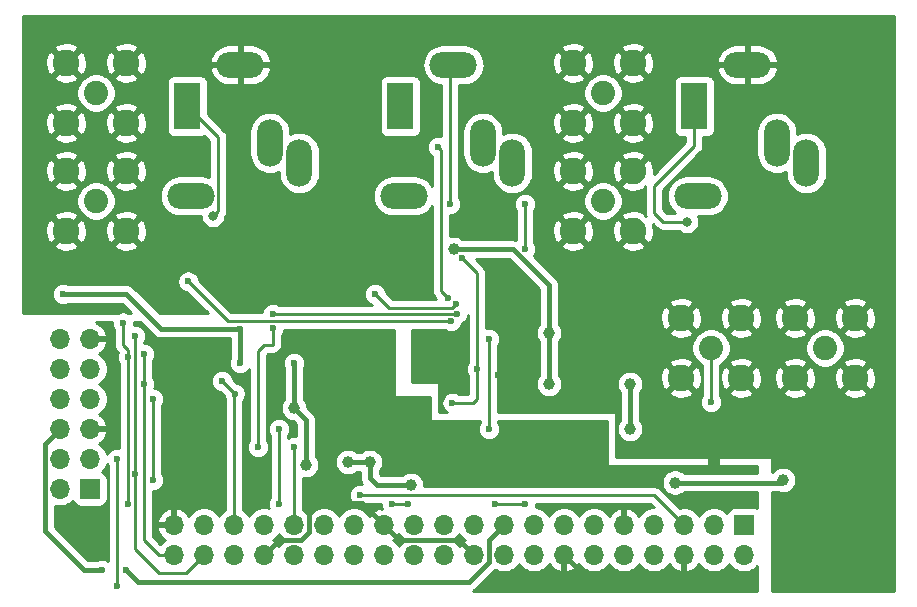
<source format=gbl>
G04 #@! TF.GenerationSoftware,KiCad,Pcbnew,(5.1.9)-1*
G04 #@! TF.CreationDate,2021-12-15T22:24:27+01:00*
G04 #@! TF.ProjectId,AudioCodecModule_ADAU1761,41756469-6f43-46f6-9465-634d6f64756c,rev?*
G04 #@! TF.SameCoordinates,Original*
G04 #@! TF.FileFunction,Copper,L2,Bot*
G04 #@! TF.FilePolarity,Positive*
%FSLAX46Y46*%
G04 Gerber Fmt 4.6, Leading zero omitted, Abs format (unit mm)*
G04 Created by KiCad (PCBNEW (5.1.9)-1) date 2021-12-15 22:24:27*
%MOMM*%
%LPD*%
G01*
G04 APERTURE LIST*
G04 #@! TA.AperFunction,ComponentPad*
%ADD10C,2.250000*%
G04 #@! TD*
G04 #@! TA.AperFunction,ComponentPad*
%ADD11C,2.050000*%
G04 #@! TD*
G04 #@! TA.AperFunction,ComponentPad*
%ADD12O,4.000000X2.200000*%
G04 #@! TD*
G04 #@! TA.AperFunction,ComponentPad*
%ADD13O,2.200000X4.000000*%
G04 #@! TD*
G04 #@! TA.AperFunction,ComponentPad*
%ADD14R,2.200000X4.000000*%
G04 #@! TD*
G04 #@! TA.AperFunction,ComponentPad*
%ADD15O,1.700000X1.700000*%
G04 #@! TD*
G04 #@! TA.AperFunction,ComponentPad*
%ADD16R,1.700000X1.700000*%
G04 #@! TD*
G04 #@! TA.AperFunction,ViaPad*
%ADD17C,0.600000*%
G04 #@! TD*
G04 #@! TA.AperFunction,ViaPad*
%ADD18C,1.000000*%
G04 #@! TD*
G04 #@! TA.AperFunction,ViaPad*
%ADD19C,0.800000*%
G04 #@! TD*
G04 #@! TA.AperFunction,Conductor*
%ADD20C,0.406400*%
G04 #@! TD*
G04 #@! TA.AperFunction,Conductor*
%ADD21C,0.250000*%
G04 #@! TD*
G04 #@! TA.AperFunction,Conductor*
%ADD22C,0.254000*%
G04 #@! TD*
G04 #@! TA.AperFunction,Conductor*
%ADD23C,0.100000*%
G04 #@! TD*
G04 APERTURE END LIST*
D10*
X196342000Y-82296000D03*
X196342000Y-77216000D03*
X201422000Y-77216000D03*
X201422000Y-82296000D03*
D11*
X198882000Y-79756000D03*
D12*
X177066000Y-55790000D03*
D13*
X182066000Y-64090000D03*
X179566000Y-62390000D03*
D12*
X172866000Y-66890000D03*
D14*
X172566000Y-59290000D03*
D15*
X143764000Y-78994000D03*
X146304000Y-78994000D03*
X143764000Y-81534000D03*
X146304000Y-81534000D03*
X143764000Y-84074000D03*
X146304000Y-84074000D03*
X143764000Y-86614000D03*
X146304000Y-86614000D03*
X143764000Y-89154000D03*
X146304000Y-89154000D03*
X143764000Y-91694000D03*
D16*
X146304000Y-91694000D03*
D10*
X205994000Y-82296000D03*
X205994000Y-77216000D03*
X211074000Y-77216000D03*
X211074000Y-82296000D03*
D11*
X208534000Y-79756000D03*
D10*
X144272000Y-60706000D03*
X144272000Y-55626000D03*
X149352000Y-55626000D03*
X149352000Y-60706000D03*
D11*
X146812000Y-58166000D03*
D10*
X144272000Y-69850000D03*
X144272000Y-64770000D03*
X149352000Y-64770000D03*
X149352000Y-69850000D03*
D11*
X146812000Y-67310000D03*
D10*
X187198000Y-69850000D03*
X187198000Y-64770000D03*
X192278000Y-64770000D03*
X192278000Y-69850000D03*
D11*
X189738000Y-67310000D03*
D10*
X187198000Y-60706000D03*
X187198000Y-55626000D03*
X192278000Y-55626000D03*
X192278000Y-60706000D03*
D11*
X189738000Y-58166000D03*
D12*
X159032000Y-55790000D03*
D13*
X164032000Y-64090000D03*
X161532000Y-62390000D03*
D12*
X154832000Y-66890000D03*
D14*
X154532000Y-59290000D03*
D12*
X201958000Y-55790000D03*
D13*
X206958000Y-64090000D03*
X204458000Y-62390000D03*
D12*
X197758000Y-66890000D03*
D14*
X197458000Y-59290000D03*
D15*
X153416000Y-97282000D03*
X153416000Y-94742000D03*
X155956000Y-97282000D03*
X155956000Y-94742000D03*
X158496000Y-97282000D03*
X158496000Y-94742000D03*
X161036000Y-97282000D03*
X161036000Y-94742000D03*
X163576000Y-97282000D03*
X163576000Y-94742000D03*
X166116000Y-97282000D03*
X166116000Y-94742000D03*
X168656000Y-97282000D03*
X168656000Y-94742000D03*
X171196000Y-97282000D03*
X171196000Y-94742000D03*
X173736000Y-97282000D03*
X173736000Y-94742000D03*
X176276000Y-97282000D03*
X176276000Y-94742000D03*
X178816000Y-97282000D03*
X178816000Y-94742000D03*
X181356000Y-97282000D03*
X181356000Y-94742000D03*
X183896000Y-97282000D03*
X183896000Y-94742000D03*
X186436000Y-97282000D03*
X186436000Y-94742000D03*
X188976000Y-97282000D03*
X188976000Y-94742000D03*
X191516000Y-97282000D03*
X191516000Y-94742000D03*
X194056000Y-97282000D03*
X194056000Y-94742000D03*
X196596000Y-97282000D03*
X196596000Y-94742000D03*
X199136000Y-97282000D03*
X199136000Y-94742000D03*
X201676000Y-97282000D03*
D16*
X201676000Y-94742000D03*
D17*
X175514000Y-80772000D03*
X174244000Y-80772000D03*
X174244000Y-82042000D03*
X175514000Y-82042000D03*
X176784000Y-82042000D03*
X176784000Y-80772000D03*
X176784000Y-79502000D03*
X175514000Y-79502000D03*
X174244000Y-79502000D03*
X152908000Y-79502000D03*
X157988000Y-79502000D03*
X162814000Y-79502000D03*
X190754000Y-90170000D03*
X165608000Y-91948000D03*
X169418000Y-86360000D03*
X163576000Y-73152000D03*
X163576000Y-75184000D03*
X165354000Y-73152000D03*
X165354000Y-75184000D03*
X166878000Y-73152000D03*
X166878000Y-74930000D03*
X168656000Y-74930000D03*
X160020000Y-69088000D03*
X160274000Y-72644000D03*
X160274000Y-74168000D03*
X188722000Y-99568000D03*
X191262000Y-99568000D03*
X193548000Y-99568000D03*
X195834000Y-99568000D03*
X198120000Y-99568000D03*
X200152000Y-99568000D03*
X202184000Y-99568000D03*
X197612000Y-85852000D03*
X199136000Y-85852000D03*
X200660000Y-85852000D03*
X200406000Y-90170000D03*
X199136000Y-90170000D03*
X199136000Y-88646000D03*
X197612000Y-90170000D03*
X204978000Y-92710000D03*
X204978000Y-93980000D03*
X204978000Y-95504000D03*
X204978000Y-96774000D03*
X204978000Y-99568000D03*
X181610000Y-83566000D03*
X186182000Y-86614000D03*
X182372000Y-88138000D03*
X180848000Y-82042000D03*
X207772000Y-86868000D03*
X208788000Y-86868000D03*
X209804000Y-86868000D03*
X166624000Y-65024000D03*
X168148000Y-65024000D03*
X169926000Y-65024000D03*
X166624000Y-66802000D03*
X168148000Y-66802000D03*
X166624000Y-68580000D03*
X168148000Y-68580000D03*
X172974000Y-69596000D03*
X172974000Y-71374000D03*
X172974000Y-73152000D03*
X152146000Y-69850000D03*
X152146000Y-72898000D03*
X201168000Y-70866000D03*
X202692000Y-70866000D03*
X201168000Y-73406000D03*
X202692000Y-73406000D03*
X186944000Y-72898000D03*
X189230000Y-72898000D03*
X191516000Y-72898000D03*
X186944000Y-75438000D03*
X189230000Y-75438000D03*
X191516000Y-75438000D03*
X186944000Y-81280000D03*
X182626000Y-81280000D03*
X190500000Y-81280000D03*
X212344000Y-86106000D03*
X212344000Y-88900000D03*
X212344000Y-91694000D03*
X212344000Y-94742000D03*
X201930000Y-58928000D03*
X206248000Y-58928000D03*
X181356000Y-59436000D03*
X181356000Y-57150000D03*
X163322000Y-59436000D03*
X163322000Y-57404000D03*
X163322000Y-55372000D03*
X159004000Y-58928000D03*
X154940000Y-55372000D03*
X172466000Y-54864000D03*
X197612000Y-54864000D03*
X160020000Y-67056000D03*
X179070000Y-66040000D03*
X202184000Y-66294000D03*
X144780000Y-94488000D03*
X146558000Y-96266000D03*
X148336000Y-86614000D03*
X157480000Y-85852000D03*
X155702000Y-87630000D03*
X153924000Y-89408000D03*
X157480000Y-89662000D03*
X152654000Y-86360000D03*
X154432000Y-84582000D03*
X156210000Y-83058000D03*
X153162000Y-82804000D03*
X159512000Y-85090000D03*
X159512000Y-87122000D03*
X159512000Y-89408000D03*
X161290000Y-89408000D03*
X171450000Y-90170000D03*
X174498000Y-90170000D03*
X169418000Y-78740000D03*
X170688000Y-78740000D03*
X142240000Y-72390000D03*
X144018000Y-72390000D03*
X142240000Y-75184000D03*
D18*
X195834000Y-91157800D03*
X204978000Y-90932000D03*
X168148000Y-89408000D03*
X169989000Y-89408000D03*
X163576000Y-84836000D03*
X164592000Y-89662000D03*
X173482000Y-91377000D03*
D17*
X180086000Y-86614000D03*
X180086000Y-78994000D03*
X163576000Y-81026000D03*
X159004000Y-81026000D03*
X159004000Y-78115000D03*
X144018000Y-75184000D03*
X157480000Y-82550000D03*
X158556942Y-83626942D03*
X147320000Y-98552000D03*
X149352000Y-98552000D03*
D19*
X156718000Y-68580000D03*
X196850000Y-69088000D03*
D17*
X183134000Y-71374000D03*
X183134000Y-67564000D03*
X176784000Y-67564000D03*
X150114000Y-90424000D03*
X150114000Y-78740000D03*
X150876000Y-82804000D03*
X150876000Y-80264000D03*
X148590000Y-89154000D03*
X148590000Y-99939000D03*
X162306000Y-92964000D03*
X162306000Y-86614000D03*
X171841000Y-92964000D03*
X173228000Y-92964000D03*
X180594000Y-92964000D03*
X183134000Y-92964000D03*
X169164000Y-92202000D03*
X151638000Y-84074000D03*
X151638000Y-90932000D03*
D18*
X185166000Y-82804000D03*
X185166000Y-78486000D03*
X192024000Y-82804000D03*
X192024000Y-86614000D03*
X177113490Y-71408877D03*
D17*
X149489000Y-92964000D03*
X149489000Y-80518000D03*
X149095558Y-77604558D03*
X163576000Y-88138000D03*
X160528000Y-88138000D03*
X161798000Y-78095000D03*
X176988597Y-84400481D03*
X179070000Y-81534000D03*
X177800000Y-72136000D03*
X177386195Y-76843262D03*
X161798000Y-76845000D03*
X198882000Y-84328000D03*
X176889000Y-77470000D03*
X154612303Y-74119812D03*
X176594942Y-75502942D03*
X175768000Y-62738000D03*
X177270285Y-76051702D03*
X170434000Y-75184000D03*
D20*
X166565201Y-92905201D02*
X169359201Y-92905201D01*
X169359201Y-92905201D02*
X171196000Y-94742000D01*
X165608000Y-91948000D02*
X166565201Y-92905201D01*
X162322799Y-95995201D02*
X164177537Y-95995201D01*
X164862799Y-92693201D02*
X165608000Y-91948000D01*
X164862799Y-95309939D02*
X164862799Y-92693201D01*
X164177537Y-95995201D02*
X164862799Y-95309939D01*
X161036000Y-97282000D02*
X162322799Y-95995201D01*
X188722000Y-99568000D02*
X186436000Y-97282000D01*
X177529201Y-95995201D02*
X178816000Y-97282000D01*
X172449201Y-95995201D02*
X177529201Y-95995201D01*
X171196000Y-94742000D02*
X172449201Y-95995201D01*
X195834000Y-91157800D02*
X204752200Y-91157800D01*
X204752200Y-91157800D02*
X204978000Y-90932000D01*
X168148000Y-89408000D02*
X169989000Y-89408000D01*
X163576000Y-84836000D02*
X164592000Y-85852000D01*
X164592000Y-85852000D02*
X164592000Y-89662000D01*
X169989000Y-89408000D02*
X169989000Y-90741000D01*
X169989000Y-90741000D02*
X170625000Y-91377000D01*
X170625000Y-91377000D02*
X173482000Y-91377000D01*
D21*
X180086000Y-86614000D02*
X180086000Y-78994000D01*
D20*
X163576000Y-84836000D02*
X163576000Y-81026000D01*
X159004000Y-81026000D02*
X159004000Y-78115000D01*
X159004000Y-78115000D02*
X152283000Y-78115000D01*
X152283000Y-78115000D02*
X149352000Y-75184000D01*
X149352000Y-75184000D02*
X144018000Y-75184000D01*
D21*
X158496000Y-83566000D02*
X158496000Y-94742000D01*
X157480000Y-82550000D02*
X158496000Y-83566000D01*
X158496000Y-83566000D02*
X158556942Y-83626942D01*
D20*
X142510799Y-87867201D02*
X142510799Y-95266799D01*
X143764000Y-86614000D02*
X142510799Y-87867201D01*
X142510799Y-95266799D02*
X145796000Y-98552000D01*
X145796000Y-98552000D02*
X147320000Y-98552000D01*
X149352000Y-98552000D02*
X150368000Y-99568000D01*
X180102799Y-95995201D02*
X181356000Y-94742000D01*
X178384738Y-99568000D02*
X180102799Y-97849939D01*
X180102799Y-97849939D02*
X180102799Y-95995201D01*
X150368000Y-99568000D02*
X178384738Y-99568000D01*
D21*
X157157010Y-68140990D02*
X156718000Y-68580000D01*
X154532000Y-59290000D02*
X157157010Y-61915010D01*
X157157010Y-61915010D02*
X157157010Y-68140990D01*
X197458000Y-59290000D02*
X197458000Y-62638000D01*
X197458000Y-62638000D02*
X194056000Y-66040000D01*
X194056000Y-66040000D02*
X194056000Y-68326000D01*
X194056000Y-68326000D02*
X194818000Y-69088000D01*
X194818000Y-69088000D02*
X196850000Y-69088000D01*
X183134000Y-71374000D02*
X183134000Y-67564000D01*
X176784000Y-56072000D02*
X177066000Y-55790000D01*
X176784000Y-67564000D02*
X176784000Y-56072000D01*
X150114000Y-90424000D02*
X150114000Y-78740000D01*
X155956000Y-97282000D02*
X154432000Y-98806000D01*
X154432000Y-98806000D02*
X152146000Y-98806000D01*
X150114000Y-96774000D02*
X150114000Y-90424000D01*
X152146000Y-98806000D02*
X150114000Y-96774000D01*
X150876000Y-82804000D02*
X150876000Y-80264000D01*
X153416000Y-97282000D02*
X152146000Y-97282000D01*
X150876000Y-96012000D02*
X150876000Y-82804000D01*
X152146000Y-97282000D02*
X150876000Y-96012000D01*
X148590000Y-96774000D02*
X148590000Y-89154000D01*
X148590000Y-96774000D02*
X148590000Y-99939000D01*
X162306000Y-92964000D02*
X162306000Y-86614000D01*
X171841000Y-92964000D02*
X173228000Y-92964000D01*
X180594000Y-92964000D02*
X183134000Y-92964000D01*
X196596000Y-94742000D02*
X194056000Y-92202000D01*
X194056000Y-92202000D02*
X169164000Y-92202000D01*
X151638000Y-84074000D02*
X151638000Y-90932000D01*
D20*
X185166000Y-82804000D02*
X185166000Y-78486000D01*
X192024000Y-82804000D02*
X192024000Y-86614000D01*
X185166000Y-74446738D02*
X185166000Y-78486000D01*
X182128139Y-71408877D02*
X185166000Y-74446738D01*
X177113490Y-71408877D02*
X182128139Y-71408877D01*
D21*
X149489000Y-92964000D02*
X149489000Y-80518000D01*
X149095558Y-77604558D02*
X149095558Y-79499558D01*
X149489000Y-79893000D02*
X149489000Y-80518000D01*
X149095558Y-79499558D02*
X149489000Y-79893000D01*
X163576000Y-94742000D02*
X163576000Y-88138000D01*
X160528000Y-88138000D02*
X160528000Y-80010000D01*
X160528000Y-80010000D02*
X161036000Y-79502000D01*
X161036000Y-79502000D02*
X161798000Y-79502000D01*
X161798000Y-79502000D02*
X161798000Y-78095000D01*
X176988597Y-84400481D02*
X178743519Y-84400481D01*
X178743519Y-84400481D02*
X179070000Y-84074000D01*
X179070000Y-84074000D02*
X179070000Y-82042000D01*
X179070000Y-82042000D02*
X179070000Y-73406000D01*
X179070000Y-73406000D02*
X177800000Y-72136000D01*
X177386195Y-76843262D02*
X161799738Y-76843262D01*
X161799738Y-76843262D02*
X161798000Y-76845000D01*
X198882000Y-84328000D02*
X198882000Y-79756000D01*
X176889000Y-77470000D02*
X157962491Y-77470000D01*
X157962491Y-77470000D02*
X154612303Y-74119812D01*
X176594942Y-75502942D02*
X176022000Y-74930000D01*
X176022000Y-74930000D02*
X176022000Y-62992000D01*
X176022000Y-62992000D02*
X175768000Y-62738000D01*
X177270285Y-76051702D02*
X176970286Y-76351701D01*
X171601701Y-76351701D02*
X170434000Y-75184000D01*
X176970286Y-76351701D02*
X171601701Y-76351701D01*
D22*
X214340001Y-100340000D02*
X204089000Y-100340000D01*
X204089000Y-91996000D01*
X204580825Y-91996000D01*
X204646933Y-92023383D01*
X204866212Y-92067000D01*
X205089788Y-92067000D01*
X205309067Y-92023383D01*
X205515624Y-91937824D01*
X205701520Y-91813612D01*
X205859612Y-91655520D01*
X205983824Y-91469624D01*
X206069383Y-91263067D01*
X206113000Y-91043788D01*
X206113000Y-90820212D01*
X206069383Y-90600933D01*
X205983824Y-90394376D01*
X205859612Y-90208480D01*
X205701520Y-90050388D01*
X205515624Y-89926176D01*
X205309067Y-89840617D01*
X205089788Y-89797000D01*
X204866212Y-89797000D01*
X204646933Y-89840617D01*
X204440376Y-89926176D01*
X204254480Y-90050388D01*
X204096388Y-90208480D01*
X204089000Y-90219537D01*
X204089000Y-89154000D01*
X204086560Y-89129224D01*
X204079333Y-89105399D01*
X204067597Y-89083443D01*
X204051803Y-89064197D01*
X204032557Y-89048403D01*
X204010601Y-89036667D01*
X203986776Y-89029440D01*
X203962000Y-89027000D01*
X190881000Y-89027000D01*
X190881000Y-85344000D01*
X190878560Y-85319224D01*
X190871333Y-85295399D01*
X190859597Y-85273443D01*
X190843803Y-85254197D01*
X190824557Y-85238403D01*
X190802601Y-85226667D01*
X190778776Y-85219440D01*
X190754000Y-85217000D01*
X180846000Y-85217000D01*
X180846000Y-79539535D01*
X180914586Y-79436889D01*
X180985068Y-79266729D01*
X181021000Y-79086089D01*
X181021000Y-78901911D01*
X180985068Y-78721271D01*
X180914586Y-78551111D01*
X180812262Y-78397972D01*
X180682028Y-78267738D01*
X180528889Y-78165414D01*
X180358729Y-78094932D01*
X180178089Y-78059000D01*
X179993911Y-78059000D01*
X179830000Y-78091604D01*
X179830000Y-73443322D01*
X179833676Y-73405999D01*
X179830000Y-73368676D01*
X179830000Y-73368667D01*
X179819003Y-73257014D01*
X179775546Y-73113753D01*
X179704974Y-72981724D01*
X179610001Y-72865999D01*
X179581003Y-72842201D01*
X178985879Y-72247077D01*
X181780946Y-72247077D01*
X184327800Y-74793932D01*
X184327801Y-77719067D01*
X184284388Y-77762480D01*
X184160176Y-77948376D01*
X184074617Y-78154933D01*
X184031000Y-78374212D01*
X184031000Y-78597788D01*
X184074617Y-78817067D01*
X184160176Y-79023624D01*
X184284388Y-79209520D01*
X184327801Y-79252933D01*
X184327800Y-82037068D01*
X184284388Y-82080480D01*
X184160176Y-82266376D01*
X184074617Y-82472933D01*
X184031000Y-82692212D01*
X184031000Y-82915788D01*
X184074617Y-83135067D01*
X184160176Y-83341624D01*
X184284388Y-83527520D01*
X184442480Y-83685612D01*
X184628376Y-83809824D01*
X184834933Y-83895383D01*
X185054212Y-83939000D01*
X185277788Y-83939000D01*
X185497067Y-83895383D01*
X185703624Y-83809824D01*
X185889520Y-83685612D01*
X186047612Y-83527520D01*
X186171824Y-83341624D01*
X186257383Y-83135067D01*
X186301000Y-82915788D01*
X186301000Y-82692212D01*
X190889000Y-82692212D01*
X190889000Y-82915788D01*
X190932617Y-83135067D01*
X191018176Y-83341624D01*
X191142388Y-83527520D01*
X191185800Y-83570932D01*
X191185801Y-85847067D01*
X191142388Y-85890480D01*
X191018176Y-86076376D01*
X190932617Y-86282933D01*
X190889000Y-86502212D01*
X190889000Y-86725788D01*
X190932617Y-86945067D01*
X191018176Y-87151624D01*
X191142388Y-87337520D01*
X191300480Y-87495612D01*
X191486376Y-87619824D01*
X191692933Y-87705383D01*
X191912212Y-87749000D01*
X192135788Y-87749000D01*
X192355067Y-87705383D01*
X192561624Y-87619824D01*
X192747520Y-87495612D01*
X192905612Y-87337520D01*
X193029824Y-87151624D01*
X193115383Y-86945067D01*
X193159000Y-86725788D01*
X193159000Y-86502212D01*
X193115383Y-86282933D01*
X193029824Y-86076376D01*
X192905612Y-85890480D01*
X192862200Y-85847068D01*
X192862200Y-83570932D01*
X192905612Y-83527520D01*
X192910281Y-83520531D01*
X195297074Y-83520531D01*
X195407921Y-83797714D01*
X195718840Y-83951089D01*
X196053705Y-84040860D01*
X196399650Y-84063576D01*
X196743380Y-84018366D01*
X197071685Y-83906966D01*
X197276079Y-83797714D01*
X197386926Y-83520531D01*
X196342000Y-82475605D01*
X195297074Y-83520531D01*
X192910281Y-83520531D01*
X193029824Y-83341624D01*
X193115383Y-83135067D01*
X193159000Y-82915788D01*
X193159000Y-82692212D01*
X193115383Y-82472933D01*
X193065975Y-82353650D01*
X194574424Y-82353650D01*
X194619634Y-82697380D01*
X194731034Y-83025685D01*
X194840286Y-83230079D01*
X195117469Y-83340926D01*
X196162395Y-82296000D01*
X196521605Y-82296000D01*
X197566531Y-83340926D01*
X197843714Y-83230079D01*
X197997089Y-82919160D01*
X198086860Y-82584295D01*
X198109576Y-82238350D01*
X198064366Y-81894620D01*
X197952966Y-81566315D01*
X197843714Y-81361921D01*
X197566531Y-81251074D01*
X196521605Y-82296000D01*
X196162395Y-82296000D01*
X195117469Y-81251074D01*
X194840286Y-81361921D01*
X194686911Y-81672840D01*
X194597140Y-82007705D01*
X194574424Y-82353650D01*
X193065975Y-82353650D01*
X193029824Y-82266376D01*
X192905612Y-82080480D01*
X192747520Y-81922388D01*
X192561624Y-81798176D01*
X192355067Y-81712617D01*
X192135788Y-81669000D01*
X191912212Y-81669000D01*
X191692933Y-81712617D01*
X191486376Y-81798176D01*
X191300480Y-81922388D01*
X191142388Y-82080480D01*
X191018176Y-82266376D01*
X190932617Y-82472933D01*
X190889000Y-82692212D01*
X186301000Y-82692212D01*
X186257383Y-82472933D01*
X186171824Y-82266376D01*
X186047612Y-82080480D01*
X186004200Y-82037068D01*
X186004200Y-81071469D01*
X195297074Y-81071469D01*
X196342000Y-82116395D01*
X197386926Y-81071469D01*
X197276079Y-80794286D01*
X196965160Y-80640911D01*
X196630295Y-80551140D01*
X196284350Y-80528424D01*
X195940620Y-80573634D01*
X195612315Y-80685034D01*
X195407921Y-80794286D01*
X195297074Y-81071469D01*
X186004200Y-81071469D01*
X186004200Y-79592504D01*
X197222000Y-79592504D01*
X197222000Y-79919496D01*
X197285793Y-80240204D01*
X197410927Y-80542305D01*
X197592594Y-80814188D01*
X197823812Y-81045406D01*
X198095695Y-81227073D01*
X198122001Y-81237969D01*
X198122000Y-83782464D01*
X198053414Y-83885111D01*
X197982932Y-84055271D01*
X197947000Y-84235911D01*
X197947000Y-84420089D01*
X197982932Y-84600729D01*
X198053414Y-84770889D01*
X198155738Y-84924028D01*
X198285972Y-85054262D01*
X198439111Y-85156586D01*
X198609271Y-85227068D01*
X198789911Y-85263000D01*
X198974089Y-85263000D01*
X199154729Y-85227068D01*
X199324889Y-85156586D01*
X199478028Y-85054262D01*
X199608262Y-84924028D01*
X199710586Y-84770889D01*
X199781068Y-84600729D01*
X199817000Y-84420089D01*
X199817000Y-84235911D01*
X199781068Y-84055271D01*
X199710586Y-83885111D01*
X199642000Y-83782465D01*
X199642000Y-83520531D01*
X200377074Y-83520531D01*
X200487921Y-83797714D01*
X200798840Y-83951089D01*
X201133705Y-84040860D01*
X201479650Y-84063576D01*
X201823380Y-84018366D01*
X202151685Y-83906966D01*
X202356079Y-83797714D01*
X202466926Y-83520531D01*
X204949074Y-83520531D01*
X205059921Y-83797714D01*
X205370840Y-83951089D01*
X205705705Y-84040860D01*
X206051650Y-84063576D01*
X206395380Y-84018366D01*
X206723685Y-83906966D01*
X206928079Y-83797714D01*
X207038926Y-83520531D01*
X210029074Y-83520531D01*
X210139921Y-83797714D01*
X210450840Y-83951089D01*
X210785705Y-84040860D01*
X211131650Y-84063576D01*
X211475380Y-84018366D01*
X211803685Y-83906966D01*
X212008079Y-83797714D01*
X212118926Y-83520531D01*
X211074000Y-82475605D01*
X210029074Y-83520531D01*
X207038926Y-83520531D01*
X205994000Y-82475605D01*
X204949074Y-83520531D01*
X202466926Y-83520531D01*
X201422000Y-82475605D01*
X200377074Y-83520531D01*
X199642000Y-83520531D01*
X199642000Y-82353650D01*
X199654424Y-82353650D01*
X199699634Y-82697380D01*
X199811034Y-83025685D01*
X199920286Y-83230079D01*
X200197469Y-83340926D01*
X201242395Y-82296000D01*
X201601605Y-82296000D01*
X202646531Y-83340926D01*
X202923714Y-83230079D01*
X203077089Y-82919160D01*
X203166860Y-82584295D01*
X203182004Y-82353650D01*
X204226424Y-82353650D01*
X204271634Y-82697380D01*
X204383034Y-83025685D01*
X204492286Y-83230079D01*
X204769469Y-83340926D01*
X205814395Y-82296000D01*
X206173605Y-82296000D01*
X207218531Y-83340926D01*
X207495714Y-83230079D01*
X207649089Y-82919160D01*
X207738860Y-82584295D01*
X207754004Y-82353650D01*
X209306424Y-82353650D01*
X209351634Y-82697380D01*
X209463034Y-83025685D01*
X209572286Y-83230079D01*
X209849469Y-83340926D01*
X210894395Y-82296000D01*
X211253605Y-82296000D01*
X212298531Y-83340926D01*
X212575714Y-83230079D01*
X212729089Y-82919160D01*
X212818860Y-82584295D01*
X212841576Y-82238350D01*
X212796366Y-81894620D01*
X212684966Y-81566315D01*
X212575714Y-81361921D01*
X212298531Y-81251074D01*
X211253605Y-82296000D01*
X210894395Y-82296000D01*
X209849469Y-81251074D01*
X209572286Y-81361921D01*
X209418911Y-81672840D01*
X209329140Y-82007705D01*
X209306424Y-82353650D01*
X207754004Y-82353650D01*
X207761576Y-82238350D01*
X207716366Y-81894620D01*
X207604966Y-81566315D01*
X207495714Y-81361921D01*
X207218531Y-81251074D01*
X206173605Y-82296000D01*
X205814395Y-82296000D01*
X204769469Y-81251074D01*
X204492286Y-81361921D01*
X204338911Y-81672840D01*
X204249140Y-82007705D01*
X204226424Y-82353650D01*
X203182004Y-82353650D01*
X203189576Y-82238350D01*
X203144366Y-81894620D01*
X203032966Y-81566315D01*
X202923714Y-81361921D01*
X202646531Y-81251074D01*
X201601605Y-82296000D01*
X201242395Y-82296000D01*
X200197469Y-81251074D01*
X199920286Y-81361921D01*
X199766911Y-81672840D01*
X199677140Y-82007705D01*
X199654424Y-82353650D01*
X199642000Y-82353650D01*
X199642000Y-81237969D01*
X199668305Y-81227073D01*
X199901182Y-81071469D01*
X200377074Y-81071469D01*
X201422000Y-82116395D01*
X202466926Y-81071469D01*
X204949074Y-81071469D01*
X205994000Y-82116395D01*
X207038926Y-81071469D01*
X206928079Y-80794286D01*
X206617160Y-80640911D01*
X206282295Y-80551140D01*
X205936350Y-80528424D01*
X205592620Y-80573634D01*
X205264315Y-80685034D01*
X205059921Y-80794286D01*
X204949074Y-81071469D01*
X202466926Y-81071469D01*
X202356079Y-80794286D01*
X202045160Y-80640911D01*
X201710295Y-80551140D01*
X201364350Y-80528424D01*
X201020620Y-80573634D01*
X200692315Y-80685034D01*
X200487921Y-80794286D01*
X200377074Y-81071469D01*
X199901182Y-81071469D01*
X199940188Y-81045406D01*
X200171406Y-80814188D01*
X200353073Y-80542305D01*
X200478207Y-80240204D01*
X200542000Y-79919496D01*
X200542000Y-79592504D01*
X206874000Y-79592504D01*
X206874000Y-79919496D01*
X206937793Y-80240204D01*
X207062927Y-80542305D01*
X207244594Y-80814188D01*
X207475812Y-81045406D01*
X207747695Y-81227073D01*
X208049796Y-81352207D01*
X208370504Y-81416000D01*
X208697496Y-81416000D01*
X209018204Y-81352207D01*
X209320305Y-81227073D01*
X209553182Y-81071469D01*
X210029074Y-81071469D01*
X211074000Y-82116395D01*
X212118926Y-81071469D01*
X212008079Y-80794286D01*
X211697160Y-80640911D01*
X211362295Y-80551140D01*
X211016350Y-80528424D01*
X210672620Y-80573634D01*
X210344315Y-80685034D01*
X210139921Y-80794286D01*
X210029074Y-81071469D01*
X209553182Y-81071469D01*
X209592188Y-81045406D01*
X209823406Y-80814188D01*
X210005073Y-80542305D01*
X210130207Y-80240204D01*
X210194000Y-79919496D01*
X210194000Y-79592504D01*
X210130207Y-79271796D01*
X210005073Y-78969695D01*
X209823406Y-78697812D01*
X209592188Y-78466594D01*
X209553183Y-78440531D01*
X210029074Y-78440531D01*
X210139921Y-78717714D01*
X210450840Y-78871089D01*
X210785705Y-78960860D01*
X211131650Y-78983576D01*
X211475380Y-78938366D01*
X211803685Y-78826966D01*
X212008079Y-78717714D01*
X212118926Y-78440531D01*
X211074000Y-77395605D01*
X210029074Y-78440531D01*
X209553183Y-78440531D01*
X209320305Y-78284927D01*
X209018204Y-78159793D01*
X208697496Y-78096000D01*
X208370504Y-78096000D01*
X208049796Y-78159793D01*
X207747695Y-78284927D01*
X207475812Y-78466594D01*
X207244594Y-78697812D01*
X207062927Y-78969695D01*
X206937793Y-79271796D01*
X206874000Y-79592504D01*
X200542000Y-79592504D01*
X200478207Y-79271796D01*
X200353073Y-78969695D01*
X200171406Y-78697812D01*
X199940188Y-78466594D01*
X199901183Y-78440531D01*
X200377074Y-78440531D01*
X200487921Y-78717714D01*
X200798840Y-78871089D01*
X201133705Y-78960860D01*
X201479650Y-78983576D01*
X201823380Y-78938366D01*
X202151685Y-78826966D01*
X202356079Y-78717714D01*
X202466926Y-78440531D01*
X204949074Y-78440531D01*
X205059921Y-78717714D01*
X205370840Y-78871089D01*
X205705705Y-78960860D01*
X206051650Y-78983576D01*
X206395380Y-78938366D01*
X206723685Y-78826966D01*
X206928079Y-78717714D01*
X207038926Y-78440531D01*
X205994000Y-77395605D01*
X204949074Y-78440531D01*
X202466926Y-78440531D01*
X201422000Y-77395605D01*
X200377074Y-78440531D01*
X199901183Y-78440531D01*
X199668305Y-78284927D01*
X199366204Y-78159793D01*
X199045496Y-78096000D01*
X198718504Y-78096000D01*
X198397796Y-78159793D01*
X198095695Y-78284927D01*
X197823812Y-78466594D01*
X197592594Y-78697812D01*
X197410927Y-78969695D01*
X197285793Y-79271796D01*
X197222000Y-79592504D01*
X186004200Y-79592504D01*
X186004200Y-79252932D01*
X186047612Y-79209520D01*
X186171824Y-79023624D01*
X186257383Y-78817067D01*
X186301000Y-78597788D01*
X186301000Y-78440531D01*
X195297074Y-78440531D01*
X195407921Y-78717714D01*
X195718840Y-78871089D01*
X196053705Y-78960860D01*
X196399650Y-78983576D01*
X196743380Y-78938366D01*
X197071685Y-78826966D01*
X197276079Y-78717714D01*
X197386926Y-78440531D01*
X196342000Y-77395605D01*
X195297074Y-78440531D01*
X186301000Y-78440531D01*
X186301000Y-78374212D01*
X186257383Y-78154933D01*
X186171824Y-77948376D01*
X186047612Y-77762480D01*
X186004200Y-77719068D01*
X186004200Y-77273650D01*
X194574424Y-77273650D01*
X194619634Y-77617380D01*
X194731034Y-77945685D01*
X194840286Y-78150079D01*
X195117469Y-78260926D01*
X196162395Y-77216000D01*
X196521605Y-77216000D01*
X197566531Y-78260926D01*
X197843714Y-78150079D01*
X197997089Y-77839160D01*
X198086860Y-77504295D01*
X198102004Y-77273650D01*
X199654424Y-77273650D01*
X199699634Y-77617380D01*
X199811034Y-77945685D01*
X199920286Y-78150079D01*
X200197469Y-78260926D01*
X201242395Y-77216000D01*
X201601605Y-77216000D01*
X202646531Y-78260926D01*
X202923714Y-78150079D01*
X203077089Y-77839160D01*
X203166860Y-77504295D01*
X203182004Y-77273650D01*
X204226424Y-77273650D01*
X204271634Y-77617380D01*
X204383034Y-77945685D01*
X204492286Y-78150079D01*
X204769469Y-78260926D01*
X205814395Y-77216000D01*
X206173605Y-77216000D01*
X207218531Y-78260926D01*
X207495714Y-78150079D01*
X207649089Y-77839160D01*
X207738860Y-77504295D01*
X207754004Y-77273650D01*
X209306424Y-77273650D01*
X209351634Y-77617380D01*
X209463034Y-77945685D01*
X209572286Y-78150079D01*
X209849469Y-78260926D01*
X210894395Y-77216000D01*
X211253605Y-77216000D01*
X212298531Y-78260926D01*
X212575714Y-78150079D01*
X212729089Y-77839160D01*
X212818860Y-77504295D01*
X212841576Y-77158350D01*
X212796366Y-76814620D01*
X212684966Y-76486315D01*
X212575714Y-76281921D01*
X212298531Y-76171074D01*
X211253605Y-77216000D01*
X210894395Y-77216000D01*
X209849469Y-76171074D01*
X209572286Y-76281921D01*
X209418911Y-76592840D01*
X209329140Y-76927705D01*
X209306424Y-77273650D01*
X207754004Y-77273650D01*
X207761576Y-77158350D01*
X207716366Y-76814620D01*
X207604966Y-76486315D01*
X207495714Y-76281921D01*
X207218531Y-76171074D01*
X206173605Y-77216000D01*
X205814395Y-77216000D01*
X204769469Y-76171074D01*
X204492286Y-76281921D01*
X204338911Y-76592840D01*
X204249140Y-76927705D01*
X204226424Y-77273650D01*
X203182004Y-77273650D01*
X203189576Y-77158350D01*
X203144366Y-76814620D01*
X203032966Y-76486315D01*
X202923714Y-76281921D01*
X202646531Y-76171074D01*
X201601605Y-77216000D01*
X201242395Y-77216000D01*
X200197469Y-76171074D01*
X199920286Y-76281921D01*
X199766911Y-76592840D01*
X199677140Y-76927705D01*
X199654424Y-77273650D01*
X198102004Y-77273650D01*
X198109576Y-77158350D01*
X198064366Y-76814620D01*
X197952966Y-76486315D01*
X197843714Y-76281921D01*
X197566531Y-76171074D01*
X196521605Y-77216000D01*
X196162395Y-77216000D01*
X195117469Y-76171074D01*
X194840286Y-76281921D01*
X194686911Y-76592840D01*
X194597140Y-76927705D01*
X194574424Y-77273650D01*
X186004200Y-77273650D01*
X186004200Y-75991469D01*
X195297074Y-75991469D01*
X196342000Y-77036395D01*
X197386926Y-75991469D01*
X200377074Y-75991469D01*
X201422000Y-77036395D01*
X202466926Y-75991469D01*
X204949074Y-75991469D01*
X205994000Y-77036395D01*
X207038926Y-75991469D01*
X210029074Y-75991469D01*
X211074000Y-77036395D01*
X212118926Y-75991469D01*
X212008079Y-75714286D01*
X211697160Y-75560911D01*
X211362295Y-75471140D01*
X211016350Y-75448424D01*
X210672620Y-75493634D01*
X210344315Y-75605034D01*
X210139921Y-75714286D01*
X210029074Y-75991469D01*
X207038926Y-75991469D01*
X206928079Y-75714286D01*
X206617160Y-75560911D01*
X206282295Y-75471140D01*
X205936350Y-75448424D01*
X205592620Y-75493634D01*
X205264315Y-75605034D01*
X205059921Y-75714286D01*
X204949074Y-75991469D01*
X202466926Y-75991469D01*
X202356079Y-75714286D01*
X202045160Y-75560911D01*
X201710295Y-75471140D01*
X201364350Y-75448424D01*
X201020620Y-75493634D01*
X200692315Y-75605034D01*
X200487921Y-75714286D01*
X200377074Y-75991469D01*
X197386926Y-75991469D01*
X197276079Y-75714286D01*
X196965160Y-75560911D01*
X196630295Y-75471140D01*
X196284350Y-75448424D01*
X195940620Y-75493634D01*
X195612315Y-75605034D01*
X195407921Y-75714286D01*
X195297074Y-75991469D01*
X186004200Y-75991469D01*
X186004200Y-74487897D01*
X186008254Y-74446737D01*
X186004200Y-74405577D01*
X186004200Y-74405568D01*
X185992071Y-74282422D01*
X185944142Y-74124421D01*
X185866309Y-73978806D01*
X185761564Y-73851174D01*
X185729589Y-73824933D01*
X183866038Y-71961383D01*
X183962586Y-71816889D01*
X184033068Y-71646729D01*
X184069000Y-71466089D01*
X184069000Y-71281911D01*
X184033068Y-71101271D01*
X184021993Y-71074531D01*
X186153074Y-71074531D01*
X186263921Y-71351714D01*
X186574840Y-71505089D01*
X186909705Y-71594860D01*
X187255650Y-71617576D01*
X187599380Y-71572366D01*
X187927685Y-71460966D01*
X188132079Y-71351714D01*
X188242926Y-71074531D01*
X191233074Y-71074531D01*
X191343921Y-71351714D01*
X191654840Y-71505089D01*
X191989705Y-71594860D01*
X192335650Y-71617576D01*
X192679380Y-71572366D01*
X193007685Y-71460966D01*
X193212079Y-71351714D01*
X193322926Y-71074531D01*
X192278000Y-70029605D01*
X191233074Y-71074531D01*
X188242926Y-71074531D01*
X187198000Y-70029605D01*
X186153074Y-71074531D01*
X184021993Y-71074531D01*
X183962586Y-70931111D01*
X183894000Y-70828465D01*
X183894000Y-69907650D01*
X185430424Y-69907650D01*
X185475634Y-70251380D01*
X185587034Y-70579685D01*
X185696286Y-70784079D01*
X185973469Y-70894926D01*
X187018395Y-69850000D01*
X187377605Y-69850000D01*
X188422531Y-70894926D01*
X188699714Y-70784079D01*
X188853089Y-70473160D01*
X188942860Y-70138295D01*
X188958004Y-69907650D01*
X190510424Y-69907650D01*
X190555634Y-70251380D01*
X190667034Y-70579685D01*
X190776286Y-70784079D01*
X191053469Y-70894926D01*
X192098395Y-69850000D01*
X191053469Y-68805074D01*
X190776286Y-68915921D01*
X190622911Y-69226840D01*
X190533140Y-69561705D01*
X190510424Y-69907650D01*
X188958004Y-69907650D01*
X188965576Y-69792350D01*
X188920366Y-69448620D01*
X188808966Y-69120315D01*
X188699714Y-68915921D01*
X188422531Y-68805074D01*
X187377605Y-69850000D01*
X187018395Y-69850000D01*
X185973469Y-68805074D01*
X185696286Y-68915921D01*
X185542911Y-69226840D01*
X185453140Y-69561705D01*
X185430424Y-69907650D01*
X183894000Y-69907650D01*
X183894000Y-68625469D01*
X186153074Y-68625469D01*
X187198000Y-69670395D01*
X188242926Y-68625469D01*
X188132079Y-68348286D01*
X187821160Y-68194911D01*
X187486295Y-68105140D01*
X187140350Y-68082424D01*
X186796620Y-68127634D01*
X186468315Y-68239034D01*
X186263921Y-68348286D01*
X186153074Y-68625469D01*
X183894000Y-68625469D01*
X183894000Y-68109535D01*
X183962586Y-68006889D01*
X184033068Y-67836729D01*
X184069000Y-67656089D01*
X184069000Y-67471911D01*
X184033068Y-67291271D01*
X183973105Y-67146504D01*
X188078000Y-67146504D01*
X188078000Y-67473496D01*
X188141793Y-67794204D01*
X188266927Y-68096305D01*
X188448594Y-68368188D01*
X188679812Y-68599406D01*
X188951695Y-68781073D01*
X189253796Y-68906207D01*
X189574504Y-68970000D01*
X189901496Y-68970000D01*
X190222204Y-68906207D01*
X190524305Y-68781073D01*
X190796188Y-68599406D01*
X191027406Y-68368188D01*
X191209073Y-68096305D01*
X191334207Y-67794204D01*
X191398000Y-67473496D01*
X191398000Y-67146504D01*
X191334207Y-66825796D01*
X191209073Y-66523695D01*
X191027406Y-66251812D01*
X190796188Y-66020594D01*
X190757183Y-65994531D01*
X191233074Y-65994531D01*
X191343921Y-66271714D01*
X191654840Y-66425089D01*
X191989705Y-66514860D01*
X192335650Y-66537576D01*
X192679380Y-66492366D01*
X193007685Y-66380966D01*
X193212079Y-66271714D01*
X193294778Y-66064917D01*
X193296000Y-66077323D01*
X193296001Y-68288668D01*
X193292324Y-68326000D01*
X193296001Y-68363333D01*
X193306998Y-68474986D01*
X193314794Y-68500686D01*
X193345728Y-68602664D01*
X193322925Y-68625467D01*
X193212079Y-68348286D01*
X192901160Y-68194911D01*
X192566295Y-68105140D01*
X192220350Y-68082424D01*
X191876620Y-68127634D01*
X191548315Y-68239034D01*
X191343921Y-68348286D01*
X191233074Y-68625469D01*
X192278000Y-69670395D01*
X192292143Y-69656253D01*
X192471748Y-69835858D01*
X192457605Y-69850000D01*
X193502531Y-70894926D01*
X193779714Y-70784079D01*
X193933089Y-70473160D01*
X194022860Y-70138295D01*
X194045576Y-69792350D01*
X194000366Y-69448620D01*
X193947234Y-69292036D01*
X194254201Y-69599002D01*
X194277999Y-69628001D01*
X194393724Y-69722974D01*
X194525753Y-69793546D01*
X194669014Y-69837003D01*
X194780667Y-69848000D01*
X194780675Y-69848000D01*
X194818000Y-69851676D01*
X194855325Y-69848000D01*
X196146289Y-69848000D01*
X196190226Y-69891937D01*
X196359744Y-70005205D01*
X196548102Y-70083226D01*
X196748061Y-70123000D01*
X196951939Y-70123000D01*
X197151898Y-70083226D01*
X197340256Y-70005205D01*
X197509774Y-69891937D01*
X197653937Y-69747774D01*
X197767205Y-69578256D01*
X197845226Y-69389898D01*
X197885000Y-69189939D01*
X197885000Y-68986061D01*
X197845226Y-68786102D01*
X197778495Y-68625000D01*
X198743225Y-68625000D01*
X198998119Y-68599895D01*
X199325168Y-68500686D01*
X199626578Y-68339579D01*
X199890766Y-68122766D01*
X200107579Y-67858578D01*
X200268686Y-67557168D01*
X200367895Y-67230119D01*
X200401394Y-66890000D01*
X200367895Y-66549881D01*
X200268686Y-66222832D01*
X200107579Y-65921422D01*
X199890766Y-65657234D01*
X199626578Y-65440421D01*
X199325168Y-65279314D01*
X198998119Y-65180105D01*
X198743225Y-65155000D01*
X196772775Y-65155000D01*
X196517881Y-65180105D01*
X196190832Y-65279314D01*
X195889422Y-65440421D01*
X195625234Y-65657234D01*
X195408421Y-65921422D01*
X195247314Y-66222832D01*
X195148105Y-66549881D01*
X195114606Y-66890000D01*
X195148105Y-67230119D01*
X195247314Y-67557168D01*
X195408421Y-67858578D01*
X195625234Y-68122766D01*
X195875313Y-68328000D01*
X195132802Y-68328000D01*
X194816000Y-68011199D01*
X194816000Y-66354801D01*
X197969003Y-63201799D01*
X197998001Y-63178001D01*
X198092974Y-63062276D01*
X198163546Y-62930247D01*
X198207003Y-62786986D01*
X198218000Y-62675333D01*
X198221677Y-62638000D01*
X198218000Y-62600667D01*
X198218000Y-61928072D01*
X198558000Y-61928072D01*
X198682482Y-61915812D01*
X198802180Y-61879502D01*
X198912494Y-61820537D01*
X199009185Y-61741185D01*
X199088537Y-61644494D01*
X199147502Y-61534180D01*
X199183812Y-61414482D01*
X199184768Y-61404775D01*
X202723000Y-61404775D01*
X202723000Y-63375224D01*
X202748105Y-63630118D01*
X202847314Y-63957167D01*
X203008421Y-64258577D01*
X203225234Y-64522766D01*
X203489422Y-64739579D01*
X203790832Y-64900686D01*
X204117881Y-64999895D01*
X204458000Y-65033394D01*
X204798118Y-64999895D01*
X205125167Y-64900686D01*
X205223000Y-64848393D01*
X205223000Y-65075224D01*
X205248105Y-65330118D01*
X205347314Y-65657167D01*
X205508421Y-65958577D01*
X205725234Y-66222766D01*
X205989422Y-66439579D01*
X206290832Y-66600686D01*
X206617881Y-66699895D01*
X206958000Y-66733394D01*
X207298118Y-66699895D01*
X207625167Y-66600686D01*
X207926577Y-66439579D01*
X208190766Y-66222766D01*
X208407579Y-65958578D01*
X208568686Y-65657168D01*
X208667895Y-65330119D01*
X208693000Y-65075225D01*
X208693000Y-63104775D01*
X208667895Y-62849881D01*
X208568686Y-62522832D01*
X208407579Y-62221422D01*
X208190766Y-61957234D01*
X207926578Y-61740421D01*
X207625168Y-61579314D01*
X207298119Y-61480105D01*
X206958000Y-61446606D01*
X206617882Y-61480105D01*
X206290833Y-61579314D01*
X206193000Y-61631607D01*
X206193000Y-61404775D01*
X206167895Y-61149881D01*
X206068686Y-60822832D01*
X205907579Y-60521422D01*
X205690766Y-60257234D01*
X205426578Y-60040421D01*
X205125168Y-59879314D01*
X204798119Y-59780105D01*
X204458000Y-59746606D01*
X204117882Y-59780105D01*
X203790833Y-59879314D01*
X203489423Y-60040421D01*
X203225235Y-60257234D01*
X203008422Y-60521422D01*
X202847315Y-60822832D01*
X202748106Y-61149881D01*
X202723000Y-61404775D01*
X199184768Y-61404775D01*
X199196072Y-61290000D01*
X199196072Y-57290000D01*
X199183812Y-57165518D01*
X199147502Y-57045820D01*
X199088537Y-56935506D01*
X199009185Y-56838815D01*
X198912494Y-56759463D01*
X198802180Y-56700498D01*
X198682482Y-56664188D01*
X198558000Y-56651928D01*
X196358000Y-56651928D01*
X196233518Y-56664188D01*
X196113820Y-56700498D01*
X196003506Y-56759463D01*
X195906815Y-56838815D01*
X195827463Y-56935506D01*
X195768498Y-57045820D01*
X195732188Y-57165518D01*
X195719928Y-57290000D01*
X195719928Y-61290000D01*
X195732188Y-61414482D01*
X195768498Y-61534180D01*
X195827463Y-61644494D01*
X195906815Y-61741185D01*
X196003506Y-61820537D01*
X196113820Y-61879502D01*
X196233518Y-61915812D01*
X196358000Y-61928072D01*
X196698001Y-61928072D01*
X196698001Y-62323197D01*
X194027074Y-64994125D01*
X194045576Y-64712350D01*
X194000366Y-64368620D01*
X193888966Y-64040315D01*
X193779714Y-63835921D01*
X193502531Y-63725074D01*
X192457605Y-64770000D01*
X192471748Y-64784143D01*
X192292143Y-64963748D01*
X192278000Y-64949605D01*
X191233074Y-65994531D01*
X190757183Y-65994531D01*
X190524305Y-65838927D01*
X190222204Y-65713793D01*
X189901496Y-65650000D01*
X189574504Y-65650000D01*
X189253796Y-65713793D01*
X188951695Y-65838927D01*
X188679812Y-66020594D01*
X188448594Y-66251812D01*
X188266927Y-66523695D01*
X188141793Y-66825796D01*
X188078000Y-67146504D01*
X183973105Y-67146504D01*
X183962586Y-67121111D01*
X183860262Y-66967972D01*
X183730028Y-66837738D01*
X183576889Y-66735414D01*
X183406729Y-66664932D01*
X183226089Y-66629000D01*
X183041911Y-66629000D01*
X182861271Y-66664932D01*
X182691111Y-66735414D01*
X182537972Y-66837738D01*
X182407738Y-66967972D01*
X182305414Y-67121111D01*
X182234932Y-67291271D01*
X182199000Y-67471911D01*
X182199000Y-67656089D01*
X182234932Y-67836729D01*
X182305414Y-68006889D01*
X182374001Y-68109537D01*
X182374000Y-70607542D01*
X182292455Y-70582806D01*
X182169309Y-70570677D01*
X182169302Y-70570677D01*
X182128139Y-70566623D01*
X182086976Y-70570677D01*
X177880422Y-70570677D01*
X177837010Y-70527265D01*
X177651114Y-70403053D01*
X177444557Y-70317494D01*
X177225278Y-70273877D01*
X177001702Y-70273877D01*
X176782423Y-70317494D01*
X176782000Y-70317669D01*
X176782000Y-68499000D01*
X176876089Y-68499000D01*
X177056729Y-68463068D01*
X177226889Y-68392586D01*
X177380028Y-68290262D01*
X177510262Y-68160028D01*
X177612586Y-68006889D01*
X177683068Y-67836729D01*
X177719000Y-67656089D01*
X177719000Y-67471911D01*
X177683068Y-67291271D01*
X177612586Y-67121111D01*
X177544000Y-67018465D01*
X177544000Y-61404775D01*
X177831000Y-61404775D01*
X177831000Y-63375224D01*
X177856105Y-63630118D01*
X177955314Y-63957167D01*
X178116421Y-64258577D01*
X178333234Y-64522766D01*
X178597422Y-64739579D01*
X178898832Y-64900686D01*
X179225881Y-64999895D01*
X179566000Y-65033394D01*
X179906118Y-64999895D01*
X180233167Y-64900686D01*
X180331000Y-64848393D01*
X180331000Y-65075224D01*
X180356105Y-65330118D01*
X180455314Y-65657167D01*
X180616421Y-65958577D01*
X180833234Y-66222766D01*
X181097422Y-66439579D01*
X181398832Y-66600686D01*
X181725881Y-66699895D01*
X182066000Y-66733394D01*
X182406118Y-66699895D01*
X182733167Y-66600686D01*
X183034577Y-66439579D01*
X183298766Y-66222766D01*
X183486073Y-65994531D01*
X186153074Y-65994531D01*
X186263921Y-66271714D01*
X186574840Y-66425089D01*
X186909705Y-66514860D01*
X187255650Y-66537576D01*
X187599380Y-66492366D01*
X187927685Y-66380966D01*
X188132079Y-66271714D01*
X188242926Y-65994531D01*
X187198000Y-64949605D01*
X186153074Y-65994531D01*
X183486073Y-65994531D01*
X183515579Y-65958578D01*
X183676686Y-65657168D01*
X183775895Y-65330119D01*
X183801000Y-65075225D01*
X183801000Y-64827650D01*
X185430424Y-64827650D01*
X185475634Y-65171380D01*
X185587034Y-65499685D01*
X185696286Y-65704079D01*
X185973469Y-65814926D01*
X187018395Y-64770000D01*
X187377605Y-64770000D01*
X188422531Y-65814926D01*
X188699714Y-65704079D01*
X188853089Y-65393160D01*
X188942860Y-65058295D01*
X188958004Y-64827650D01*
X190510424Y-64827650D01*
X190555634Y-65171380D01*
X190667034Y-65499685D01*
X190776286Y-65704079D01*
X191053469Y-65814926D01*
X192098395Y-64770000D01*
X191053469Y-63725074D01*
X190776286Y-63835921D01*
X190622911Y-64146840D01*
X190533140Y-64481705D01*
X190510424Y-64827650D01*
X188958004Y-64827650D01*
X188965576Y-64712350D01*
X188920366Y-64368620D01*
X188808966Y-64040315D01*
X188699714Y-63835921D01*
X188422531Y-63725074D01*
X187377605Y-64770000D01*
X187018395Y-64770000D01*
X185973469Y-63725074D01*
X185696286Y-63835921D01*
X185542911Y-64146840D01*
X185453140Y-64481705D01*
X185430424Y-64827650D01*
X183801000Y-64827650D01*
X183801000Y-63545469D01*
X186153074Y-63545469D01*
X187198000Y-64590395D01*
X188242926Y-63545469D01*
X191233074Y-63545469D01*
X192278000Y-64590395D01*
X193322926Y-63545469D01*
X193212079Y-63268286D01*
X192901160Y-63114911D01*
X192566295Y-63025140D01*
X192220350Y-63002424D01*
X191876620Y-63047634D01*
X191548315Y-63159034D01*
X191343921Y-63268286D01*
X191233074Y-63545469D01*
X188242926Y-63545469D01*
X188132079Y-63268286D01*
X187821160Y-63114911D01*
X187486295Y-63025140D01*
X187140350Y-63002424D01*
X186796620Y-63047634D01*
X186468315Y-63159034D01*
X186263921Y-63268286D01*
X186153074Y-63545469D01*
X183801000Y-63545469D01*
X183801000Y-63104775D01*
X183775895Y-62849881D01*
X183676686Y-62522832D01*
X183515579Y-62221422D01*
X183298766Y-61957234D01*
X183266229Y-61930531D01*
X186153074Y-61930531D01*
X186263921Y-62207714D01*
X186574840Y-62361089D01*
X186909705Y-62450860D01*
X187255650Y-62473576D01*
X187599380Y-62428366D01*
X187927685Y-62316966D01*
X188132079Y-62207714D01*
X188242926Y-61930531D01*
X191233074Y-61930531D01*
X191343921Y-62207714D01*
X191654840Y-62361089D01*
X191989705Y-62450860D01*
X192335650Y-62473576D01*
X192679380Y-62428366D01*
X193007685Y-62316966D01*
X193212079Y-62207714D01*
X193322926Y-61930531D01*
X192278000Y-60885605D01*
X191233074Y-61930531D01*
X188242926Y-61930531D01*
X187198000Y-60885605D01*
X186153074Y-61930531D01*
X183266229Y-61930531D01*
X183034578Y-61740421D01*
X182733168Y-61579314D01*
X182406119Y-61480105D01*
X182066000Y-61446606D01*
X181725882Y-61480105D01*
X181398833Y-61579314D01*
X181301000Y-61631607D01*
X181301000Y-61404775D01*
X181275895Y-61149881D01*
X181176686Y-60822832D01*
X181145053Y-60763650D01*
X185430424Y-60763650D01*
X185475634Y-61107380D01*
X185587034Y-61435685D01*
X185696286Y-61640079D01*
X185973469Y-61750926D01*
X187018395Y-60706000D01*
X187377605Y-60706000D01*
X188422531Y-61750926D01*
X188699714Y-61640079D01*
X188853089Y-61329160D01*
X188942860Y-60994295D01*
X188958004Y-60763650D01*
X190510424Y-60763650D01*
X190555634Y-61107380D01*
X190667034Y-61435685D01*
X190776286Y-61640079D01*
X191053469Y-61750926D01*
X192098395Y-60706000D01*
X192457605Y-60706000D01*
X193502531Y-61750926D01*
X193779714Y-61640079D01*
X193933089Y-61329160D01*
X194022860Y-60994295D01*
X194045576Y-60648350D01*
X194000366Y-60304620D01*
X193888966Y-59976315D01*
X193779714Y-59771921D01*
X193502531Y-59661074D01*
X192457605Y-60706000D01*
X192098395Y-60706000D01*
X191053469Y-59661074D01*
X190776286Y-59771921D01*
X190622911Y-60082840D01*
X190533140Y-60417705D01*
X190510424Y-60763650D01*
X188958004Y-60763650D01*
X188965576Y-60648350D01*
X188920366Y-60304620D01*
X188808966Y-59976315D01*
X188699714Y-59771921D01*
X188422531Y-59661074D01*
X187377605Y-60706000D01*
X187018395Y-60706000D01*
X185973469Y-59661074D01*
X185696286Y-59771921D01*
X185542911Y-60082840D01*
X185453140Y-60417705D01*
X185430424Y-60763650D01*
X181145053Y-60763650D01*
X181015579Y-60521422D01*
X180798766Y-60257234D01*
X180534578Y-60040421D01*
X180233168Y-59879314D01*
X179906119Y-59780105D01*
X179566000Y-59746606D01*
X179225882Y-59780105D01*
X178898833Y-59879314D01*
X178597423Y-60040421D01*
X178333235Y-60257234D01*
X178116422Y-60521422D01*
X177955315Y-60822832D01*
X177856106Y-61149881D01*
X177831000Y-61404775D01*
X177544000Y-61404775D01*
X177544000Y-59481469D01*
X186153074Y-59481469D01*
X187198000Y-60526395D01*
X188242926Y-59481469D01*
X188132079Y-59204286D01*
X187821160Y-59050911D01*
X187486295Y-58961140D01*
X187140350Y-58938424D01*
X186796620Y-58983634D01*
X186468315Y-59095034D01*
X186263921Y-59204286D01*
X186153074Y-59481469D01*
X177544000Y-59481469D01*
X177544000Y-58002504D01*
X188078000Y-58002504D01*
X188078000Y-58329496D01*
X188141793Y-58650204D01*
X188266927Y-58952305D01*
X188448594Y-59224188D01*
X188679812Y-59455406D01*
X188951695Y-59637073D01*
X189253796Y-59762207D01*
X189574504Y-59826000D01*
X189901496Y-59826000D01*
X190222204Y-59762207D01*
X190524305Y-59637073D01*
X190757182Y-59481469D01*
X191233074Y-59481469D01*
X192278000Y-60526395D01*
X193322926Y-59481469D01*
X193212079Y-59204286D01*
X192901160Y-59050911D01*
X192566295Y-58961140D01*
X192220350Y-58938424D01*
X191876620Y-58983634D01*
X191548315Y-59095034D01*
X191343921Y-59204286D01*
X191233074Y-59481469D01*
X190757182Y-59481469D01*
X190796188Y-59455406D01*
X191027406Y-59224188D01*
X191209073Y-58952305D01*
X191334207Y-58650204D01*
X191398000Y-58329496D01*
X191398000Y-58002504D01*
X191334207Y-57681796D01*
X191209073Y-57379695D01*
X191027406Y-57107812D01*
X190796188Y-56876594D01*
X190757183Y-56850531D01*
X191233074Y-56850531D01*
X191343921Y-57127714D01*
X191654840Y-57281089D01*
X191989705Y-57370860D01*
X192335650Y-57393576D01*
X192679380Y-57348366D01*
X193007685Y-57236966D01*
X193212079Y-57127714D01*
X193322926Y-56850531D01*
X192278000Y-55805605D01*
X191233074Y-56850531D01*
X190757183Y-56850531D01*
X190524305Y-56694927D01*
X190222204Y-56569793D01*
X189901496Y-56506000D01*
X189574504Y-56506000D01*
X189253796Y-56569793D01*
X188951695Y-56694927D01*
X188679812Y-56876594D01*
X188448594Y-57107812D01*
X188266927Y-57379695D01*
X188141793Y-57681796D01*
X188078000Y-58002504D01*
X177544000Y-58002504D01*
X177544000Y-57525000D01*
X178051225Y-57525000D01*
X178306119Y-57499895D01*
X178633168Y-57400686D01*
X178934578Y-57239579D01*
X179198766Y-57022766D01*
X179340115Y-56850531D01*
X186153074Y-56850531D01*
X186263921Y-57127714D01*
X186574840Y-57281089D01*
X186909705Y-57370860D01*
X187255650Y-57393576D01*
X187599380Y-57348366D01*
X187927685Y-57236966D01*
X188132079Y-57127714D01*
X188242926Y-56850531D01*
X187198000Y-55805605D01*
X186153074Y-56850531D01*
X179340115Y-56850531D01*
X179415579Y-56758578D01*
X179576686Y-56457168D01*
X179675895Y-56130119D01*
X179709394Y-55790000D01*
X179698920Y-55683650D01*
X185430424Y-55683650D01*
X185475634Y-56027380D01*
X185587034Y-56355685D01*
X185696286Y-56560079D01*
X185973469Y-56670926D01*
X187018395Y-55626000D01*
X187377605Y-55626000D01*
X188422531Y-56670926D01*
X188699714Y-56560079D01*
X188853089Y-56249160D01*
X188942860Y-55914295D01*
X188958004Y-55683650D01*
X190510424Y-55683650D01*
X190555634Y-56027380D01*
X190667034Y-56355685D01*
X190776286Y-56560079D01*
X191053469Y-56670926D01*
X192098395Y-55626000D01*
X192457605Y-55626000D01*
X193502531Y-56670926D01*
X193779714Y-56560079D01*
X193933089Y-56249160D01*
X193949988Y-56186122D01*
X199368825Y-56186122D01*
X199406469Y-56336622D01*
X199544843Y-56648317D01*
X199741367Y-56927027D01*
X199988489Y-57162042D01*
X200276712Y-57344330D01*
X200594959Y-57466886D01*
X200931000Y-57525000D01*
X201831000Y-57525000D01*
X201831000Y-55917000D01*
X202085000Y-55917000D01*
X202085000Y-57525000D01*
X202985000Y-57525000D01*
X203321041Y-57466886D01*
X203639288Y-57344330D01*
X203927511Y-57162042D01*
X204174633Y-56927027D01*
X204371157Y-56648317D01*
X204509531Y-56336622D01*
X204547175Y-56186122D01*
X204429125Y-55917000D01*
X202085000Y-55917000D01*
X201831000Y-55917000D01*
X199486875Y-55917000D01*
X199368825Y-56186122D01*
X193949988Y-56186122D01*
X194022860Y-55914295D01*
X194045576Y-55568350D01*
X194022629Y-55393878D01*
X199368825Y-55393878D01*
X199486875Y-55663000D01*
X201831000Y-55663000D01*
X201831000Y-54055000D01*
X202085000Y-54055000D01*
X202085000Y-55663000D01*
X204429125Y-55663000D01*
X204547175Y-55393878D01*
X204509531Y-55243378D01*
X204371157Y-54931683D01*
X204174633Y-54652973D01*
X203927511Y-54417958D01*
X203639288Y-54235670D01*
X203321041Y-54113114D01*
X202985000Y-54055000D01*
X202085000Y-54055000D01*
X201831000Y-54055000D01*
X200931000Y-54055000D01*
X200594959Y-54113114D01*
X200276712Y-54235670D01*
X199988489Y-54417958D01*
X199741367Y-54652973D01*
X199544843Y-54931683D01*
X199406469Y-55243378D01*
X199368825Y-55393878D01*
X194022629Y-55393878D01*
X194000366Y-55224620D01*
X193888966Y-54896315D01*
X193779714Y-54691921D01*
X193502531Y-54581074D01*
X192457605Y-55626000D01*
X192098395Y-55626000D01*
X191053469Y-54581074D01*
X190776286Y-54691921D01*
X190622911Y-55002840D01*
X190533140Y-55337705D01*
X190510424Y-55683650D01*
X188958004Y-55683650D01*
X188965576Y-55568350D01*
X188920366Y-55224620D01*
X188808966Y-54896315D01*
X188699714Y-54691921D01*
X188422531Y-54581074D01*
X187377605Y-55626000D01*
X187018395Y-55626000D01*
X185973469Y-54581074D01*
X185696286Y-54691921D01*
X185542911Y-55002840D01*
X185453140Y-55337705D01*
X185430424Y-55683650D01*
X179698920Y-55683650D01*
X179675895Y-55449881D01*
X179576686Y-55122832D01*
X179415579Y-54821422D01*
X179198766Y-54557234D01*
X179008966Y-54401469D01*
X186153074Y-54401469D01*
X187198000Y-55446395D01*
X188242926Y-54401469D01*
X191233074Y-54401469D01*
X192278000Y-55446395D01*
X193322926Y-54401469D01*
X193212079Y-54124286D01*
X192901160Y-53970911D01*
X192566295Y-53881140D01*
X192220350Y-53858424D01*
X191876620Y-53903634D01*
X191548315Y-54015034D01*
X191343921Y-54124286D01*
X191233074Y-54401469D01*
X188242926Y-54401469D01*
X188132079Y-54124286D01*
X187821160Y-53970911D01*
X187486295Y-53881140D01*
X187140350Y-53858424D01*
X186796620Y-53903634D01*
X186468315Y-54015034D01*
X186263921Y-54124286D01*
X186153074Y-54401469D01*
X179008966Y-54401469D01*
X178934578Y-54340421D01*
X178633168Y-54179314D01*
X178306119Y-54080105D01*
X178051225Y-54055000D01*
X176080775Y-54055000D01*
X175825881Y-54080105D01*
X175498832Y-54179314D01*
X175197422Y-54340421D01*
X174933234Y-54557234D01*
X174716421Y-54821422D01*
X174555314Y-55122832D01*
X174456105Y-55449881D01*
X174422606Y-55790000D01*
X174456105Y-56130119D01*
X174555314Y-56457168D01*
X174716421Y-56758578D01*
X174933234Y-57022766D01*
X175197422Y-57239579D01*
X175498832Y-57400686D01*
X175825881Y-57499895D01*
X176024001Y-57519408D01*
X176024000Y-61835604D01*
X175860089Y-61803000D01*
X175675911Y-61803000D01*
X175495271Y-61838932D01*
X175325111Y-61909414D01*
X175171972Y-62011738D01*
X175041738Y-62141972D01*
X174939414Y-62295111D01*
X174868932Y-62465271D01*
X174833000Y-62645911D01*
X174833000Y-62830089D01*
X174868932Y-63010729D01*
X174939414Y-63180889D01*
X175041738Y-63334028D01*
X175171972Y-63464262D01*
X175262001Y-63524417D01*
X175262001Y-66008271D01*
X175215579Y-65921422D01*
X174998766Y-65657234D01*
X174734578Y-65440421D01*
X174433168Y-65279314D01*
X174106119Y-65180105D01*
X173851225Y-65155000D01*
X171880775Y-65155000D01*
X171625881Y-65180105D01*
X171298832Y-65279314D01*
X170997422Y-65440421D01*
X170733234Y-65657234D01*
X170516421Y-65921422D01*
X170355314Y-66222832D01*
X170256105Y-66549881D01*
X170222606Y-66890000D01*
X170256105Y-67230119D01*
X170355314Y-67557168D01*
X170516421Y-67858578D01*
X170733234Y-68122766D01*
X170997422Y-68339579D01*
X171298832Y-68500686D01*
X171625881Y-68599895D01*
X171880775Y-68625000D01*
X173851225Y-68625000D01*
X174106119Y-68599895D01*
X174433168Y-68500686D01*
X174734578Y-68339579D01*
X174998766Y-68122766D01*
X175215579Y-67858578D01*
X175262001Y-67771729D01*
X175262000Y-74892678D01*
X175258324Y-74930000D01*
X175262000Y-74967322D01*
X175262000Y-74967332D01*
X175272997Y-75078985D01*
X175312950Y-75210695D01*
X175316454Y-75222246D01*
X175387026Y-75354276D01*
X175426871Y-75402826D01*
X175481999Y-75470001D01*
X175511002Y-75493803D01*
X175608900Y-75591701D01*
X171916503Y-75591701D01*
X171357153Y-75032351D01*
X171333068Y-74911271D01*
X171262586Y-74741111D01*
X171160262Y-74587972D01*
X171030028Y-74457738D01*
X170876889Y-74355414D01*
X170706729Y-74284932D01*
X170526089Y-74249000D01*
X170341911Y-74249000D01*
X170161271Y-74284932D01*
X169991111Y-74355414D01*
X169837972Y-74457738D01*
X169707738Y-74587972D01*
X169605414Y-74741111D01*
X169534932Y-74911271D01*
X169499000Y-75091911D01*
X169499000Y-75276089D01*
X169534932Y-75456729D01*
X169605414Y-75626889D01*
X169707738Y-75780028D01*
X169837972Y-75910262D01*
X169991111Y-76012586D01*
X170161271Y-76083068D01*
X170162246Y-76083262D01*
X162340934Y-76083262D01*
X162240889Y-76016414D01*
X162070729Y-75945932D01*
X161890089Y-75910000D01*
X161705911Y-75910000D01*
X161525271Y-75945932D01*
X161355111Y-76016414D01*
X161201972Y-76118738D01*
X161071738Y-76248972D01*
X160969414Y-76402111D01*
X160898932Y-76572271D01*
X160871536Y-76710000D01*
X158277293Y-76710000D01*
X155535456Y-73968164D01*
X155511371Y-73847083D01*
X155440889Y-73676923D01*
X155338565Y-73523784D01*
X155208331Y-73393550D01*
X155055192Y-73291226D01*
X154885032Y-73220744D01*
X154704392Y-73184812D01*
X154520214Y-73184812D01*
X154339574Y-73220744D01*
X154169414Y-73291226D01*
X154016275Y-73393550D01*
X153886041Y-73523784D01*
X153783717Y-73676923D01*
X153713235Y-73847083D01*
X153677303Y-74027723D01*
X153677303Y-74211901D01*
X153713235Y-74392541D01*
X153783717Y-74562701D01*
X153886041Y-74715840D01*
X154016275Y-74846074D01*
X154169414Y-74948398D01*
X154339574Y-75018880D01*
X154460655Y-75042965D01*
X156252689Y-76835000D01*
X152188394Y-76835000D01*
X149973811Y-74620418D01*
X149947564Y-74588436D01*
X149819932Y-74483691D01*
X149674317Y-74405858D01*
X149516316Y-74357929D01*
X149393170Y-74345800D01*
X149393163Y-74345800D01*
X149352000Y-74341746D01*
X149310837Y-74345800D01*
X144437679Y-74345800D01*
X144290729Y-74284932D01*
X144110089Y-74249000D01*
X143925911Y-74249000D01*
X143745271Y-74284932D01*
X143575111Y-74355414D01*
X143421972Y-74457738D01*
X143291738Y-74587972D01*
X143189414Y-74741111D01*
X143118932Y-74911271D01*
X143083000Y-75091911D01*
X143083000Y-75276089D01*
X143118932Y-75456729D01*
X143189414Y-75626889D01*
X143291738Y-75780028D01*
X143421972Y-75910262D01*
X143575111Y-76012586D01*
X143745271Y-76083068D01*
X143925911Y-76119000D01*
X144110089Y-76119000D01*
X144290729Y-76083068D01*
X144437679Y-76022200D01*
X149004807Y-76022200D01*
X149817607Y-76835000D01*
X149626789Y-76835000D01*
X149538447Y-76775972D01*
X149368287Y-76705490D01*
X149187647Y-76669558D01*
X149003469Y-76669558D01*
X148822829Y-76705490D01*
X148652669Y-76775972D01*
X148564327Y-76835000D01*
X140660000Y-76835000D01*
X140660000Y-71074531D01*
X143227074Y-71074531D01*
X143337921Y-71351714D01*
X143648840Y-71505089D01*
X143983705Y-71594860D01*
X144329650Y-71617576D01*
X144673380Y-71572366D01*
X145001685Y-71460966D01*
X145206079Y-71351714D01*
X145316926Y-71074531D01*
X148307074Y-71074531D01*
X148417921Y-71351714D01*
X148728840Y-71505089D01*
X149063705Y-71594860D01*
X149409650Y-71617576D01*
X149753380Y-71572366D01*
X150081685Y-71460966D01*
X150286079Y-71351714D01*
X150396926Y-71074531D01*
X149352000Y-70029605D01*
X148307074Y-71074531D01*
X145316926Y-71074531D01*
X144272000Y-70029605D01*
X143227074Y-71074531D01*
X140660000Y-71074531D01*
X140660000Y-69907650D01*
X142504424Y-69907650D01*
X142549634Y-70251380D01*
X142661034Y-70579685D01*
X142770286Y-70784079D01*
X143047469Y-70894926D01*
X144092395Y-69850000D01*
X144451605Y-69850000D01*
X145496531Y-70894926D01*
X145773714Y-70784079D01*
X145927089Y-70473160D01*
X146016860Y-70138295D01*
X146032004Y-69907650D01*
X147584424Y-69907650D01*
X147629634Y-70251380D01*
X147741034Y-70579685D01*
X147850286Y-70784079D01*
X148127469Y-70894926D01*
X149172395Y-69850000D01*
X149531605Y-69850000D01*
X150576531Y-70894926D01*
X150853714Y-70784079D01*
X151007089Y-70473160D01*
X151096860Y-70138295D01*
X151119576Y-69792350D01*
X151074366Y-69448620D01*
X150962966Y-69120315D01*
X150853714Y-68915921D01*
X150576531Y-68805074D01*
X149531605Y-69850000D01*
X149172395Y-69850000D01*
X148127469Y-68805074D01*
X147850286Y-68915921D01*
X147696911Y-69226840D01*
X147607140Y-69561705D01*
X147584424Y-69907650D01*
X146032004Y-69907650D01*
X146039576Y-69792350D01*
X145994366Y-69448620D01*
X145882966Y-69120315D01*
X145773714Y-68915921D01*
X145496531Y-68805074D01*
X144451605Y-69850000D01*
X144092395Y-69850000D01*
X143047469Y-68805074D01*
X142770286Y-68915921D01*
X142616911Y-69226840D01*
X142527140Y-69561705D01*
X142504424Y-69907650D01*
X140660000Y-69907650D01*
X140660000Y-68625469D01*
X143227074Y-68625469D01*
X144272000Y-69670395D01*
X145316926Y-68625469D01*
X145206079Y-68348286D01*
X144895160Y-68194911D01*
X144560295Y-68105140D01*
X144214350Y-68082424D01*
X143870620Y-68127634D01*
X143542315Y-68239034D01*
X143337921Y-68348286D01*
X143227074Y-68625469D01*
X140660000Y-68625469D01*
X140660000Y-67146504D01*
X145152000Y-67146504D01*
X145152000Y-67473496D01*
X145215793Y-67794204D01*
X145340927Y-68096305D01*
X145522594Y-68368188D01*
X145753812Y-68599406D01*
X146025695Y-68781073D01*
X146327796Y-68906207D01*
X146648504Y-68970000D01*
X146975496Y-68970000D01*
X147296204Y-68906207D01*
X147598305Y-68781073D01*
X147831182Y-68625469D01*
X148307074Y-68625469D01*
X149352000Y-69670395D01*
X150396926Y-68625469D01*
X150286079Y-68348286D01*
X149975160Y-68194911D01*
X149640295Y-68105140D01*
X149294350Y-68082424D01*
X148950620Y-68127634D01*
X148622315Y-68239034D01*
X148417921Y-68348286D01*
X148307074Y-68625469D01*
X147831182Y-68625469D01*
X147870188Y-68599406D01*
X148101406Y-68368188D01*
X148283073Y-68096305D01*
X148408207Y-67794204D01*
X148472000Y-67473496D01*
X148472000Y-67146504D01*
X148420979Y-66890000D01*
X152188606Y-66890000D01*
X152222105Y-67230119D01*
X152321314Y-67557168D01*
X152482421Y-67858578D01*
X152699234Y-68122766D01*
X152963422Y-68339579D01*
X153264832Y-68500686D01*
X153591881Y-68599895D01*
X153846775Y-68625000D01*
X155683000Y-68625000D01*
X155683000Y-68681939D01*
X155722774Y-68881898D01*
X155800795Y-69070256D01*
X155914063Y-69239774D01*
X156058226Y-69383937D01*
X156227744Y-69497205D01*
X156416102Y-69575226D01*
X156616061Y-69615000D01*
X156819939Y-69615000D01*
X157019898Y-69575226D01*
X157208256Y-69497205D01*
X157377774Y-69383937D01*
X157521937Y-69239774D01*
X157635205Y-69070256D01*
X157713226Y-68881898D01*
X157753000Y-68681939D01*
X157753000Y-68612768D01*
X157765330Y-68597744D01*
X157791984Y-68565267D01*
X157862556Y-68433237D01*
X157874887Y-68392586D01*
X157906013Y-68289976D01*
X157917010Y-68178323D01*
X157917010Y-68178313D01*
X157920686Y-68140990D01*
X157917010Y-68103667D01*
X157917010Y-61952335D01*
X157920686Y-61915010D01*
X157917010Y-61877685D01*
X157917010Y-61877677D01*
X157906013Y-61766024D01*
X157862556Y-61622763D01*
X157791984Y-61490734D01*
X157721440Y-61404775D01*
X159797000Y-61404775D01*
X159797000Y-63375224D01*
X159822105Y-63630118D01*
X159921314Y-63957167D01*
X160082421Y-64258577D01*
X160299234Y-64522766D01*
X160563422Y-64739579D01*
X160864832Y-64900686D01*
X161191881Y-64999895D01*
X161532000Y-65033394D01*
X161872118Y-64999895D01*
X162199167Y-64900686D01*
X162297000Y-64848393D01*
X162297000Y-65075224D01*
X162322105Y-65330118D01*
X162421314Y-65657167D01*
X162582421Y-65958577D01*
X162799234Y-66222766D01*
X163063422Y-66439579D01*
X163364832Y-66600686D01*
X163691881Y-66699895D01*
X164032000Y-66733394D01*
X164372118Y-66699895D01*
X164699167Y-66600686D01*
X165000577Y-66439579D01*
X165264766Y-66222766D01*
X165481579Y-65958578D01*
X165642686Y-65657168D01*
X165741895Y-65330119D01*
X165767000Y-65075225D01*
X165767000Y-63104775D01*
X165741895Y-62849881D01*
X165642686Y-62522832D01*
X165481579Y-62221422D01*
X165264766Y-61957234D01*
X165000578Y-61740421D01*
X164699168Y-61579314D01*
X164372119Y-61480105D01*
X164032000Y-61446606D01*
X163691882Y-61480105D01*
X163364833Y-61579314D01*
X163267000Y-61631607D01*
X163267000Y-61404775D01*
X163241895Y-61149881D01*
X163142686Y-60822832D01*
X162981579Y-60521422D01*
X162764766Y-60257234D01*
X162500578Y-60040421D01*
X162199168Y-59879314D01*
X161872119Y-59780105D01*
X161532000Y-59746606D01*
X161191882Y-59780105D01*
X160864833Y-59879314D01*
X160563423Y-60040421D01*
X160299235Y-60257234D01*
X160082422Y-60521422D01*
X159921315Y-60822832D01*
X159822106Y-61149881D01*
X159797000Y-61404775D01*
X157721440Y-61404775D01*
X157697011Y-61375009D01*
X157668014Y-61351212D01*
X156270072Y-59953271D01*
X156270072Y-57290000D01*
X156257812Y-57165518D01*
X156221502Y-57045820D01*
X156162537Y-56935506D01*
X156083185Y-56838815D01*
X155986494Y-56759463D01*
X155876180Y-56700498D01*
X155756482Y-56664188D01*
X155632000Y-56651928D01*
X153432000Y-56651928D01*
X153307518Y-56664188D01*
X153187820Y-56700498D01*
X153077506Y-56759463D01*
X152980815Y-56838815D01*
X152901463Y-56935506D01*
X152842498Y-57045820D01*
X152806188Y-57165518D01*
X152793928Y-57290000D01*
X152793928Y-61290000D01*
X152806188Y-61414482D01*
X152842498Y-61534180D01*
X152901463Y-61644494D01*
X152980815Y-61741185D01*
X153077506Y-61820537D01*
X153187820Y-61879502D01*
X153307518Y-61915812D01*
X153432000Y-61928072D01*
X155632000Y-61928072D01*
X155756482Y-61915812D01*
X155876180Y-61879502D01*
X155986494Y-61820537D01*
X155987176Y-61819978D01*
X156397010Y-62229812D01*
X156397011Y-65278660D01*
X156072119Y-65180105D01*
X155817225Y-65155000D01*
X153846775Y-65155000D01*
X153591881Y-65180105D01*
X153264832Y-65279314D01*
X152963422Y-65440421D01*
X152699234Y-65657234D01*
X152482421Y-65921422D01*
X152321314Y-66222832D01*
X152222105Y-66549881D01*
X152188606Y-66890000D01*
X148420979Y-66890000D01*
X148408207Y-66825796D01*
X148283073Y-66523695D01*
X148101406Y-66251812D01*
X147870188Y-66020594D01*
X147831183Y-65994531D01*
X148307074Y-65994531D01*
X148417921Y-66271714D01*
X148728840Y-66425089D01*
X149063705Y-66514860D01*
X149409650Y-66537576D01*
X149753380Y-66492366D01*
X150081685Y-66380966D01*
X150286079Y-66271714D01*
X150396926Y-65994531D01*
X149352000Y-64949605D01*
X148307074Y-65994531D01*
X147831183Y-65994531D01*
X147598305Y-65838927D01*
X147296204Y-65713793D01*
X146975496Y-65650000D01*
X146648504Y-65650000D01*
X146327796Y-65713793D01*
X146025695Y-65838927D01*
X145753812Y-66020594D01*
X145522594Y-66251812D01*
X145340927Y-66523695D01*
X145215793Y-66825796D01*
X145152000Y-67146504D01*
X140660000Y-67146504D01*
X140660000Y-65994531D01*
X143227074Y-65994531D01*
X143337921Y-66271714D01*
X143648840Y-66425089D01*
X143983705Y-66514860D01*
X144329650Y-66537576D01*
X144673380Y-66492366D01*
X145001685Y-66380966D01*
X145206079Y-66271714D01*
X145316926Y-65994531D01*
X144272000Y-64949605D01*
X143227074Y-65994531D01*
X140660000Y-65994531D01*
X140660000Y-64827650D01*
X142504424Y-64827650D01*
X142549634Y-65171380D01*
X142661034Y-65499685D01*
X142770286Y-65704079D01*
X143047469Y-65814926D01*
X144092395Y-64770000D01*
X144451605Y-64770000D01*
X145496531Y-65814926D01*
X145773714Y-65704079D01*
X145927089Y-65393160D01*
X146016860Y-65058295D01*
X146032004Y-64827650D01*
X147584424Y-64827650D01*
X147629634Y-65171380D01*
X147741034Y-65499685D01*
X147850286Y-65704079D01*
X148127469Y-65814926D01*
X149172395Y-64770000D01*
X149531605Y-64770000D01*
X150576531Y-65814926D01*
X150853714Y-65704079D01*
X151007089Y-65393160D01*
X151096860Y-65058295D01*
X151119576Y-64712350D01*
X151074366Y-64368620D01*
X150962966Y-64040315D01*
X150853714Y-63835921D01*
X150576531Y-63725074D01*
X149531605Y-64770000D01*
X149172395Y-64770000D01*
X148127469Y-63725074D01*
X147850286Y-63835921D01*
X147696911Y-64146840D01*
X147607140Y-64481705D01*
X147584424Y-64827650D01*
X146032004Y-64827650D01*
X146039576Y-64712350D01*
X145994366Y-64368620D01*
X145882966Y-64040315D01*
X145773714Y-63835921D01*
X145496531Y-63725074D01*
X144451605Y-64770000D01*
X144092395Y-64770000D01*
X143047469Y-63725074D01*
X142770286Y-63835921D01*
X142616911Y-64146840D01*
X142527140Y-64481705D01*
X142504424Y-64827650D01*
X140660000Y-64827650D01*
X140660000Y-63545469D01*
X143227074Y-63545469D01*
X144272000Y-64590395D01*
X145316926Y-63545469D01*
X148307074Y-63545469D01*
X149352000Y-64590395D01*
X150396926Y-63545469D01*
X150286079Y-63268286D01*
X149975160Y-63114911D01*
X149640295Y-63025140D01*
X149294350Y-63002424D01*
X148950620Y-63047634D01*
X148622315Y-63159034D01*
X148417921Y-63268286D01*
X148307074Y-63545469D01*
X145316926Y-63545469D01*
X145206079Y-63268286D01*
X144895160Y-63114911D01*
X144560295Y-63025140D01*
X144214350Y-63002424D01*
X143870620Y-63047634D01*
X143542315Y-63159034D01*
X143337921Y-63268286D01*
X143227074Y-63545469D01*
X140660000Y-63545469D01*
X140660000Y-61930531D01*
X143227074Y-61930531D01*
X143337921Y-62207714D01*
X143648840Y-62361089D01*
X143983705Y-62450860D01*
X144329650Y-62473576D01*
X144673380Y-62428366D01*
X145001685Y-62316966D01*
X145206079Y-62207714D01*
X145316926Y-61930531D01*
X148307074Y-61930531D01*
X148417921Y-62207714D01*
X148728840Y-62361089D01*
X149063705Y-62450860D01*
X149409650Y-62473576D01*
X149753380Y-62428366D01*
X150081685Y-62316966D01*
X150286079Y-62207714D01*
X150396926Y-61930531D01*
X149352000Y-60885605D01*
X148307074Y-61930531D01*
X145316926Y-61930531D01*
X144272000Y-60885605D01*
X143227074Y-61930531D01*
X140660000Y-61930531D01*
X140660000Y-60763650D01*
X142504424Y-60763650D01*
X142549634Y-61107380D01*
X142661034Y-61435685D01*
X142770286Y-61640079D01*
X143047469Y-61750926D01*
X144092395Y-60706000D01*
X144451605Y-60706000D01*
X145496531Y-61750926D01*
X145773714Y-61640079D01*
X145927089Y-61329160D01*
X146016860Y-60994295D01*
X146032004Y-60763650D01*
X147584424Y-60763650D01*
X147629634Y-61107380D01*
X147741034Y-61435685D01*
X147850286Y-61640079D01*
X148127469Y-61750926D01*
X149172395Y-60706000D01*
X149531605Y-60706000D01*
X150576531Y-61750926D01*
X150853714Y-61640079D01*
X151007089Y-61329160D01*
X151096860Y-60994295D01*
X151119576Y-60648350D01*
X151074366Y-60304620D01*
X150962966Y-59976315D01*
X150853714Y-59771921D01*
X150576531Y-59661074D01*
X149531605Y-60706000D01*
X149172395Y-60706000D01*
X148127469Y-59661074D01*
X147850286Y-59771921D01*
X147696911Y-60082840D01*
X147607140Y-60417705D01*
X147584424Y-60763650D01*
X146032004Y-60763650D01*
X146039576Y-60648350D01*
X145994366Y-60304620D01*
X145882966Y-59976315D01*
X145773714Y-59771921D01*
X145496531Y-59661074D01*
X144451605Y-60706000D01*
X144092395Y-60706000D01*
X143047469Y-59661074D01*
X142770286Y-59771921D01*
X142616911Y-60082840D01*
X142527140Y-60417705D01*
X142504424Y-60763650D01*
X140660000Y-60763650D01*
X140660000Y-59481469D01*
X143227074Y-59481469D01*
X144272000Y-60526395D01*
X145316926Y-59481469D01*
X145206079Y-59204286D01*
X144895160Y-59050911D01*
X144560295Y-58961140D01*
X144214350Y-58938424D01*
X143870620Y-58983634D01*
X143542315Y-59095034D01*
X143337921Y-59204286D01*
X143227074Y-59481469D01*
X140660000Y-59481469D01*
X140660000Y-58002504D01*
X145152000Y-58002504D01*
X145152000Y-58329496D01*
X145215793Y-58650204D01*
X145340927Y-58952305D01*
X145522594Y-59224188D01*
X145753812Y-59455406D01*
X146025695Y-59637073D01*
X146327796Y-59762207D01*
X146648504Y-59826000D01*
X146975496Y-59826000D01*
X147296204Y-59762207D01*
X147598305Y-59637073D01*
X147831182Y-59481469D01*
X148307074Y-59481469D01*
X149352000Y-60526395D01*
X150396926Y-59481469D01*
X150286079Y-59204286D01*
X149975160Y-59050911D01*
X149640295Y-58961140D01*
X149294350Y-58938424D01*
X148950620Y-58983634D01*
X148622315Y-59095034D01*
X148417921Y-59204286D01*
X148307074Y-59481469D01*
X147831182Y-59481469D01*
X147870188Y-59455406D01*
X148101406Y-59224188D01*
X148283073Y-58952305D01*
X148408207Y-58650204D01*
X148472000Y-58329496D01*
X148472000Y-58002504D01*
X148408207Y-57681796D01*
X148283073Y-57379695D01*
X148101406Y-57107812D01*
X147870188Y-56876594D01*
X147831183Y-56850531D01*
X148307074Y-56850531D01*
X148417921Y-57127714D01*
X148728840Y-57281089D01*
X149063705Y-57370860D01*
X149409650Y-57393576D01*
X149753380Y-57348366D01*
X150081685Y-57236966D01*
X150286079Y-57127714D01*
X150396926Y-56850531D01*
X149352000Y-55805605D01*
X148307074Y-56850531D01*
X147831183Y-56850531D01*
X147598305Y-56694927D01*
X147296204Y-56569793D01*
X146975496Y-56506000D01*
X146648504Y-56506000D01*
X146327796Y-56569793D01*
X146025695Y-56694927D01*
X145753812Y-56876594D01*
X145522594Y-57107812D01*
X145340927Y-57379695D01*
X145215793Y-57681796D01*
X145152000Y-58002504D01*
X140660000Y-58002504D01*
X140660000Y-56850531D01*
X143227074Y-56850531D01*
X143337921Y-57127714D01*
X143648840Y-57281089D01*
X143983705Y-57370860D01*
X144329650Y-57393576D01*
X144673380Y-57348366D01*
X145001685Y-57236966D01*
X145206079Y-57127714D01*
X145316926Y-56850531D01*
X144272000Y-55805605D01*
X143227074Y-56850531D01*
X140660000Y-56850531D01*
X140660000Y-55683650D01*
X142504424Y-55683650D01*
X142549634Y-56027380D01*
X142661034Y-56355685D01*
X142770286Y-56560079D01*
X143047469Y-56670926D01*
X144092395Y-55626000D01*
X144451605Y-55626000D01*
X145496531Y-56670926D01*
X145773714Y-56560079D01*
X145927089Y-56249160D01*
X146016860Y-55914295D01*
X146032004Y-55683650D01*
X147584424Y-55683650D01*
X147629634Y-56027380D01*
X147741034Y-56355685D01*
X147850286Y-56560079D01*
X148127469Y-56670926D01*
X149172395Y-55626000D01*
X149531605Y-55626000D01*
X150576531Y-56670926D01*
X150853714Y-56560079D01*
X151007089Y-56249160D01*
X151023988Y-56186122D01*
X156442825Y-56186122D01*
X156480469Y-56336622D01*
X156618843Y-56648317D01*
X156815367Y-56927027D01*
X157062489Y-57162042D01*
X157350712Y-57344330D01*
X157668959Y-57466886D01*
X158005000Y-57525000D01*
X158905000Y-57525000D01*
X158905000Y-55917000D01*
X159159000Y-55917000D01*
X159159000Y-57525000D01*
X160059000Y-57525000D01*
X160395041Y-57466886D01*
X160713288Y-57344330D01*
X160799191Y-57290000D01*
X170827928Y-57290000D01*
X170827928Y-61290000D01*
X170840188Y-61414482D01*
X170876498Y-61534180D01*
X170935463Y-61644494D01*
X171014815Y-61741185D01*
X171111506Y-61820537D01*
X171221820Y-61879502D01*
X171341518Y-61915812D01*
X171466000Y-61928072D01*
X173666000Y-61928072D01*
X173790482Y-61915812D01*
X173910180Y-61879502D01*
X174020494Y-61820537D01*
X174117185Y-61741185D01*
X174196537Y-61644494D01*
X174255502Y-61534180D01*
X174291812Y-61414482D01*
X174304072Y-61290000D01*
X174304072Y-57290000D01*
X174291812Y-57165518D01*
X174255502Y-57045820D01*
X174196537Y-56935506D01*
X174117185Y-56838815D01*
X174020494Y-56759463D01*
X173910180Y-56700498D01*
X173790482Y-56664188D01*
X173666000Y-56651928D01*
X171466000Y-56651928D01*
X171341518Y-56664188D01*
X171221820Y-56700498D01*
X171111506Y-56759463D01*
X171014815Y-56838815D01*
X170935463Y-56935506D01*
X170876498Y-57045820D01*
X170840188Y-57165518D01*
X170827928Y-57290000D01*
X160799191Y-57290000D01*
X161001511Y-57162042D01*
X161248633Y-56927027D01*
X161445157Y-56648317D01*
X161583531Y-56336622D01*
X161621175Y-56186122D01*
X161503125Y-55917000D01*
X159159000Y-55917000D01*
X158905000Y-55917000D01*
X156560875Y-55917000D01*
X156442825Y-56186122D01*
X151023988Y-56186122D01*
X151096860Y-55914295D01*
X151119576Y-55568350D01*
X151096629Y-55393878D01*
X156442825Y-55393878D01*
X156560875Y-55663000D01*
X158905000Y-55663000D01*
X158905000Y-54055000D01*
X159159000Y-54055000D01*
X159159000Y-55663000D01*
X161503125Y-55663000D01*
X161621175Y-55393878D01*
X161583531Y-55243378D01*
X161445157Y-54931683D01*
X161248633Y-54652973D01*
X161001511Y-54417958D01*
X160713288Y-54235670D01*
X160395041Y-54113114D01*
X160059000Y-54055000D01*
X159159000Y-54055000D01*
X158905000Y-54055000D01*
X158005000Y-54055000D01*
X157668959Y-54113114D01*
X157350712Y-54235670D01*
X157062489Y-54417958D01*
X156815367Y-54652973D01*
X156618843Y-54931683D01*
X156480469Y-55243378D01*
X156442825Y-55393878D01*
X151096629Y-55393878D01*
X151074366Y-55224620D01*
X150962966Y-54896315D01*
X150853714Y-54691921D01*
X150576531Y-54581074D01*
X149531605Y-55626000D01*
X149172395Y-55626000D01*
X148127469Y-54581074D01*
X147850286Y-54691921D01*
X147696911Y-55002840D01*
X147607140Y-55337705D01*
X147584424Y-55683650D01*
X146032004Y-55683650D01*
X146039576Y-55568350D01*
X145994366Y-55224620D01*
X145882966Y-54896315D01*
X145773714Y-54691921D01*
X145496531Y-54581074D01*
X144451605Y-55626000D01*
X144092395Y-55626000D01*
X143047469Y-54581074D01*
X142770286Y-54691921D01*
X142616911Y-55002840D01*
X142527140Y-55337705D01*
X142504424Y-55683650D01*
X140660000Y-55683650D01*
X140660000Y-54401469D01*
X143227074Y-54401469D01*
X144272000Y-55446395D01*
X145316926Y-54401469D01*
X148307074Y-54401469D01*
X149352000Y-55446395D01*
X150396926Y-54401469D01*
X150286079Y-54124286D01*
X149975160Y-53970911D01*
X149640295Y-53881140D01*
X149294350Y-53858424D01*
X148950620Y-53903634D01*
X148622315Y-54015034D01*
X148417921Y-54124286D01*
X148307074Y-54401469D01*
X145316926Y-54401469D01*
X145206079Y-54124286D01*
X144895160Y-53970911D01*
X144560295Y-53881140D01*
X144214350Y-53858424D01*
X143870620Y-53903634D01*
X143542315Y-54015034D01*
X143337921Y-54124286D01*
X143227074Y-54401469D01*
X140660000Y-54401469D01*
X140660000Y-51660000D01*
X214340000Y-51660000D01*
X214340001Y-100340000D01*
G04 #@! TA.AperFunction,Conductor*
D23*
G36*
X214340001Y-100340000D02*
G01*
X204089000Y-100340000D01*
X204089000Y-91996000D01*
X204580825Y-91996000D01*
X204646933Y-92023383D01*
X204866212Y-92067000D01*
X205089788Y-92067000D01*
X205309067Y-92023383D01*
X205515624Y-91937824D01*
X205701520Y-91813612D01*
X205859612Y-91655520D01*
X205983824Y-91469624D01*
X206069383Y-91263067D01*
X206113000Y-91043788D01*
X206113000Y-90820212D01*
X206069383Y-90600933D01*
X205983824Y-90394376D01*
X205859612Y-90208480D01*
X205701520Y-90050388D01*
X205515624Y-89926176D01*
X205309067Y-89840617D01*
X205089788Y-89797000D01*
X204866212Y-89797000D01*
X204646933Y-89840617D01*
X204440376Y-89926176D01*
X204254480Y-90050388D01*
X204096388Y-90208480D01*
X204089000Y-90219537D01*
X204089000Y-89154000D01*
X204086560Y-89129224D01*
X204079333Y-89105399D01*
X204067597Y-89083443D01*
X204051803Y-89064197D01*
X204032557Y-89048403D01*
X204010601Y-89036667D01*
X203986776Y-89029440D01*
X203962000Y-89027000D01*
X190881000Y-89027000D01*
X190881000Y-85344000D01*
X190878560Y-85319224D01*
X190871333Y-85295399D01*
X190859597Y-85273443D01*
X190843803Y-85254197D01*
X190824557Y-85238403D01*
X190802601Y-85226667D01*
X190778776Y-85219440D01*
X190754000Y-85217000D01*
X180846000Y-85217000D01*
X180846000Y-79539535D01*
X180914586Y-79436889D01*
X180985068Y-79266729D01*
X181021000Y-79086089D01*
X181021000Y-78901911D01*
X180985068Y-78721271D01*
X180914586Y-78551111D01*
X180812262Y-78397972D01*
X180682028Y-78267738D01*
X180528889Y-78165414D01*
X180358729Y-78094932D01*
X180178089Y-78059000D01*
X179993911Y-78059000D01*
X179830000Y-78091604D01*
X179830000Y-73443322D01*
X179833676Y-73405999D01*
X179830000Y-73368676D01*
X179830000Y-73368667D01*
X179819003Y-73257014D01*
X179775546Y-73113753D01*
X179704974Y-72981724D01*
X179610001Y-72865999D01*
X179581003Y-72842201D01*
X178985879Y-72247077D01*
X181780946Y-72247077D01*
X184327800Y-74793932D01*
X184327801Y-77719067D01*
X184284388Y-77762480D01*
X184160176Y-77948376D01*
X184074617Y-78154933D01*
X184031000Y-78374212D01*
X184031000Y-78597788D01*
X184074617Y-78817067D01*
X184160176Y-79023624D01*
X184284388Y-79209520D01*
X184327801Y-79252933D01*
X184327800Y-82037068D01*
X184284388Y-82080480D01*
X184160176Y-82266376D01*
X184074617Y-82472933D01*
X184031000Y-82692212D01*
X184031000Y-82915788D01*
X184074617Y-83135067D01*
X184160176Y-83341624D01*
X184284388Y-83527520D01*
X184442480Y-83685612D01*
X184628376Y-83809824D01*
X184834933Y-83895383D01*
X185054212Y-83939000D01*
X185277788Y-83939000D01*
X185497067Y-83895383D01*
X185703624Y-83809824D01*
X185889520Y-83685612D01*
X186047612Y-83527520D01*
X186171824Y-83341624D01*
X186257383Y-83135067D01*
X186301000Y-82915788D01*
X186301000Y-82692212D01*
X190889000Y-82692212D01*
X190889000Y-82915788D01*
X190932617Y-83135067D01*
X191018176Y-83341624D01*
X191142388Y-83527520D01*
X191185800Y-83570932D01*
X191185801Y-85847067D01*
X191142388Y-85890480D01*
X191018176Y-86076376D01*
X190932617Y-86282933D01*
X190889000Y-86502212D01*
X190889000Y-86725788D01*
X190932617Y-86945067D01*
X191018176Y-87151624D01*
X191142388Y-87337520D01*
X191300480Y-87495612D01*
X191486376Y-87619824D01*
X191692933Y-87705383D01*
X191912212Y-87749000D01*
X192135788Y-87749000D01*
X192355067Y-87705383D01*
X192561624Y-87619824D01*
X192747520Y-87495612D01*
X192905612Y-87337520D01*
X193029824Y-87151624D01*
X193115383Y-86945067D01*
X193159000Y-86725788D01*
X193159000Y-86502212D01*
X193115383Y-86282933D01*
X193029824Y-86076376D01*
X192905612Y-85890480D01*
X192862200Y-85847068D01*
X192862200Y-83570932D01*
X192905612Y-83527520D01*
X192910281Y-83520531D01*
X195297074Y-83520531D01*
X195407921Y-83797714D01*
X195718840Y-83951089D01*
X196053705Y-84040860D01*
X196399650Y-84063576D01*
X196743380Y-84018366D01*
X197071685Y-83906966D01*
X197276079Y-83797714D01*
X197386926Y-83520531D01*
X196342000Y-82475605D01*
X195297074Y-83520531D01*
X192910281Y-83520531D01*
X193029824Y-83341624D01*
X193115383Y-83135067D01*
X193159000Y-82915788D01*
X193159000Y-82692212D01*
X193115383Y-82472933D01*
X193065975Y-82353650D01*
X194574424Y-82353650D01*
X194619634Y-82697380D01*
X194731034Y-83025685D01*
X194840286Y-83230079D01*
X195117469Y-83340926D01*
X196162395Y-82296000D01*
X196521605Y-82296000D01*
X197566531Y-83340926D01*
X197843714Y-83230079D01*
X197997089Y-82919160D01*
X198086860Y-82584295D01*
X198109576Y-82238350D01*
X198064366Y-81894620D01*
X197952966Y-81566315D01*
X197843714Y-81361921D01*
X197566531Y-81251074D01*
X196521605Y-82296000D01*
X196162395Y-82296000D01*
X195117469Y-81251074D01*
X194840286Y-81361921D01*
X194686911Y-81672840D01*
X194597140Y-82007705D01*
X194574424Y-82353650D01*
X193065975Y-82353650D01*
X193029824Y-82266376D01*
X192905612Y-82080480D01*
X192747520Y-81922388D01*
X192561624Y-81798176D01*
X192355067Y-81712617D01*
X192135788Y-81669000D01*
X191912212Y-81669000D01*
X191692933Y-81712617D01*
X191486376Y-81798176D01*
X191300480Y-81922388D01*
X191142388Y-82080480D01*
X191018176Y-82266376D01*
X190932617Y-82472933D01*
X190889000Y-82692212D01*
X186301000Y-82692212D01*
X186257383Y-82472933D01*
X186171824Y-82266376D01*
X186047612Y-82080480D01*
X186004200Y-82037068D01*
X186004200Y-81071469D01*
X195297074Y-81071469D01*
X196342000Y-82116395D01*
X197386926Y-81071469D01*
X197276079Y-80794286D01*
X196965160Y-80640911D01*
X196630295Y-80551140D01*
X196284350Y-80528424D01*
X195940620Y-80573634D01*
X195612315Y-80685034D01*
X195407921Y-80794286D01*
X195297074Y-81071469D01*
X186004200Y-81071469D01*
X186004200Y-79592504D01*
X197222000Y-79592504D01*
X197222000Y-79919496D01*
X197285793Y-80240204D01*
X197410927Y-80542305D01*
X197592594Y-80814188D01*
X197823812Y-81045406D01*
X198095695Y-81227073D01*
X198122001Y-81237969D01*
X198122000Y-83782464D01*
X198053414Y-83885111D01*
X197982932Y-84055271D01*
X197947000Y-84235911D01*
X197947000Y-84420089D01*
X197982932Y-84600729D01*
X198053414Y-84770889D01*
X198155738Y-84924028D01*
X198285972Y-85054262D01*
X198439111Y-85156586D01*
X198609271Y-85227068D01*
X198789911Y-85263000D01*
X198974089Y-85263000D01*
X199154729Y-85227068D01*
X199324889Y-85156586D01*
X199478028Y-85054262D01*
X199608262Y-84924028D01*
X199710586Y-84770889D01*
X199781068Y-84600729D01*
X199817000Y-84420089D01*
X199817000Y-84235911D01*
X199781068Y-84055271D01*
X199710586Y-83885111D01*
X199642000Y-83782465D01*
X199642000Y-83520531D01*
X200377074Y-83520531D01*
X200487921Y-83797714D01*
X200798840Y-83951089D01*
X201133705Y-84040860D01*
X201479650Y-84063576D01*
X201823380Y-84018366D01*
X202151685Y-83906966D01*
X202356079Y-83797714D01*
X202466926Y-83520531D01*
X204949074Y-83520531D01*
X205059921Y-83797714D01*
X205370840Y-83951089D01*
X205705705Y-84040860D01*
X206051650Y-84063576D01*
X206395380Y-84018366D01*
X206723685Y-83906966D01*
X206928079Y-83797714D01*
X207038926Y-83520531D01*
X210029074Y-83520531D01*
X210139921Y-83797714D01*
X210450840Y-83951089D01*
X210785705Y-84040860D01*
X211131650Y-84063576D01*
X211475380Y-84018366D01*
X211803685Y-83906966D01*
X212008079Y-83797714D01*
X212118926Y-83520531D01*
X211074000Y-82475605D01*
X210029074Y-83520531D01*
X207038926Y-83520531D01*
X205994000Y-82475605D01*
X204949074Y-83520531D01*
X202466926Y-83520531D01*
X201422000Y-82475605D01*
X200377074Y-83520531D01*
X199642000Y-83520531D01*
X199642000Y-82353650D01*
X199654424Y-82353650D01*
X199699634Y-82697380D01*
X199811034Y-83025685D01*
X199920286Y-83230079D01*
X200197469Y-83340926D01*
X201242395Y-82296000D01*
X201601605Y-82296000D01*
X202646531Y-83340926D01*
X202923714Y-83230079D01*
X203077089Y-82919160D01*
X203166860Y-82584295D01*
X203182004Y-82353650D01*
X204226424Y-82353650D01*
X204271634Y-82697380D01*
X204383034Y-83025685D01*
X204492286Y-83230079D01*
X204769469Y-83340926D01*
X205814395Y-82296000D01*
X206173605Y-82296000D01*
X207218531Y-83340926D01*
X207495714Y-83230079D01*
X207649089Y-82919160D01*
X207738860Y-82584295D01*
X207754004Y-82353650D01*
X209306424Y-82353650D01*
X209351634Y-82697380D01*
X209463034Y-83025685D01*
X209572286Y-83230079D01*
X209849469Y-83340926D01*
X210894395Y-82296000D01*
X211253605Y-82296000D01*
X212298531Y-83340926D01*
X212575714Y-83230079D01*
X212729089Y-82919160D01*
X212818860Y-82584295D01*
X212841576Y-82238350D01*
X212796366Y-81894620D01*
X212684966Y-81566315D01*
X212575714Y-81361921D01*
X212298531Y-81251074D01*
X211253605Y-82296000D01*
X210894395Y-82296000D01*
X209849469Y-81251074D01*
X209572286Y-81361921D01*
X209418911Y-81672840D01*
X209329140Y-82007705D01*
X209306424Y-82353650D01*
X207754004Y-82353650D01*
X207761576Y-82238350D01*
X207716366Y-81894620D01*
X207604966Y-81566315D01*
X207495714Y-81361921D01*
X207218531Y-81251074D01*
X206173605Y-82296000D01*
X205814395Y-82296000D01*
X204769469Y-81251074D01*
X204492286Y-81361921D01*
X204338911Y-81672840D01*
X204249140Y-82007705D01*
X204226424Y-82353650D01*
X203182004Y-82353650D01*
X203189576Y-82238350D01*
X203144366Y-81894620D01*
X203032966Y-81566315D01*
X202923714Y-81361921D01*
X202646531Y-81251074D01*
X201601605Y-82296000D01*
X201242395Y-82296000D01*
X200197469Y-81251074D01*
X199920286Y-81361921D01*
X199766911Y-81672840D01*
X199677140Y-82007705D01*
X199654424Y-82353650D01*
X199642000Y-82353650D01*
X199642000Y-81237969D01*
X199668305Y-81227073D01*
X199901182Y-81071469D01*
X200377074Y-81071469D01*
X201422000Y-82116395D01*
X202466926Y-81071469D01*
X204949074Y-81071469D01*
X205994000Y-82116395D01*
X207038926Y-81071469D01*
X206928079Y-80794286D01*
X206617160Y-80640911D01*
X206282295Y-80551140D01*
X205936350Y-80528424D01*
X205592620Y-80573634D01*
X205264315Y-80685034D01*
X205059921Y-80794286D01*
X204949074Y-81071469D01*
X202466926Y-81071469D01*
X202356079Y-80794286D01*
X202045160Y-80640911D01*
X201710295Y-80551140D01*
X201364350Y-80528424D01*
X201020620Y-80573634D01*
X200692315Y-80685034D01*
X200487921Y-80794286D01*
X200377074Y-81071469D01*
X199901182Y-81071469D01*
X199940188Y-81045406D01*
X200171406Y-80814188D01*
X200353073Y-80542305D01*
X200478207Y-80240204D01*
X200542000Y-79919496D01*
X200542000Y-79592504D01*
X206874000Y-79592504D01*
X206874000Y-79919496D01*
X206937793Y-80240204D01*
X207062927Y-80542305D01*
X207244594Y-80814188D01*
X207475812Y-81045406D01*
X207747695Y-81227073D01*
X208049796Y-81352207D01*
X208370504Y-81416000D01*
X208697496Y-81416000D01*
X209018204Y-81352207D01*
X209320305Y-81227073D01*
X209553182Y-81071469D01*
X210029074Y-81071469D01*
X211074000Y-82116395D01*
X212118926Y-81071469D01*
X212008079Y-80794286D01*
X211697160Y-80640911D01*
X211362295Y-80551140D01*
X211016350Y-80528424D01*
X210672620Y-80573634D01*
X210344315Y-80685034D01*
X210139921Y-80794286D01*
X210029074Y-81071469D01*
X209553182Y-81071469D01*
X209592188Y-81045406D01*
X209823406Y-80814188D01*
X210005073Y-80542305D01*
X210130207Y-80240204D01*
X210194000Y-79919496D01*
X210194000Y-79592504D01*
X210130207Y-79271796D01*
X210005073Y-78969695D01*
X209823406Y-78697812D01*
X209592188Y-78466594D01*
X209553183Y-78440531D01*
X210029074Y-78440531D01*
X210139921Y-78717714D01*
X210450840Y-78871089D01*
X210785705Y-78960860D01*
X211131650Y-78983576D01*
X211475380Y-78938366D01*
X211803685Y-78826966D01*
X212008079Y-78717714D01*
X212118926Y-78440531D01*
X211074000Y-77395605D01*
X210029074Y-78440531D01*
X209553183Y-78440531D01*
X209320305Y-78284927D01*
X209018204Y-78159793D01*
X208697496Y-78096000D01*
X208370504Y-78096000D01*
X208049796Y-78159793D01*
X207747695Y-78284927D01*
X207475812Y-78466594D01*
X207244594Y-78697812D01*
X207062927Y-78969695D01*
X206937793Y-79271796D01*
X206874000Y-79592504D01*
X200542000Y-79592504D01*
X200478207Y-79271796D01*
X200353073Y-78969695D01*
X200171406Y-78697812D01*
X199940188Y-78466594D01*
X199901183Y-78440531D01*
X200377074Y-78440531D01*
X200487921Y-78717714D01*
X200798840Y-78871089D01*
X201133705Y-78960860D01*
X201479650Y-78983576D01*
X201823380Y-78938366D01*
X202151685Y-78826966D01*
X202356079Y-78717714D01*
X202466926Y-78440531D01*
X204949074Y-78440531D01*
X205059921Y-78717714D01*
X205370840Y-78871089D01*
X205705705Y-78960860D01*
X206051650Y-78983576D01*
X206395380Y-78938366D01*
X206723685Y-78826966D01*
X206928079Y-78717714D01*
X207038926Y-78440531D01*
X205994000Y-77395605D01*
X204949074Y-78440531D01*
X202466926Y-78440531D01*
X201422000Y-77395605D01*
X200377074Y-78440531D01*
X199901183Y-78440531D01*
X199668305Y-78284927D01*
X199366204Y-78159793D01*
X199045496Y-78096000D01*
X198718504Y-78096000D01*
X198397796Y-78159793D01*
X198095695Y-78284927D01*
X197823812Y-78466594D01*
X197592594Y-78697812D01*
X197410927Y-78969695D01*
X197285793Y-79271796D01*
X197222000Y-79592504D01*
X186004200Y-79592504D01*
X186004200Y-79252932D01*
X186047612Y-79209520D01*
X186171824Y-79023624D01*
X186257383Y-78817067D01*
X186301000Y-78597788D01*
X186301000Y-78440531D01*
X195297074Y-78440531D01*
X195407921Y-78717714D01*
X195718840Y-78871089D01*
X196053705Y-78960860D01*
X196399650Y-78983576D01*
X196743380Y-78938366D01*
X197071685Y-78826966D01*
X197276079Y-78717714D01*
X197386926Y-78440531D01*
X196342000Y-77395605D01*
X195297074Y-78440531D01*
X186301000Y-78440531D01*
X186301000Y-78374212D01*
X186257383Y-78154933D01*
X186171824Y-77948376D01*
X186047612Y-77762480D01*
X186004200Y-77719068D01*
X186004200Y-77273650D01*
X194574424Y-77273650D01*
X194619634Y-77617380D01*
X194731034Y-77945685D01*
X194840286Y-78150079D01*
X195117469Y-78260926D01*
X196162395Y-77216000D01*
X196521605Y-77216000D01*
X197566531Y-78260926D01*
X197843714Y-78150079D01*
X197997089Y-77839160D01*
X198086860Y-77504295D01*
X198102004Y-77273650D01*
X199654424Y-77273650D01*
X199699634Y-77617380D01*
X199811034Y-77945685D01*
X199920286Y-78150079D01*
X200197469Y-78260926D01*
X201242395Y-77216000D01*
X201601605Y-77216000D01*
X202646531Y-78260926D01*
X202923714Y-78150079D01*
X203077089Y-77839160D01*
X203166860Y-77504295D01*
X203182004Y-77273650D01*
X204226424Y-77273650D01*
X204271634Y-77617380D01*
X204383034Y-77945685D01*
X204492286Y-78150079D01*
X204769469Y-78260926D01*
X205814395Y-77216000D01*
X206173605Y-77216000D01*
X207218531Y-78260926D01*
X207495714Y-78150079D01*
X207649089Y-77839160D01*
X207738860Y-77504295D01*
X207754004Y-77273650D01*
X209306424Y-77273650D01*
X209351634Y-77617380D01*
X209463034Y-77945685D01*
X209572286Y-78150079D01*
X209849469Y-78260926D01*
X210894395Y-77216000D01*
X211253605Y-77216000D01*
X212298531Y-78260926D01*
X212575714Y-78150079D01*
X212729089Y-77839160D01*
X212818860Y-77504295D01*
X212841576Y-77158350D01*
X212796366Y-76814620D01*
X212684966Y-76486315D01*
X212575714Y-76281921D01*
X212298531Y-76171074D01*
X211253605Y-77216000D01*
X210894395Y-77216000D01*
X209849469Y-76171074D01*
X209572286Y-76281921D01*
X209418911Y-76592840D01*
X209329140Y-76927705D01*
X209306424Y-77273650D01*
X207754004Y-77273650D01*
X207761576Y-77158350D01*
X207716366Y-76814620D01*
X207604966Y-76486315D01*
X207495714Y-76281921D01*
X207218531Y-76171074D01*
X206173605Y-77216000D01*
X205814395Y-77216000D01*
X204769469Y-76171074D01*
X204492286Y-76281921D01*
X204338911Y-76592840D01*
X204249140Y-76927705D01*
X204226424Y-77273650D01*
X203182004Y-77273650D01*
X203189576Y-77158350D01*
X203144366Y-76814620D01*
X203032966Y-76486315D01*
X202923714Y-76281921D01*
X202646531Y-76171074D01*
X201601605Y-77216000D01*
X201242395Y-77216000D01*
X200197469Y-76171074D01*
X199920286Y-76281921D01*
X199766911Y-76592840D01*
X199677140Y-76927705D01*
X199654424Y-77273650D01*
X198102004Y-77273650D01*
X198109576Y-77158350D01*
X198064366Y-76814620D01*
X197952966Y-76486315D01*
X197843714Y-76281921D01*
X197566531Y-76171074D01*
X196521605Y-77216000D01*
X196162395Y-77216000D01*
X195117469Y-76171074D01*
X194840286Y-76281921D01*
X194686911Y-76592840D01*
X194597140Y-76927705D01*
X194574424Y-77273650D01*
X186004200Y-77273650D01*
X186004200Y-75991469D01*
X195297074Y-75991469D01*
X196342000Y-77036395D01*
X197386926Y-75991469D01*
X200377074Y-75991469D01*
X201422000Y-77036395D01*
X202466926Y-75991469D01*
X204949074Y-75991469D01*
X205994000Y-77036395D01*
X207038926Y-75991469D01*
X210029074Y-75991469D01*
X211074000Y-77036395D01*
X212118926Y-75991469D01*
X212008079Y-75714286D01*
X211697160Y-75560911D01*
X211362295Y-75471140D01*
X211016350Y-75448424D01*
X210672620Y-75493634D01*
X210344315Y-75605034D01*
X210139921Y-75714286D01*
X210029074Y-75991469D01*
X207038926Y-75991469D01*
X206928079Y-75714286D01*
X206617160Y-75560911D01*
X206282295Y-75471140D01*
X205936350Y-75448424D01*
X205592620Y-75493634D01*
X205264315Y-75605034D01*
X205059921Y-75714286D01*
X204949074Y-75991469D01*
X202466926Y-75991469D01*
X202356079Y-75714286D01*
X202045160Y-75560911D01*
X201710295Y-75471140D01*
X201364350Y-75448424D01*
X201020620Y-75493634D01*
X200692315Y-75605034D01*
X200487921Y-75714286D01*
X200377074Y-75991469D01*
X197386926Y-75991469D01*
X197276079Y-75714286D01*
X196965160Y-75560911D01*
X196630295Y-75471140D01*
X196284350Y-75448424D01*
X195940620Y-75493634D01*
X195612315Y-75605034D01*
X195407921Y-75714286D01*
X195297074Y-75991469D01*
X186004200Y-75991469D01*
X186004200Y-74487897D01*
X186008254Y-74446737D01*
X186004200Y-74405577D01*
X186004200Y-74405568D01*
X185992071Y-74282422D01*
X185944142Y-74124421D01*
X185866309Y-73978806D01*
X185761564Y-73851174D01*
X185729589Y-73824933D01*
X183866038Y-71961383D01*
X183962586Y-71816889D01*
X184033068Y-71646729D01*
X184069000Y-71466089D01*
X184069000Y-71281911D01*
X184033068Y-71101271D01*
X184021993Y-71074531D01*
X186153074Y-71074531D01*
X186263921Y-71351714D01*
X186574840Y-71505089D01*
X186909705Y-71594860D01*
X187255650Y-71617576D01*
X187599380Y-71572366D01*
X187927685Y-71460966D01*
X188132079Y-71351714D01*
X188242926Y-71074531D01*
X191233074Y-71074531D01*
X191343921Y-71351714D01*
X191654840Y-71505089D01*
X191989705Y-71594860D01*
X192335650Y-71617576D01*
X192679380Y-71572366D01*
X193007685Y-71460966D01*
X193212079Y-71351714D01*
X193322926Y-71074531D01*
X192278000Y-70029605D01*
X191233074Y-71074531D01*
X188242926Y-71074531D01*
X187198000Y-70029605D01*
X186153074Y-71074531D01*
X184021993Y-71074531D01*
X183962586Y-70931111D01*
X183894000Y-70828465D01*
X183894000Y-69907650D01*
X185430424Y-69907650D01*
X185475634Y-70251380D01*
X185587034Y-70579685D01*
X185696286Y-70784079D01*
X185973469Y-70894926D01*
X187018395Y-69850000D01*
X187377605Y-69850000D01*
X188422531Y-70894926D01*
X188699714Y-70784079D01*
X188853089Y-70473160D01*
X188942860Y-70138295D01*
X188958004Y-69907650D01*
X190510424Y-69907650D01*
X190555634Y-70251380D01*
X190667034Y-70579685D01*
X190776286Y-70784079D01*
X191053469Y-70894926D01*
X192098395Y-69850000D01*
X191053469Y-68805074D01*
X190776286Y-68915921D01*
X190622911Y-69226840D01*
X190533140Y-69561705D01*
X190510424Y-69907650D01*
X188958004Y-69907650D01*
X188965576Y-69792350D01*
X188920366Y-69448620D01*
X188808966Y-69120315D01*
X188699714Y-68915921D01*
X188422531Y-68805074D01*
X187377605Y-69850000D01*
X187018395Y-69850000D01*
X185973469Y-68805074D01*
X185696286Y-68915921D01*
X185542911Y-69226840D01*
X185453140Y-69561705D01*
X185430424Y-69907650D01*
X183894000Y-69907650D01*
X183894000Y-68625469D01*
X186153074Y-68625469D01*
X187198000Y-69670395D01*
X188242926Y-68625469D01*
X188132079Y-68348286D01*
X187821160Y-68194911D01*
X187486295Y-68105140D01*
X187140350Y-68082424D01*
X186796620Y-68127634D01*
X186468315Y-68239034D01*
X186263921Y-68348286D01*
X186153074Y-68625469D01*
X183894000Y-68625469D01*
X183894000Y-68109535D01*
X183962586Y-68006889D01*
X184033068Y-67836729D01*
X184069000Y-67656089D01*
X184069000Y-67471911D01*
X184033068Y-67291271D01*
X183973105Y-67146504D01*
X188078000Y-67146504D01*
X188078000Y-67473496D01*
X188141793Y-67794204D01*
X188266927Y-68096305D01*
X188448594Y-68368188D01*
X188679812Y-68599406D01*
X188951695Y-68781073D01*
X189253796Y-68906207D01*
X189574504Y-68970000D01*
X189901496Y-68970000D01*
X190222204Y-68906207D01*
X190524305Y-68781073D01*
X190796188Y-68599406D01*
X191027406Y-68368188D01*
X191209073Y-68096305D01*
X191334207Y-67794204D01*
X191398000Y-67473496D01*
X191398000Y-67146504D01*
X191334207Y-66825796D01*
X191209073Y-66523695D01*
X191027406Y-66251812D01*
X190796188Y-66020594D01*
X190757183Y-65994531D01*
X191233074Y-65994531D01*
X191343921Y-66271714D01*
X191654840Y-66425089D01*
X191989705Y-66514860D01*
X192335650Y-66537576D01*
X192679380Y-66492366D01*
X193007685Y-66380966D01*
X193212079Y-66271714D01*
X193294778Y-66064917D01*
X193296000Y-66077323D01*
X193296001Y-68288668D01*
X193292324Y-68326000D01*
X193296001Y-68363333D01*
X193306998Y-68474986D01*
X193314794Y-68500686D01*
X193345728Y-68602664D01*
X193322925Y-68625467D01*
X193212079Y-68348286D01*
X192901160Y-68194911D01*
X192566295Y-68105140D01*
X192220350Y-68082424D01*
X191876620Y-68127634D01*
X191548315Y-68239034D01*
X191343921Y-68348286D01*
X191233074Y-68625469D01*
X192278000Y-69670395D01*
X192292143Y-69656253D01*
X192471748Y-69835858D01*
X192457605Y-69850000D01*
X193502531Y-70894926D01*
X193779714Y-70784079D01*
X193933089Y-70473160D01*
X194022860Y-70138295D01*
X194045576Y-69792350D01*
X194000366Y-69448620D01*
X193947234Y-69292036D01*
X194254201Y-69599002D01*
X194277999Y-69628001D01*
X194393724Y-69722974D01*
X194525753Y-69793546D01*
X194669014Y-69837003D01*
X194780667Y-69848000D01*
X194780675Y-69848000D01*
X194818000Y-69851676D01*
X194855325Y-69848000D01*
X196146289Y-69848000D01*
X196190226Y-69891937D01*
X196359744Y-70005205D01*
X196548102Y-70083226D01*
X196748061Y-70123000D01*
X196951939Y-70123000D01*
X197151898Y-70083226D01*
X197340256Y-70005205D01*
X197509774Y-69891937D01*
X197653937Y-69747774D01*
X197767205Y-69578256D01*
X197845226Y-69389898D01*
X197885000Y-69189939D01*
X197885000Y-68986061D01*
X197845226Y-68786102D01*
X197778495Y-68625000D01*
X198743225Y-68625000D01*
X198998119Y-68599895D01*
X199325168Y-68500686D01*
X199626578Y-68339579D01*
X199890766Y-68122766D01*
X200107579Y-67858578D01*
X200268686Y-67557168D01*
X200367895Y-67230119D01*
X200401394Y-66890000D01*
X200367895Y-66549881D01*
X200268686Y-66222832D01*
X200107579Y-65921422D01*
X199890766Y-65657234D01*
X199626578Y-65440421D01*
X199325168Y-65279314D01*
X198998119Y-65180105D01*
X198743225Y-65155000D01*
X196772775Y-65155000D01*
X196517881Y-65180105D01*
X196190832Y-65279314D01*
X195889422Y-65440421D01*
X195625234Y-65657234D01*
X195408421Y-65921422D01*
X195247314Y-66222832D01*
X195148105Y-66549881D01*
X195114606Y-66890000D01*
X195148105Y-67230119D01*
X195247314Y-67557168D01*
X195408421Y-67858578D01*
X195625234Y-68122766D01*
X195875313Y-68328000D01*
X195132802Y-68328000D01*
X194816000Y-68011199D01*
X194816000Y-66354801D01*
X197969003Y-63201799D01*
X197998001Y-63178001D01*
X198092974Y-63062276D01*
X198163546Y-62930247D01*
X198207003Y-62786986D01*
X198218000Y-62675333D01*
X198221677Y-62638000D01*
X198218000Y-62600667D01*
X198218000Y-61928072D01*
X198558000Y-61928072D01*
X198682482Y-61915812D01*
X198802180Y-61879502D01*
X198912494Y-61820537D01*
X199009185Y-61741185D01*
X199088537Y-61644494D01*
X199147502Y-61534180D01*
X199183812Y-61414482D01*
X199184768Y-61404775D01*
X202723000Y-61404775D01*
X202723000Y-63375224D01*
X202748105Y-63630118D01*
X202847314Y-63957167D01*
X203008421Y-64258577D01*
X203225234Y-64522766D01*
X203489422Y-64739579D01*
X203790832Y-64900686D01*
X204117881Y-64999895D01*
X204458000Y-65033394D01*
X204798118Y-64999895D01*
X205125167Y-64900686D01*
X205223000Y-64848393D01*
X205223000Y-65075224D01*
X205248105Y-65330118D01*
X205347314Y-65657167D01*
X205508421Y-65958577D01*
X205725234Y-66222766D01*
X205989422Y-66439579D01*
X206290832Y-66600686D01*
X206617881Y-66699895D01*
X206958000Y-66733394D01*
X207298118Y-66699895D01*
X207625167Y-66600686D01*
X207926577Y-66439579D01*
X208190766Y-66222766D01*
X208407579Y-65958578D01*
X208568686Y-65657168D01*
X208667895Y-65330119D01*
X208693000Y-65075225D01*
X208693000Y-63104775D01*
X208667895Y-62849881D01*
X208568686Y-62522832D01*
X208407579Y-62221422D01*
X208190766Y-61957234D01*
X207926578Y-61740421D01*
X207625168Y-61579314D01*
X207298119Y-61480105D01*
X206958000Y-61446606D01*
X206617882Y-61480105D01*
X206290833Y-61579314D01*
X206193000Y-61631607D01*
X206193000Y-61404775D01*
X206167895Y-61149881D01*
X206068686Y-60822832D01*
X205907579Y-60521422D01*
X205690766Y-60257234D01*
X205426578Y-60040421D01*
X205125168Y-59879314D01*
X204798119Y-59780105D01*
X204458000Y-59746606D01*
X204117882Y-59780105D01*
X203790833Y-59879314D01*
X203489423Y-60040421D01*
X203225235Y-60257234D01*
X203008422Y-60521422D01*
X202847315Y-60822832D01*
X202748106Y-61149881D01*
X202723000Y-61404775D01*
X199184768Y-61404775D01*
X199196072Y-61290000D01*
X199196072Y-57290000D01*
X199183812Y-57165518D01*
X199147502Y-57045820D01*
X199088537Y-56935506D01*
X199009185Y-56838815D01*
X198912494Y-56759463D01*
X198802180Y-56700498D01*
X198682482Y-56664188D01*
X198558000Y-56651928D01*
X196358000Y-56651928D01*
X196233518Y-56664188D01*
X196113820Y-56700498D01*
X196003506Y-56759463D01*
X195906815Y-56838815D01*
X195827463Y-56935506D01*
X195768498Y-57045820D01*
X195732188Y-57165518D01*
X195719928Y-57290000D01*
X195719928Y-61290000D01*
X195732188Y-61414482D01*
X195768498Y-61534180D01*
X195827463Y-61644494D01*
X195906815Y-61741185D01*
X196003506Y-61820537D01*
X196113820Y-61879502D01*
X196233518Y-61915812D01*
X196358000Y-61928072D01*
X196698001Y-61928072D01*
X196698001Y-62323197D01*
X194027074Y-64994125D01*
X194045576Y-64712350D01*
X194000366Y-64368620D01*
X193888966Y-64040315D01*
X193779714Y-63835921D01*
X193502531Y-63725074D01*
X192457605Y-64770000D01*
X192471748Y-64784143D01*
X192292143Y-64963748D01*
X192278000Y-64949605D01*
X191233074Y-65994531D01*
X190757183Y-65994531D01*
X190524305Y-65838927D01*
X190222204Y-65713793D01*
X189901496Y-65650000D01*
X189574504Y-65650000D01*
X189253796Y-65713793D01*
X188951695Y-65838927D01*
X188679812Y-66020594D01*
X188448594Y-66251812D01*
X188266927Y-66523695D01*
X188141793Y-66825796D01*
X188078000Y-67146504D01*
X183973105Y-67146504D01*
X183962586Y-67121111D01*
X183860262Y-66967972D01*
X183730028Y-66837738D01*
X183576889Y-66735414D01*
X183406729Y-66664932D01*
X183226089Y-66629000D01*
X183041911Y-66629000D01*
X182861271Y-66664932D01*
X182691111Y-66735414D01*
X182537972Y-66837738D01*
X182407738Y-66967972D01*
X182305414Y-67121111D01*
X182234932Y-67291271D01*
X182199000Y-67471911D01*
X182199000Y-67656089D01*
X182234932Y-67836729D01*
X182305414Y-68006889D01*
X182374001Y-68109537D01*
X182374000Y-70607542D01*
X182292455Y-70582806D01*
X182169309Y-70570677D01*
X182169302Y-70570677D01*
X182128139Y-70566623D01*
X182086976Y-70570677D01*
X177880422Y-70570677D01*
X177837010Y-70527265D01*
X177651114Y-70403053D01*
X177444557Y-70317494D01*
X177225278Y-70273877D01*
X177001702Y-70273877D01*
X176782423Y-70317494D01*
X176782000Y-70317669D01*
X176782000Y-68499000D01*
X176876089Y-68499000D01*
X177056729Y-68463068D01*
X177226889Y-68392586D01*
X177380028Y-68290262D01*
X177510262Y-68160028D01*
X177612586Y-68006889D01*
X177683068Y-67836729D01*
X177719000Y-67656089D01*
X177719000Y-67471911D01*
X177683068Y-67291271D01*
X177612586Y-67121111D01*
X177544000Y-67018465D01*
X177544000Y-61404775D01*
X177831000Y-61404775D01*
X177831000Y-63375224D01*
X177856105Y-63630118D01*
X177955314Y-63957167D01*
X178116421Y-64258577D01*
X178333234Y-64522766D01*
X178597422Y-64739579D01*
X178898832Y-64900686D01*
X179225881Y-64999895D01*
X179566000Y-65033394D01*
X179906118Y-64999895D01*
X180233167Y-64900686D01*
X180331000Y-64848393D01*
X180331000Y-65075224D01*
X180356105Y-65330118D01*
X180455314Y-65657167D01*
X180616421Y-65958577D01*
X180833234Y-66222766D01*
X181097422Y-66439579D01*
X181398832Y-66600686D01*
X181725881Y-66699895D01*
X182066000Y-66733394D01*
X182406118Y-66699895D01*
X182733167Y-66600686D01*
X183034577Y-66439579D01*
X183298766Y-66222766D01*
X183486073Y-65994531D01*
X186153074Y-65994531D01*
X186263921Y-66271714D01*
X186574840Y-66425089D01*
X186909705Y-66514860D01*
X187255650Y-66537576D01*
X187599380Y-66492366D01*
X187927685Y-66380966D01*
X188132079Y-66271714D01*
X188242926Y-65994531D01*
X187198000Y-64949605D01*
X186153074Y-65994531D01*
X183486073Y-65994531D01*
X183515579Y-65958578D01*
X183676686Y-65657168D01*
X183775895Y-65330119D01*
X183801000Y-65075225D01*
X183801000Y-64827650D01*
X185430424Y-64827650D01*
X185475634Y-65171380D01*
X185587034Y-65499685D01*
X185696286Y-65704079D01*
X185973469Y-65814926D01*
X187018395Y-64770000D01*
X187377605Y-64770000D01*
X188422531Y-65814926D01*
X188699714Y-65704079D01*
X188853089Y-65393160D01*
X188942860Y-65058295D01*
X188958004Y-64827650D01*
X190510424Y-64827650D01*
X190555634Y-65171380D01*
X190667034Y-65499685D01*
X190776286Y-65704079D01*
X191053469Y-65814926D01*
X192098395Y-64770000D01*
X191053469Y-63725074D01*
X190776286Y-63835921D01*
X190622911Y-64146840D01*
X190533140Y-64481705D01*
X190510424Y-64827650D01*
X188958004Y-64827650D01*
X188965576Y-64712350D01*
X188920366Y-64368620D01*
X188808966Y-64040315D01*
X188699714Y-63835921D01*
X188422531Y-63725074D01*
X187377605Y-64770000D01*
X187018395Y-64770000D01*
X185973469Y-63725074D01*
X185696286Y-63835921D01*
X185542911Y-64146840D01*
X185453140Y-64481705D01*
X185430424Y-64827650D01*
X183801000Y-64827650D01*
X183801000Y-63545469D01*
X186153074Y-63545469D01*
X187198000Y-64590395D01*
X188242926Y-63545469D01*
X191233074Y-63545469D01*
X192278000Y-64590395D01*
X193322926Y-63545469D01*
X193212079Y-63268286D01*
X192901160Y-63114911D01*
X192566295Y-63025140D01*
X192220350Y-63002424D01*
X191876620Y-63047634D01*
X191548315Y-63159034D01*
X191343921Y-63268286D01*
X191233074Y-63545469D01*
X188242926Y-63545469D01*
X188132079Y-63268286D01*
X187821160Y-63114911D01*
X187486295Y-63025140D01*
X187140350Y-63002424D01*
X186796620Y-63047634D01*
X186468315Y-63159034D01*
X186263921Y-63268286D01*
X186153074Y-63545469D01*
X183801000Y-63545469D01*
X183801000Y-63104775D01*
X183775895Y-62849881D01*
X183676686Y-62522832D01*
X183515579Y-62221422D01*
X183298766Y-61957234D01*
X183266229Y-61930531D01*
X186153074Y-61930531D01*
X186263921Y-62207714D01*
X186574840Y-62361089D01*
X186909705Y-62450860D01*
X187255650Y-62473576D01*
X187599380Y-62428366D01*
X187927685Y-62316966D01*
X188132079Y-62207714D01*
X188242926Y-61930531D01*
X191233074Y-61930531D01*
X191343921Y-62207714D01*
X191654840Y-62361089D01*
X191989705Y-62450860D01*
X192335650Y-62473576D01*
X192679380Y-62428366D01*
X193007685Y-62316966D01*
X193212079Y-62207714D01*
X193322926Y-61930531D01*
X192278000Y-60885605D01*
X191233074Y-61930531D01*
X188242926Y-61930531D01*
X187198000Y-60885605D01*
X186153074Y-61930531D01*
X183266229Y-61930531D01*
X183034578Y-61740421D01*
X182733168Y-61579314D01*
X182406119Y-61480105D01*
X182066000Y-61446606D01*
X181725882Y-61480105D01*
X181398833Y-61579314D01*
X181301000Y-61631607D01*
X181301000Y-61404775D01*
X181275895Y-61149881D01*
X181176686Y-60822832D01*
X181145053Y-60763650D01*
X185430424Y-60763650D01*
X185475634Y-61107380D01*
X185587034Y-61435685D01*
X185696286Y-61640079D01*
X185973469Y-61750926D01*
X187018395Y-60706000D01*
X187377605Y-60706000D01*
X188422531Y-61750926D01*
X188699714Y-61640079D01*
X188853089Y-61329160D01*
X188942860Y-60994295D01*
X188958004Y-60763650D01*
X190510424Y-60763650D01*
X190555634Y-61107380D01*
X190667034Y-61435685D01*
X190776286Y-61640079D01*
X191053469Y-61750926D01*
X192098395Y-60706000D01*
X192457605Y-60706000D01*
X193502531Y-61750926D01*
X193779714Y-61640079D01*
X193933089Y-61329160D01*
X194022860Y-60994295D01*
X194045576Y-60648350D01*
X194000366Y-60304620D01*
X193888966Y-59976315D01*
X193779714Y-59771921D01*
X193502531Y-59661074D01*
X192457605Y-60706000D01*
X192098395Y-60706000D01*
X191053469Y-59661074D01*
X190776286Y-59771921D01*
X190622911Y-60082840D01*
X190533140Y-60417705D01*
X190510424Y-60763650D01*
X188958004Y-60763650D01*
X188965576Y-60648350D01*
X188920366Y-60304620D01*
X188808966Y-59976315D01*
X188699714Y-59771921D01*
X188422531Y-59661074D01*
X187377605Y-60706000D01*
X187018395Y-60706000D01*
X185973469Y-59661074D01*
X185696286Y-59771921D01*
X185542911Y-60082840D01*
X185453140Y-60417705D01*
X185430424Y-60763650D01*
X181145053Y-60763650D01*
X181015579Y-60521422D01*
X180798766Y-60257234D01*
X180534578Y-60040421D01*
X180233168Y-59879314D01*
X179906119Y-59780105D01*
X179566000Y-59746606D01*
X179225882Y-59780105D01*
X178898833Y-59879314D01*
X178597423Y-60040421D01*
X178333235Y-60257234D01*
X178116422Y-60521422D01*
X177955315Y-60822832D01*
X177856106Y-61149881D01*
X177831000Y-61404775D01*
X177544000Y-61404775D01*
X177544000Y-59481469D01*
X186153074Y-59481469D01*
X187198000Y-60526395D01*
X188242926Y-59481469D01*
X188132079Y-59204286D01*
X187821160Y-59050911D01*
X187486295Y-58961140D01*
X187140350Y-58938424D01*
X186796620Y-58983634D01*
X186468315Y-59095034D01*
X186263921Y-59204286D01*
X186153074Y-59481469D01*
X177544000Y-59481469D01*
X177544000Y-58002504D01*
X188078000Y-58002504D01*
X188078000Y-58329496D01*
X188141793Y-58650204D01*
X188266927Y-58952305D01*
X188448594Y-59224188D01*
X188679812Y-59455406D01*
X188951695Y-59637073D01*
X189253796Y-59762207D01*
X189574504Y-59826000D01*
X189901496Y-59826000D01*
X190222204Y-59762207D01*
X190524305Y-59637073D01*
X190757182Y-59481469D01*
X191233074Y-59481469D01*
X192278000Y-60526395D01*
X193322926Y-59481469D01*
X193212079Y-59204286D01*
X192901160Y-59050911D01*
X192566295Y-58961140D01*
X192220350Y-58938424D01*
X191876620Y-58983634D01*
X191548315Y-59095034D01*
X191343921Y-59204286D01*
X191233074Y-59481469D01*
X190757182Y-59481469D01*
X190796188Y-59455406D01*
X191027406Y-59224188D01*
X191209073Y-58952305D01*
X191334207Y-58650204D01*
X191398000Y-58329496D01*
X191398000Y-58002504D01*
X191334207Y-57681796D01*
X191209073Y-57379695D01*
X191027406Y-57107812D01*
X190796188Y-56876594D01*
X190757183Y-56850531D01*
X191233074Y-56850531D01*
X191343921Y-57127714D01*
X191654840Y-57281089D01*
X191989705Y-57370860D01*
X192335650Y-57393576D01*
X192679380Y-57348366D01*
X193007685Y-57236966D01*
X193212079Y-57127714D01*
X193322926Y-56850531D01*
X192278000Y-55805605D01*
X191233074Y-56850531D01*
X190757183Y-56850531D01*
X190524305Y-56694927D01*
X190222204Y-56569793D01*
X189901496Y-56506000D01*
X189574504Y-56506000D01*
X189253796Y-56569793D01*
X188951695Y-56694927D01*
X188679812Y-56876594D01*
X188448594Y-57107812D01*
X188266927Y-57379695D01*
X188141793Y-57681796D01*
X188078000Y-58002504D01*
X177544000Y-58002504D01*
X177544000Y-57525000D01*
X178051225Y-57525000D01*
X178306119Y-57499895D01*
X178633168Y-57400686D01*
X178934578Y-57239579D01*
X179198766Y-57022766D01*
X179340115Y-56850531D01*
X186153074Y-56850531D01*
X186263921Y-57127714D01*
X186574840Y-57281089D01*
X186909705Y-57370860D01*
X187255650Y-57393576D01*
X187599380Y-57348366D01*
X187927685Y-57236966D01*
X188132079Y-57127714D01*
X188242926Y-56850531D01*
X187198000Y-55805605D01*
X186153074Y-56850531D01*
X179340115Y-56850531D01*
X179415579Y-56758578D01*
X179576686Y-56457168D01*
X179675895Y-56130119D01*
X179709394Y-55790000D01*
X179698920Y-55683650D01*
X185430424Y-55683650D01*
X185475634Y-56027380D01*
X185587034Y-56355685D01*
X185696286Y-56560079D01*
X185973469Y-56670926D01*
X187018395Y-55626000D01*
X187377605Y-55626000D01*
X188422531Y-56670926D01*
X188699714Y-56560079D01*
X188853089Y-56249160D01*
X188942860Y-55914295D01*
X188958004Y-55683650D01*
X190510424Y-55683650D01*
X190555634Y-56027380D01*
X190667034Y-56355685D01*
X190776286Y-56560079D01*
X191053469Y-56670926D01*
X192098395Y-55626000D01*
X192457605Y-55626000D01*
X193502531Y-56670926D01*
X193779714Y-56560079D01*
X193933089Y-56249160D01*
X193949988Y-56186122D01*
X199368825Y-56186122D01*
X199406469Y-56336622D01*
X199544843Y-56648317D01*
X199741367Y-56927027D01*
X199988489Y-57162042D01*
X200276712Y-57344330D01*
X200594959Y-57466886D01*
X200931000Y-57525000D01*
X201831000Y-57525000D01*
X201831000Y-55917000D01*
X202085000Y-55917000D01*
X202085000Y-57525000D01*
X202985000Y-57525000D01*
X203321041Y-57466886D01*
X203639288Y-57344330D01*
X203927511Y-57162042D01*
X204174633Y-56927027D01*
X204371157Y-56648317D01*
X204509531Y-56336622D01*
X204547175Y-56186122D01*
X204429125Y-55917000D01*
X202085000Y-55917000D01*
X201831000Y-55917000D01*
X199486875Y-55917000D01*
X199368825Y-56186122D01*
X193949988Y-56186122D01*
X194022860Y-55914295D01*
X194045576Y-55568350D01*
X194022629Y-55393878D01*
X199368825Y-55393878D01*
X199486875Y-55663000D01*
X201831000Y-55663000D01*
X201831000Y-54055000D01*
X202085000Y-54055000D01*
X202085000Y-55663000D01*
X204429125Y-55663000D01*
X204547175Y-55393878D01*
X204509531Y-55243378D01*
X204371157Y-54931683D01*
X204174633Y-54652973D01*
X203927511Y-54417958D01*
X203639288Y-54235670D01*
X203321041Y-54113114D01*
X202985000Y-54055000D01*
X202085000Y-54055000D01*
X201831000Y-54055000D01*
X200931000Y-54055000D01*
X200594959Y-54113114D01*
X200276712Y-54235670D01*
X199988489Y-54417958D01*
X199741367Y-54652973D01*
X199544843Y-54931683D01*
X199406469Y-55243378D01*
X199368825Y-55393878D01*
X194022629Y-55393878D01*
X194000366Y-55224620D01*
X193888966Y-54896315D01*
X193779714Y-54691921D01*
X193502531Y-54581074D01*
X192457605Y-55626000D01*
X192098395Y-55626000D01*
X191053469Y-54581074D01*
X190776286Y-54691921D01*
X190622911Y-55002840D01*
X190533140Y-55337705D01*
X190510424Y-55683650D01*
X188958004Y-55683650D01*
X188965576Y-55568350D01*
X188920366Y-55224620D01*
X188808966Y-54896315D01*
X188699714Y-54691921D01*
X188422531Y-54581074D01*
X187377605Y-55626000D01*
X187018395Y-55626000D01*
X185973469Y-54581074D01*
X185696286Y-54691921D01*
X185542911Y-55002840D01*
X185453140Y-55337705D01*
X185430424Y-55683650D01*
X179698920Y-55683650D01*
X179675895Y-55449881D01*
X179576686Y-55122832D01*
X179415579Y-54821422D01*
X179198766Y-54557234D01*
X179008966Y-54401469D01*
X186153074Y-54401469D01*
X187198000Y-55446395D01*
X188242926Y-54401469D01*
X191233074Y-54401469D01*
X192278000Y-55446395D01*
X193322926Y-54401469D01*
X193212079Y-54124286D01*
X192901160Y-53970911D01*
X192566295Y-53881140D01*
X192220350Y-53858424D01*
X191876620Y-53903634D01*
X191548315Y-54015034D01*
X191343921Y-54124286D01*
X191233074Y-54401469D01*
X188242926Y-54401469D01*
X188132079Y-54124286D01*
X187821160Y-53970911D01*
X187486295Y-53881140D01*
X187140350Y-53858424D01*
X186796620Y-53903634D01*
X186468315Y-54015034D01*
X186263921Y-54124286D01*
X186153074Y-54401469D01*
X179008966Y-54401469D01*
X178934578Y-54340421D01*
X178633168Y-54179314D01*
X178306119Y-54080105D01*
X178051225Y-54055000D01*
X176080775Y-54055000D01*
X175825881Y-54080105D01*
X175498832Y-54179314D01*
X175197422Y-54340421D01*
X174933234Y-54557234D01*
X174716421Y-54821422D01*
X174555314Y-55122832D01*
X174456105Y-55449881D01*
X174422606Y-55790000D01*
X174456105Y-56130119D01*
X174555314Y-56457168D01*
X174716421Y-56758578D01*
X174933234Y-57022766D01*
X175197422Y-57239579D01*
X175498832Y-57400686D01*
X175825881Y-57499895D01*
X176024001Y-57519408D01*
X176024000Y-61835604D01*
X175860089Y-61803000D01*
X175675911Y-61803000D01*
X175495271Y-61838932D01*
X175325111Y-61909414D01*
X175171972Y-62011738D01*
X175041738Y-62141972D01*
X174939414Y-62295111D01*
X174868932Y-62465271D01*
X174833000Y-62645911D01*
X174833000Y-62830089D01*
X174868932Y-63010729D01*
X174939414Y-63180889D01*
X175041738Y-63334028D01*
X175171972Y-63464262D01*
X175262001Y-63524417D01*
X175262001Y-66008271D01*
X175215579Y-65921422D01*
X174998766Y-65657234D01*
X174734578Y-65440421D01*
X174433168Y-65279314D01*
X174106119Y-65180105D01*
X173851225Y-65155000D01*
X171880775Y-65155000D01*
X171625881Y-65180105D01*
X171298832Y-65279314D01*
X170997422Y-65440421D01*
X170733234Y-65657234D01*
X170516421Y-65921422D01*
X170355314Y-66222832D01*
X170256105Y-66549881D01*
X170222606Y-66890000D01*
X170256105Y-67230119D01*
X170355314Y-67557168D01*
X170516421Y-67858578D01*
X170733234Y-68122766D01*
X170997422Y-68339579D01*
X171298832Y-68500686D01*
X171625881Y-68599895D01*
X171880775Y-68625000D01*
X173851225Y-68625000D01*
X174106119Y-68599895D01*
X174433168Y-68500686D01*
X174734578Y-68339579D01*
X174998766Y-68122766D01*
X175215579Y-67858578D01*
X175262001Y-67771729D01*
X175262000Y-74892678D01*
X175258324Y-74930000D01*
X175262000Y-74967322D01*
X175262000Y-74967332D01*
X175272997Y-75078985D01*
X175312950Y-75210695D01*
X175316454Y-75222246D01*
X175387026Y-75354276D01*
X175426871Y-75402826D01*
X175481999Y-75470001D01*
X175511002Y-75493803D01*
X175608900Y-75591701D01*
X171916503Y-75591701D01*
X171357153Y-75032351D01*
X171333068Y-74911271D01*
X171262586Y-74741111D01*
X171160262Y-74587972D01*
X171030028Y-74457738D01*
X170876889Y-74355414D01*
X170706729Y-74284932D01*
X170526089Y-74249000D01*
X170341911Y-74249000D01*
X170161271Y-74284932D01*
X169991111Y-74355414D01*
X169837972Y-74457738D01*
X169707738Y-74587972D01*
X169605414Y-74741111D01*
X169534932Y-74911271D01*
X169499000Y-75091911D01*
X169499000Y-75276089D01*
X169534932Y-75456729D01*
X169605414Y-75626889D01*
X169707738Y-75780028D01*
X169837972Y-75910262D01*
X169991111Y-76012586D01*
X170161271Y-76083068D01*
X170162246Y-76083262D01*
X162340934Y-76083262D01*
X162240889Y-76016414D01*
X162070729Y-75945932D01*
X161890089Y-75910000D01*
X161705911Y-75910000D01*
X161525271Y-75945932D01*
X161355111Y-76016414D01*
X161201972Y-76118738D01*
X161071738Y-76248972D01*
X160969414Y-76402111D01*
X160898932Y-76572271D01*
X160871536Y-76710000D01*
X158277293Y-76710000D01*
X155535456Y-73968164D01*
X155511371Y-73847083D01*
X155440889Y-73676923D01*
X155338565Y-73523784D01*
X155208331Y-73393550D01*
X155055192Y-73291226D01*
X154885032Y-73220744D01*
X154704392Y-73184812D01*
X154520214Y-73184812D01*
X154339574Y-73220744D01*
X154169414Y-73291226D01*
X154016275Y-73393550D01*
X153886041Y-73523784D01*
X153783717Y-73676923D01*
X153713235Y-73847083D01*
X153677303Y-74027723D01*
X153677303Y-74211901D01*
X153713235Y-74392541D01*
X153783717Y-74562701D01*
X153886041Y-74715840D01*
X154016275Y-74846074D01*
X154169414Y-74948398D01*
X154339574Y-75018880D01*
X154460655Y-75042965D01*
X156252689Y-76835000D01*
X152188394Y-76835000D01*
X149973811Y-74620418D01*
X149947564Y-74588436D01*
X149819932Y-74483691D01*
X149674317Y-74405858D01*
X149516316Y-74357929D01*
X149393170Y-74345800D01*
X149393163Y-74345800D01*
X149352000Y-74341746D01*
X149310837Y-74345800D01*
X144437679Y-74345800D01*
X144290729Y-74284932D01*
X144110089Y-74249000D01*
X143925911Y-74249000D01*
X143745271Y-74284932D01*
X143575111Y-74355414D01*
X143421972Y-74457738D01*
X143291738Y-74587972D01*
X143189414Y-74741111D01*
X143118932Y-74911271D01*
X143083000Y-75091911D01*
X143083000Y-75276089D01*
X143118932Y-75456729D01*
X143189414Y-75626889D01*
X143291738Y-75780028D01*
X143421972Y-75910262D01*
X143575111Y-76012586D01*
X143745271Y-76083068D01*
X143925911Y-76119000D01*
X144110089Y-76119000D01*
X144290729Y-76083068D01*
X144437679Y-76022200D01*
X149004807Y-76022200D01*
X149817607Y-76835000D01*
X149626789Y-76835000D01*
X149538447Y-76775972D01*
X149368287Y-76705490D01*
X149187647Y-76669558D01*
X149003469Y-76669558D01*
X148822829Y-76705490D01*
X148652669Y-76775972D01*
X148564327Y-76835000D01*
X140660000Y-76835000D01*
X140660000Y-71074531D01*
X143227074Y-71074531D01*
X143337921Y-71351714D01*
X143648840Y-71505089D01*
X143983705Y-71594860D01*
X144329650Y-71617576D01*
X144673380Y-71572366D01*
X145001685Y-71460966D01*
X145206079Y-71351714D01*
X145316926Y-71074531D01*
X148307074Y-71074531D01*
X148417921Y-71351714D01*
X148728840Y-71505089D01*
X149063705Y-71594860D01*
X149409650Y-71617576D01*
X149753380Y-71572366D01*
X150081685Y-71460966D01*
X150286079Y-71351714D01*
X150396926Y-71074531D01*
X149352000Y-70029605D01*
X148307074Y-71074531D01*
X145316926Y-71074531D01*
X144272000Y-70029605D01*
X143227074Y-71074531D01*
X140660000Y-71074531D01*
X140660000Y-69907650D01*
X142504424Y-69907650D01*
X142549634Y-70251380D01*
X142661034Y-70579685D01*
X142770286Y-70784079D01*
X143047469Y-70894926D01*
X144092395Y-69850000D01*
X144451605Y-69850000D01*
X145496531Y-70894926D01*
X145773714Y-70784079D01*
X145927089Y-70473160D01*
X146016860Y-70138295D01*
X146032004Y-69907650D01*
X147584424Y-69907650D01*
X147629634Y-70251380D01*
X147741034Y-70579685D01*
X147850286Y-70784079D01*
X148127469Y-70894926D01*
X149172395Y-69850000D01*
X149531605Y-69850000D01*
X150576531Y-70894926D01*
X150853714Y-70784079D01*
X151007089Y-70473160D01*
X151096860Y-70138295D01*
X151119576Y-69792350D01*
X151074366Y-69448620D01*
X150962966Y-69120315D01*
X150853714Y-68915921D01*
X150576531Y-68805074D01*
X149531605Y-69850000D01*
X149172395Y-69850000D01*
X148127469Y-68805074D01*
X147850286Y-68915921D01*
X147696911Y-69226840D01*
X147607140Y-69561705D01*
X147584424Y-69907650D01*
X146032004Y-69907650D01*
X146039576Y-69792350D01*
X145994366Y-69448620D01*
X145882966Y-69120315D01*
X145773714Y-68915921D01*
X145496531Y-68805074D01*
X144451605Y-69850000D01*
X144092395Y-69850000D01*
X143047469Y-68805074D01*
X142770286Y-68915921D01*
X142616911Y-69226840D01*
X142527140Y-69561705D01*
X142504424Y-69907650D01*
X140660000Y-69907650D01*
X140660000Y-68625469D01*
X143227074Y-68625469D01*
X144272000Y-69670395D01*
X145316926Y-68625469D01*
X145206079Y-68348286D01*
X144895160Y-68194911D01*
X144560295Y-68105140D01*
X144214350Y-68082424D01*
X143870620Y-68127634D01*
X143542315Y-68239034D01*
X143337921Y-68348286D01*
X143227074Y-68625469D01*
X140660000Y-68625469D01*
X140660000Y-67146504D01*
X145152000Y-67146504D01*
X145152000Y-67473496D01*
X145215793Y-67794204D01*
X145340927Y-68096305D01*
X145522594Y-68368188D01*
X145753812Y-68599406D01*
X146025695Y-68781073D01*
X146327796Y-68906207D01*
X146648504Y-68970000D01*
X146975496Y-68970000D01*
X147296204Y-68906207D01*
X147598305Y-68781073D01*
X147831182Y-68625469D01*
X148307074Y-68625469D01*
X149352000Y-69670395D01*
X150396926Y-68625469D01*
X150286079Y-68348286D01*
X149975160Y-68194911D01*
X149640295Y-68105140D01*
X149294350Y-68082424D01*
X148950620Y-68127634D01*
X148622315Y-68239034D01*
X148417921Y-68348286D01*
X148307074Y-68625469D01*
X147831182Y-68625469D01*
X147870188Y-68599406D01*
X148101406Y-68368188D01*
X148283073Y-68096305D01*
X148408207Y-67794204D01*
X148472000Y-67473496D01*
X148472000Y-67146504D01*
X148420979Y-66890000D01*
X152188606Y-66890000D01*
X152222105Y-67230119D01*
X152321314Y-67557168D01*
X152482421Y-67858578D01*
X152699234Y-68122766D01*
X152963422Y-68339579D01*
X153264832Y-68500686D01*
X153591881Y-68599895D01*
X153846775Y-68625000D01*
X155683000Y-68625000D01*
X155683000Y-68681939D01*
X155722774Y-68881898D01*
X155800795Y-69070256D01*
X155914063Y-69239774D01*
X156058226Y-69383937D01*
X156227744Y-69497205D01*
X156416102Y-69575226D01*
X156616061Y-69615000D01*
X156819939Y-69615000D01*
X157019898Y-69575226D01*
X157208256Y-69497205D01*
X157377774Y-69383937D01*
X157521937Y-69239774D01*
X157635205Y-69070256D01*
X157713226Y-68881898D01*
X157753000Y-68681939D01*
X157753000Y-68612768D01*
X157765330Y-68597744D01*
X157791984Y-68565267D01*
X157862556Y-68433237D01*
X157874887Y-68392586D01*
X157906013Y-68289976D01*
X157917010Y-68178323D01*
X157917010Y-68178313D01*
X157920686Y-68140990D01*
X157917010Y-68103667D01*
X157917010Y-61952335D01*
X157920686Y-61915010D01*
X157917010Y-61877685D01*
X157917010Y-61877677D01*
X157906013Y-61766024D01*
X157862556Y-61622763D01*
X157791984Y-61490734D01*
X157721440Y-61404775D01*
X159797000Y-61404775D01*
X159797000Y-63375224D01*
X159822105Y-63630118D01*
X159921314Y-63957167D01*
X160082421Y-64258577D01*
X160299234Y-64522766D01*
X160563422Y-64739579D01*
X160864832Y-64900686D01*
X161191881Y-64999895D01*
X161532000Y-65033394D01*
X161872118Y-64999895D01*
X162199167Y-64900686D01*
X162297000Y-64848393D01*
X162297000Y-65075224D01*
X162322105Y-65330118D01*
X162421314Y-65657167D01*
X162582421Y-65958577D01*
X162799234Y-66222766D01*
X163063422Y-66439579D01*
X163364832Y-66600686D01*
X163691881Y-66699895D01*
X164032000Y-66733394D01*
X164372118Y-66699895D01*
X164699167Y-66600686D01*
X165000577Y-66439579D01*
X165264766Y-66222766D01*
X165481579Y-65958578D01*
X165642686Y-65657168D01*
X165741895Y-65330119D01*
X165767000Y-65075225D01*
X165767000Y-63104775D01*
X165741895Y-62849881D01*
X165642686Y-62522832D01*
X165481579Y-62221422D01*
X165264766Y-61957234D01*
X165000578Y-61740421D01*
X164699168Y-61579314D01*
X164372119Y-61480105D01*
X164032000Y-61446606D01*
X163691882Y-61480105D01*
X163364833Y-61579314D01*
X163267000Y-61631607D01*
X163267000Y-61404775D01*
X163241895Y-61149881D01*
X163142686Y-60822832D01*
X162981579Y-60521422D01*
X162764766Y-60257234D01*
X162500578Y-60040421D01*
X162199168Y-59879314D01*
X161872119Y-59780105D01*
X161532000Y-59746606D01*
X161191882Y-59780105D01*
X160864833Y-59879314D01*
X160563423Y-60040421D01*
X160299235Y-60257234D01*
X160082422Y-60521422D01*
X159921315Y-60822832D01*
X159822106Y-61149881D01*
X159797000Y-61404775D01*
X157721440Y-61404775D01*
X157697011Y-61375009D01*
X157668014Y-61351212D01*
X156270072Y-59953271D01*
X156270072Y-57290000D01*
X156257812Y-57165518D01*
X156221502Y-57045820D01*
X156162537Y-56935506D01*
X156083185Y-56838815D01*
X155986494Y-56759463D01*
X155876180Y-56700498D01*
X155756482Y-56664188D01*
X155632000Y-56651928D01*
X153432000Y-56651928D01*
X153307518Y-56664188D01*
X153187820Y-56700498D01*
X153077506Y-56759463D01*
X152980815Y-56838815D01*
X152901463Y-56935506D01*
X152842498Y-57045820D01*
X152806188Y-57165518D01*
X152793928Y-57290000D01*
X152793928Y-61290000D01*
X152806188Y-61414482D01*
X152842498Y-61534180D01*
X152901463Y-61644494D01*
X152980815Y-61741185D01*
X153077506Y-61820537D01*
X153187820Y-61879502D01*
X153307518Y-61915812D01*
X153432000Y-61928072D01*
X155632000Y-61928072D01*
X155756482Y-61915812D01*
X155876180Y-61879502D01*
X155986494Y-61820537D01*
X155987176Y-61819978D01*
X156397010Y-62229812D01*
X156397011Y-65278660D01*
X156072119Y-65180105D01*
X155817225Y-65155000D01*
X153846775Y-65155000D01*
X153591881Y-65180105D01*
X153264832Y-65279314D01*
X152963422Y-65440421D01*
X152699234Y-65657234D01*
X152482421Y-65921422D01*
X152321314Y-66222832D01*
X152222105Y-66549881D01*
X152188606Y-66890000D01*
X148420979Y-66890000D01*
X148408207Y-66825796D01*
X148283073Y-66523695D01*
X148101406Y-66251812D01*
X147870188Y-66020594D01*
X147831183Y-65994531D01*
X148307074Y-65994531D01*
X148417921Y-66271714D01*
X148728840Y-66425089D01*
X149063705Y-66514860D01*
X149409650Y-66537576D01*
X149753380Y-66492366D01*
X150081685Y-66380966D01*
X150286079Y-66271714D01*
X150396926Y-65994531D01*
X149352000Y-64949605D01*
X148307074Y-65994531D01*
X147831183Y-65994531D01*
X147598305Y-65838927D01*
X147296204Y-65713793D01*
X146975496Y-65650000D01*
X146648504Y-65650000D01*
X146327796Y-65713793D01*
X146025695Y-65838927D01*
X145753812Y-66020594D01*
X145522594Y-66251812D01*
X145340927Y-66523695D01*
X145215793Y-66825796D01*
X145152000Y-67146504D01*
X140660000Y-67146504D01*
X140660000Y-65994531D01*
X143227074Y-65994531D01*
X143337921Y-66271714D01*
X143648840Y-66425089D01*
X143983705Y-66514860D01*
X144329650Y-66537576D01*
X144673380Y-66492366D01*
X145001685Y-66380966D01*
X145206079Y-66271714D01*
X145316926Y-65994531D01*
X144272000Y-64949605D01*
X143227074Y-65994531D01*
X140660000Y-65994531D01*
X140660000Y-64827650D01*
X142504424Y-64827650D01*
X142549634Y-65171380D01*
X142661034Y-65499685D01*
X142770286Y-65704079D01*
X143047469Y-65814926D01*
X144092395Y-64770000D01*
X144451605Y-64770000D01*
X145496531Y-65814926D01*
X145773714Y-65704079D01*
X145927089Y-65393160D01*
X146016860Y-65058295D01*
X146032004Y-64827650D01*
X147584424Y-64827650D01*
X147629634Y-65171380D01*
X147741034Y-65499685D01*
X147850286Y-65704079D01*
X148127469Y-65814926D01*
X149172395Y-64770000D01*
X149531605Y-64770000D01*
X150576531Y-65814926D01*
X150853714Y-65704079D01*
X151007089Y-65393160D01*
X151096860Y-65058295D01*
X151119576Y-64712350D01*
X151074366Y-64368620D01*
X150962966Y-64040315D01*
X150853714Y-63835921D01*
X150576531Y-63725074D01*
X149531605Y-64770000D01*
X149172395Y-64770000D01*
X148127469Y-63725074D01*
X147850286Y-63835921D01*
X147696911Y-64146840D01*
X147607140Y-64481705D01*
X147584424Y-64827650D01*
X146032004Y-64827650D01*
X146039576Y-64712350D01*
X145994366Y-64368620D01*
X145882966Y-64040315D01*
X145773714Y-63835921D01*
X145496531Y-63725074D01*
X144451605Y-64770000D01*
X144092395Y-64770000D01*
X143047469Y-63725074D01*
X142770286Y-63835921D01*
X142616911Y-64146840D01*
X142527140Y-64481705D01*
X142504424Y-64827650D01*
X140660000Y-64827650D01*
X140660000Y-63545469D01*
X143227074Y-63545469D01*
X144272000Y-64590395D01*
X145316926Y-63545469D01*
X148307074Y-63545469D01*
X149352000Y-64590395D01*
X150396926Y-63545469D01*
X150286079Y-63268286D01*
X149975160Y-63114911D01*
X149640295Y-63025140D01*
X149294350Y-63002424D01*
X148950620Y-63047634D01*
X148622315Y-63159034D01*
X148417921Y-63268286D01*
X148307074Y-63545469D01*
X145316926Y-63545469D01*
X145206079Y-63268286D01*
X144895160Y-63114911D01*
X144560295Y-63025140D01*
X144214350Y-63002424D01*
X143870620Y-63047634D01*
X143542315Y-63159034D01*
X143337921Y-63268286D01*
X143227074Y-63545469D01*
X140660000Y-63545469D01*
X140660000Y-61930531D01*
X143227074Y-61930531D01*
X143337921Y-62207714D01*
X143648840Y-62361089D01*
X143983705Y-62450860D01*
X144329650Y-62473576D01*
X144673380Y-62428366D01*
X145001685Y-62316966D01*
X145206079Y-62207714D01*
X145316926Y-61930531D01*
X148307074Y-61930531D01*
X148417921Y-62207714D01*
X148728840Y-62361089D01*
X149063705Y-62450860D01*
X149409650Y-62473576D01*
X149753380Y-62428366D01*
X150081685Y-62316966D01*
X150286079Y-62207714D01*
X150396926Y-61930531D01*
X149352000Y-60885605D01*
X148307074Y-61930531D01*
X145316926Y-61930531D01*
X144272000Y-60885605D01*
X143227074Y-61930531D01*
X140660000Y-61930531D01*
X140660000Y-60763650D01*
X142504424Y-60763650D01*
X142549634Y-61107380D01*
X142661034Y-61435685D01*
X142770286Y-61640079D01*
X143047469Y-61750926D01*
X144092395Y-60706000D01*
X144451605Y-60706000D01*
X145496531Y-61750926D01*
X145773714Y-61640079D01*
X145927089Y-61329160D01*
X146016860Y-60994295D01*
X146032004Y-60763650D01*
X147584424Y-60763650D01*
X147629634Y-61107380D01*
X147741034Y-61435685D01*
X147850286Y-61640079D01*
X148127469Y-61750926D01*
X149172395Y-60706000D01*
X149531605Y-60706000D01*
X150576531Y-61750926D01*
X150853714Y-61640079D01*
X151007089Y-61329160D01*
X151096860Y-60994295D01*
X151119576Y-60648350D01*
X151074366Y-60304620D01*
X150962966Y-59976315D01*
X150853714Y-59771921D01*
X150576531Y-59661074D01*
X149531605Y-60706000D01*
X149172395Y-60706000D01*
X148127469Y-59661074D01*
X147850286Y-59771921D01*
X147696911Y-60082840D01*
X147607140Y-60417705D01*
X147584424Y-60763650D01*
X146032004Y-60763650D01*
X146039576Y-60648350D01*
X145994366Y-60304620D01*
X145882966Y-59976315D01*
X145773714Y-59771921D01*
X145496531Y-59661074D01*
X144451605Y-60706000D01*
X144092395Y-60706000D01*
X143047469Y-59661074D01*
X142770286Y-59771921D01*
X142616911Y-60082840D01*
X142527140Y-60417705D01*
X142504424Y-60763650D01*
X140660000Y-60763650D01*
X140660000Y-59481469D01*
X143227074Y-59481469D01*
X144272000Y-60526395D01*
X145316926Y-59481469D01*
X145206079Y-59204286D01*
X144895160Y-59050911D01*
X144560295Y-58961140D01*
X144214350Y-58938424D01*
X143870620Y-58983634D01*
X143542315Y-59095034D01*
X143337921Y-59204286D01*
X143227074Y-59481469D01*
X140660000Y-59481469D01*
X140660000Y-58002504D01*
X145152000Y-58002504D01*
X145152000Y-58329496D01*
X145215793Y-58650204D01*
X145340927Y-58952305D01*
X145522594Y-59224188D01*
X145753812Y-59455406D01*
X146025695Y-59637073D01*
X146327796Y-59762207D01*
X146648504Y-59826000D01*
X146975496Y-59826000D01*
X147296204Y-59762207D01*
X147598305Y-59637073D01*
X147831182Y-59481469D01*
X148307074Y-59481469D01*
X149352000Y-60526395D01*
X150396926Y-59481469D01*
X150286079Y-59204286D01*
X149975160Y-59050911D01*
X149640295Y-58961140D01*
X149294350Y-58938424D01*
X148950620Y-58983634D01*
X148622315Y-59095034D01*
X148417921Y-59204286D01*
X148307074Y-59481469D01*
X147831182Y-59481469D01*
X147870188Y-59455406D01*
X148101406Y-59224188D01*
X148283073Y-58952305D01*
X148408207Y-58650204D01*
X148472000Y-58329496D01*
X148472000Y-58002504D01*
X148408207Y-57681796D01*
X148283073Y-57379695D01*
X148101406Y-57107812D01*
X147870188Y-56876594D01*
X147831183Y-56850531D01*
X148307074Y-56850531D01*
X148417921Y-57127714D01*
X148728840Y-57281089D01*
X149063705Y-57370860D01*
X149409650Y-57393576D01*
X149753380Y-57348366D01*
X150081685Y-57236966D01*
X150286079Y-57127714D01*
X150396926Y-56850531D01*
X149352000Y-55805605D01*
X148307074Y-56850531D01*
X147831183Y-56850531D01*
X147598305Y-56694927D01*
X147296204Y-56569793D01*
X146975496Y-56506000D01*
X146648504Y-56506000D01*
X146327796Y-56569793D01*
X146025695Y-56694927D01*
X145753812Y-56876594D01*
X145522594Y-57107812D01*
X145340927Y-57379695D01*
X145215793Y-57681796D01*
X145152000Y-58002504D01*
X140660000Y-58002504D01*
X140660000Y-56850531D01*
X143227074Y-56850531D01*
X143337921Y-57127714D01*
X143648840Y-57281089D01*
X143983705Y-57370860D01*
X144329650Y-57393576D01*
X144673380Y-57348366D01*
X145001685Y-57236966D01*
X145206079Y-57127714D01*
X145316926Y-56850531D01*
X144272000Y-55805605D01*
X143227074Y-56850531D01*
X140660000Y-56850531D01*
X140660000Y-55683650D01*
X142504424Y-55683650D01*
X142549634Y-56027380D01*
X142661034Y-56355685D01*
X142770286Y-56560079D01*
X143047469Y-56670926D01*
X144092395Y-55626000D01*
X144451605Y-55626000D01*
X145496531Y-56670926D01*
X145773714Y-56560079D01*
X145927089Y-56249160D01*
X146016860Y-55914295D01*
X146032004Y-55683650D01*
X147584424Y-55683650D01*
X147629634Y-56027380D01*
X147741034Y-56355685D01*
X147850286Y-56560079D01*
X148127469Y-56670926D01*
X149172395Y-55626000D01*
X149531605Y-55626000D01*
X150576531Y-56670926D01*
X150853714Y-56560079D01*
X151007089Y-56249160D01*
X151023988Y-56186122D01*
X156442825Y-56186122D01*
X156480469Y-56336622D01*
X156618843Y-56648317D01*
X156815367Y-56927027D01*
X157062489Y-57162042D01*
X157350712Y-57344330D01*
X157668959Y-57466886D01*
X158005000Y-57525000D01*
X158905000Y-57525000D01*
X158905000Y-55917000D01*
X159159000Y-55917000D01*
X159159000Y-57525000D01*
X160059000Y-57525000D01*
X160395041Y-57466886D01*
X160713288Y-57344330D01*
X160799191Y-57290000D01*
X170827928Y-57290000D01*
X170827928Y-61290000D01*
X170840188Y-61414482D01*
X170876498Y-61534180D01*
X170935463Y-61644494D01*
X171014815Y-61741185D01*
X171111506Y-61820537D01*
X171221820Y-61879502D01*
X171341518Y-61915812D01*
X171466000Y-61928072D01*
X173666000Y-61928072D01*
X173790482Y-61915812D01*
X173910180Y-61879502D01*
X174020494Y-61820537D01*
X174117185Y-61741185D01*
X174196537Y-61644494D01*
X174255502Y-61534180D01*
X174291812Y-61414482D01*
X174304072Y-61290000D01*
X174304072Y-57290000D01*
X174291812Y-57165518D01*
X174255502Y-57045820D01*
X174196537Y-56935506D01*
X174117185Y-56838815D01*
X174020494Y-56759463D01*
X173910180Y-56700498D01*
X173790482Y-56664188D01*
X173666000Y-56651928D01*
X171466000Y-56651928D01*
X171341518Y-56664188D01*
X171221820Y-56700498D01*
X171111506Y-56759463D01*
X171014815Y-56838815D01*
X170935463Y-56935506D01*
X170876498Y-57045820D01*
X170840188Y-57165518D01*
X170827928Y-57290000D01*
X160799191Y-57290000D01*
X161001511Y-57162042D01*
X161248633Y-56927027D01*
X161445157Y-56648317D01*
X161583531Y-56336622D01*
X161621175Y-56186122D01*
X161503125Y-55917000D01*
X159159000Y-55917000D01*
X158905000Y-55917000D01*
X156560875Y-55917000D01*
X156442825Y-56186122D01*
X151023988Y-56186122D01*
X151096860Y-55914295D01*
X151119576Y-55568350D01*
X151096629Y-55393878D01*
X156442825Y-55393878D01*
X156560875Y-55663000D01*
X158905000Y-55663000D01*
X158905000Y-54055000D01*
X159159000Y-54055000D01*
X159159000Y-55663000D01*
X161503125Y-55663000D01*
X161621175Y-55393878D01*
X161583531Y-55243378D01*
X161445157Y-54931683D01*
X161248633Y-54652973D01*
X161001511Y-54417958D01*
X160713288Y-54235670D01*
X160395041Y-54113114D01*
X160059000Y-54055000D01*
X159159000Y-54055000D01*
X158905000Y-54055000D01*
X158005000Y-54055000D01*
X157668959Y-54113114D01*
X157350712Y-54235670D01*
X157062489Y-54417958D01*
X156815367Y-54652973D01*
X156618843Y-54931683D01*
X156480469Y-55243378D01*
X156442825Y-55393878D01*
X151096629Y-55393878D01*
X151074366Y-55224620D01*
X150962966Y-54896315D01*
X150853714Y-54691921D01*
X150576531Y-54581074D01*
X149531605Y-55626000D01*
X149172395Y-55626000D01*
X148127469Y-54581074D01*
X147850286Y-54691921D01*
X147696911Y-55002840D01*
X147607140Y-55337705D01*
X147584424Y-55683650D01*
X146032004Y-55683650D01*
X146039576Y-55568350D01*
X145994366Y-55224620D01*
X145882966Y-54896315D01*
X145773714Y-54691921D01*
X145496531Y-54581074D01*
X144451605Y-55626000D01*
X144092395Y-55626000D01*
X143047469Y-54581074D01*
X142770286Y-54691921D01*
X142616911Y-55002840D01*
X142527140Y-55337705D01*
X142504424Y-55683650D01*
X140660000Y-55683650D01*
X140660000Y-54401469D01*
X143227074Y-54401469D01*
X144272000Y-55446395D01*
X145316926Y-54401469D01*
X148307074Y-54401469D01*
X149352000Y-55446395D01*
X150396926Y-54401469D01*
X150286079Y-54124286D01*
X149975160Y-53970911D01*
X149640295Y-53881140D01*
X149294350Y-53858424D01*
X148950620Y-53903634D01*
X148622315Y-54015034D01*
X148417921Y-54124286D01*
X148307074Y-54401469D01*
X145316926Y-54401469D01*
X145206079Y-54124286D01*
X144895160Y-53970911D01*
X144560295Y-53881140D01*
X144214350Y-53858424D01*
X143870620Y-53903634D01*
X143542315Y-54015034D01*
X143337921Y-54124286D01*
X143227074Y-54401469D01*
X140660000Y-54401469D01*
X140660000Y-51660000D01*
X214340000Y-51660000D01*
X214340001Y-100340000D01*
G37*
G04 #@! TD.AperFunction*
D22*
X178310000Y-80988464D02*
X178241414Y-81091111D01*
X178170932Y-81261271D01*
X178135000Y-81441911D01*
X178135000Y-81626089D01*
X178170932Y-81806729D01*
X178241414Y-81976889D01*
X178310001Y-82079537D01*
X178310000Y-83640481D01*
X177534132Y-83640481D01*
X177431486Y-83571895D01*
X177261326Y-83501413D01*
X177080686Y-83465481D01*
X176896508Y-83465481D01*
X176715868Y-83501413D01*
X176545708Y-83571895D01*
X176392569Y-83674219D01*
X176262335Y-83804453D01*
X176160011Y-83957592D01*
X176089529Y-84127752D01*
X176053597Y-84308392D01*
X176053597Y-84492570D01*
X176089529Y-84673210D01*
X176160011Y-84843370D01*
X176262335Y-84996509D01*
X176392569Y-85126743D01*
X176527648Y-85217000D01*
X175895000Y-85217000D01*
X175895000Y-82804000D01*
X175892560Y-82779224D01*
X175885333Y-82755399D01*
X175873597Y-82733443D01*
X175857803Y-82714197D01*
X175838557Y-82698403D01*
X175816601Y-82686667D01*
X175792776Y-82679440D01*
X175768000Y-82677000D01*
X173609000Y-82677000D01*
X173609000Y-78230000D01*
X176343465Y-78230000D01*
X176446111Y-78298586D01*
X176616271Y-78369068D01*
X176796911Y-78405000D01*
X176981089Y-78405000D01*
X177161729Y-78369068D01*
X177331889Y-78298586D01*
X177485028Y-78196262D01*
X177615262Y-78066028D01*
X177717586Y-77912889D01*
X177788068Y-77742729D01*
X177799750Y-77683998D01*
X177829084Y-77671848D01*
X177982223Y-77569524D01*
X178112457Y-77439290D01*
X178214781Y-77286151D01*
X178285263Y-77115991D01*
X178310001Y-76991628D01*
X178310000Y-80988464D01*
G04 #@! TA.AperFunction,Conductor*
D23*
G36*
X178310000Y-80988464D02*
G01*
X178241414Y-81091111D01*
X178170932Y-81261271D01*
X178135000Y-81441911D01*
X178135000Y-81626089D01*
X178170932Y-81806729D01*
X178241414Y-81976889D01*
X178310001Y-82079537D01*
X178310000Y-83640481D01*
X177534132Y-83640481D01*
X177431486Y-83571895D01*
X177261326Y-83501413D01*
X177080686Y-83465481D01*
X176896508Y-83465481D01*
X176715868Y-83501413D01*
X176545708Y-83571895D01*
X176392569Y-83674219D01*
X176262335Y-83804453D01*
X176160011Y-83957592D01*
X176089529Y-84127752D01*
X176053597Y-84308392D01*
X176053597Y-84492570D01*
X176089529Y-84673210D01*
X176160011Y-84843370D01*
X176262335Y-84996509D01*
X176392569Y-85126743D01*
X176527648Y-85217000D01*
X175895000Y-85217000D01*
X175895000Y-82804000D01*
X175892560Y-82779224D01*
X175885333Y-82755399D01*
X175873597Y-82733443D01*
X175857803Y-82714197D01*
X175838557Y-82698403D01*
X175816601Y-82686667D01*
X175792776Y-82679440D01*
X175768000Y-82677000D01*
X173609000Y-82677000D01*
X173609000Y-78230000D01*
X176343465Y-78230000D01*
X176446111Y-78298586D01*
X176616271Y-78369068D01*
X176796911Y-78405000D01*
X176981089Y-78405000D01*
X177161729Y-78369068D01*
X177331889Y-78298586D01*
X177485028Y-78196262D01*
X177615262Y-78066028D01*
X177717586Y-77912889D01*
X177788068Y-77742729D01*
X177799750Y-77683998D01*
X177829084Y-77671848D01*
X177982223Y-77569524D01*
X178112457Y-77439290D01*
X178214781Y-77286151D01*
X178285263Y-77115991D01*
X178310001Y-76991628D01*
X178310000Y-80988464D01*
G37*
G04 #@! TD.AperFunction*
D22*
X186563000Y-97155000D02*
X186583000Y-97155000D01*
X186583000Y-97409000D01*
X186563000Y-97409000D01*
X186563000Y-98602155D01*
X186792890Y-98723476D01*
X186940099Y-98678825D01*
X187202920Y-98553641D01*
X187436269Y-98379588D01*
X187631178Y-98163355D01*
X187700805Y-98046466D01*
X187822525Y-98228632D01*
X188029368Y-98435475D01*
X188272589Y-98597990D01*
X188542842Y-98709932D01*
X188829740Y-98767000D01*
X189122260Y-98767000D01*
X189409158Y-98709932D01*
X189679411Y-98597990D01*
X189922632Y-98435475D01*
X190129475Y-98228632D01*
X190246000Y-98054240D01*
X190362525Y-98228632D01*
X190569368Y-98435475D01*
X190812589Y-98597990D01*
X191082842Y-98709932D01*
X191369740Y-98767000D01*
X191662260Y-98767000D01*
X191949158Y-98709932D01*
X192219411Y-98597990D01*
X192462632Y-98435475D01*
X192669475Y-98228632D01*
X192786000Y-98054240D01*
X192902525Y-98228632D01*
X193109368Y-98435475D01*
X193352589Y-98597990D01*
X193622842Y-98709932D01*
X193909740Y-98767000D01*
X194202260Y-98767000D01*
X194489158Y-98709932D01*
X194759411Y-98597990D01*
X195002632Y-98435475D01*
X195209475Y-98228632D01*
X195331195Y-98046466D01*
X195400822Y-98163355D01*
X195595731Y-98379588D01*
X195829080Y-98553641D01*
X196091901Y-98678825D01*
X196239110Y-98723476D01*
X196469000Y-98602155D01*
X196469000Y-97409000D01*
X196449000Y-97409000D01*
X196449000Y-97155000D01*
X196469000Y-97155000D01*
X196469000Y-97135000D01*
X196723000Y-97135000D01*
X196723000Y-97155000D01*
X196743000Y-97155000D01*
X196743000Y-97409000D01*
X196723000Y-97409000D01*
X196723000Y-98602155D01*
X196952890Y-98723476D01*
X197100099Y-98678825D01*
X197362920Y-98553641D01*
X197596269Y-98379588D01*
X197791178Y-98163355D01*
X197860805Y-98046466D01*
X197982525Y-98228632D01*
X198189368Y-98435475D01*
X198432589Y-98597990D01*
X198702842Y-98709932D01*
X198989740Y-98767000D01*
X199282260Y-98767000D01*
X199569158Y-98709932D01*
X199839411Y-98597990D01*
X200082632Y-98435475D01*
X200289475Y-98228632D01*
X200406000Y-98054240D01*
X200522525Y-98228632D01*
X200729368Y-98435475D01*
X200972589Y-98597990D01*
X201242842Y-98709932D01*
X201529740Y-98767000D01*
X201822260Y-98767000D01*
X202109158Y-98709932D01*
X202379411Y-98597990D01*
X202622632Y-98435475D01*
X202819000Y-98239107D01*
X202819000Y-100340000D01*
X178718546Y-100340000D01*
X178852670Y-100268309D01*
X178980302Y-100163564D01*
X179006549Y-100131582D01*
X180585182Y-98552950D01*
X180652589Y-98597990D01*
X180922842Y-98709932D01*
X181209740Y-98767000D01*
X181502260Y-98767000D01*
X181789158Y-98709932D01*
X182059411Y-98597990D01*
X182302632Y-98435475D01*
X182509475Y-98228632D01*
X182626000Y-98054240D01*
X182742525Y-98228632D01*
X182949368Y-98435475D01*
X183192589Y-98597990D01*
X183462842Y-98709932D01*
X183749740Y-98767000D01*
X184042260Y-98767000D01*
X184329158Y-98709932D01*
X184599411Y-98597990D01*
X184842632Y-98435475D01*
X185049475Y-98228632D01*
X185171195Y-98046466D01*
X185240822Y-98163355D01*
X185435731Y-98379588D01*
X185669080Y-98553641D01*
X185931901Y-98678825D01*
X186079110Y-98723476D01*
X186309000Y-98602155D01*
X186309000Y-97409000D01*
X186289000Y-97409000D01*
X186289000Y-97155000D01*
X186309000Y-97155000D01*
X186309000Y-97135000D01*
X186563000Y-97135000D01*
X186563000Y-97155000D01*
G04 #@! TA.AperFunction,Conductor*
D23*
G36*
X186563000Y-97155000D02*
G01*
X186583000Y-97155000D01*
X186583000Y-97409000D01*
X186563000Y-97409000D01*
X186563000Y-98602155D01*
X186792890Y-98723476D01*
X186940099Y-98678825D01*
X187202920Y-98553641D01*
X187436269Y-98379588D01*
X187631178Y-98163355D01*
X187700805Y-98046466D01*
X187822525Y-98228632D01*
X188029368Y-98435475D01*
X188272589Y-98597990D01*
X188542842Y-98709932D01*
X188829740Y-98767000D01*
X189122260Y-98767000D01*
X189409158Y-98709932D01*
X189679411Y-98597990D01*
X189922632Y-98435475D01*
X190129475Y-98228632D01*
X190246000Y-98054240D01*
X190362525Y-98228632D01*
X190569368Y-98435475D01*
X190812589Y-98597990D01*
X191082842Y-98709932D01*
X191369740Y-98767000D01*
X191662260Y-98767000D01*
X191949158Y-98709932D01*
X192219411Y-98597990D01*
X192462632Y-98435475D01*
X192669475Y-98228632D01*
X192786000Y-98054240D01*
X192902525Y-98228632D01*
X193109368Y-98435475D01*
X193352589Y-98597990D01*
X193622842Y-98709932D01*
X193909740Y-98767000D01*
X194202260Y-98767000D01*
X194489158Y-98709932D01*
X194759411Y-98597990D01*
X195002632Y-98435475D01*
X195209475Y-98228632D01*
X195331195Y-98046466D01*
X195400822Y-98163355D01*
X195595731Y-98379588D01*
X195829080Y-98553641D01*
X196091901Y-98678825D01*
X196239110Y-98723476D01*
X196469000Y-98602155D01*
X196469000Y-97409000D01*
X196449000Y-97409000D01*
X196449000Y-97155000D01*
X196469000Y-97155000D01*
X196469000Y-97135000D01*
X196723000Y-97135000D01*
X196723000Y-97155000D01*
X196743000Y-97155000D01*
X196743000Y-97409000D01*
X196723000Y-97409000D01*
X196723000Y-98602155D01*
X196952890Y-98723476D01*
X197100099Y-98678825D01*
X197362920Y-98553641D01*
X197596269Y-98379588D01*
X197791178Y-98163355D01*
X197860805Y-98046466D01*
X197982525Y-98228632D01*
X198189368Y-98435475D01*
X198432589Y-98597990D01*
X198702842Y-98709932D01*
X198989740Y-98767000D01*
X199282260Y-98767000D01*
X199569158Y-98709932D01*
X199839411Y-98597990D01*
X200082632Y-98435475D01*
X200289475Y-98228632D01*
X200406000Y-98054240D01*
X200522525Y-98228632D01*
X200729368Y-98435475D01*
X200972589Y-98597990D01*
X201242842Y-98709932D01*
X201529740Y-98767000D01*
X201822260Y-98767000D01*
X202109158Y-98709932D01*
X202379411Y-98597990D01*
X202622632Y-98435475D01*
X202819000Y-98239107D01*
X202819000Y-100340000D01*
X178718546Y-100340000D01*
X178852670Y-100268309D01*
X178980302Y-100163564D01*
X179006549Y-100131582D01*
X180585182Y-98552950D01*
X180652589Y-98597990D01*
X180922842Y-98709932D01*
X181209740Y-98767000D01*
X181502260Y-98767000D01*
X181789158Y-98709932D01*
X182059411Y-98597990D01*
X182302632Y-98435475D01*
X182509475Y-98228632D01*
X182626000Y-98054240D01*
X182742525Y-98228632D01*
X182949368Y-98435475D01*
X183192589Y-98597990D01*
X183462842Y-98709932D01*
X183749740Y-98767000D01*
X184042260Y-98767000D01*
X184329158Y-98709932D01*
X184599411Y-98597990D01*
X184842632Y-98435475D01*
X185049475Y-98228632D01*
X185171195Y-98046466D01*
X185240822Y-98163355D01*
X185435731Y-98379588D01*
X185669080Y-98553641D01*
X185931901Y-98678825D01*
X186079110Y-98723476D01*
X186309000Y-98602155D01*
X186309000Y-97409000D01*
X186289000Y-97409000D01*
X186289000Y-97155000D01*
X186309000Y-97155000D01*
X186309000Y-97135000D01*
X186563000Y-97135000D01*
X186563000Y-97155000D01*
G37*
G04 #@! TD.AperFunction*
D22*
X147761414Y-89596889D02*
X147830001Y-89699537D01*
X147830000Y-96736667D01*
X147830000Y-97768256D01*
X147762889Y-97723414D01*
X147592729Y-97652932D01*
X147412089Y-97617000D01*
X147227911Y-97617000D01*
X147047271Y-97652932D01*
X146900321Y-97713800D01*
X146143194Y-97713800D01*
X143348999Y-94919606D01*
X143348999Y-93125544D01*
X143617740Y-93179000D01*
X143910260Y-93179000D01*
X144197158Y-93121932D01*
X144467411Y-93009990D01*
X144710632Y-92847475D01*
X144842487Y-92715620D01*
X144864498Y-92788180D01*
X144923463Y-92898494D01*
X145002815Y-92995185D01*
X145099506Y-93074537D01*
X145209820Y-93133502D01*
X145329518Y-93169812D01*
X145454000Y-93182072D01*
X147154000Y-93182072D01*
X147278482Y-93169812D01*
X147398180Y-93133502D01*
X147508494Y-93074537D01*
X147605185Y-92995185D01*
X147684537Y-92898494D01*
X147743502Y-92788180D01*
X147779812Y-92668482D01*
X147792072Y-92544000D01*
X147792072Y-90844000D01*
X147779812Y-90719518D01*
X147743502Y-90599820D01*
X147684537Y-90489506D01*
X147605185Y-90392815D01*
X147508494Y-90313463D01*
X147398180Y-90254498D01*
X147325620Y-90232487D01*
X147457475Y-90100632D01*
X147619990Y-89857411D01*
X147731932Y-89587158D01*
X147740189Y-89545647D01*
X147761414Y-89596889D01*
G04 #@! TA.AperFunction,Conductor*
D23*
G36*
X147761414Y-89596889D02*
G01*
X147830001Y-89699537D01*
X147830000Y-96736667D01*
X147830000Y-97768256D01*
X147762889Y-97723414D01*
X147592729Y-97652932D01*
X147412089Y-97617000D01*
X147227911Y-97617000D01*
X147047271Y-97652932D01*
X146900321Y-97713800D01*
X146143194Y-97713800D01*
X143348999Y-94919606D01*
X143348999Y-93125544D01*
X143617740Y-93179000D01*
X143910260Y-93179000D01*
X144197158Y-93121932D01*
X144467411Y-93009990D01*
X144710632Y-92847475D01*
X144842487Y-92715620D01*
X144864498Y-92788180D01*
X144923463Y-92898494D01*
X145002815Y-92995185D01*
X145099506Y-93074537D01*
X145209820Y-93133502D01*
X145329518Y-93169812D01*
X145454000Y-93182072D01*
X147154000Y-93182072D01*
X147278482Y-93169812D01*
X147398180Y-93133502D01*
X147508494Y-93074537D01*
X147605185Y-92995185D01*
X147684537Y-92898494D01*
X147743502Y-92788180D01*
X147779812Y-92668482D01*
X147792072Y-92544000D01*
X147792072Y-90844000D01*
X147779812Y-90719518D01*
X147743502Y-90599820D01*
X147684537Y-90489506D01*
X147605185Y-90392815D01*
X147508494Y-90313463D01*
X147398180Y-90254498D01*
X147325620Y-90232487D01*
X147457475Y-90100632D01*
X147619990Y-89857411D01*
X147731932Y-89587158D01*
X147740189Y-89545647D01*
X147761414Y-89596889D01*
G37*
G04 #@! TD.AperFunction*
D22*
X178943000Y-97155000D02*
X178963000Y-97155000D01*
X178963000Y-97409000D01*
X178943000Y-97409000D01*
X178943000Y-97429000D01*
X178689000Y-97429000D01*
X178689000Y-97409000D01*
X178669000Y-97409000D01*
X178669000Y-97155000D01*
X178689000Y-97155000D01*
X178689000Y-97135000D01*
X178943000Y-97135000D01*
X178943000Y-97155000D01*
G04 #@! TA.AperFunction,Conductor*
D23*
G36*
X178943000Y-97155000D02*
G01*
X178963000Y-97155000D01*
X178963000Y-97409000D01*
X178943000Y-97409000D01*
X178943000Y-97429000D01*
X178689000Y-97429000D01*
X178689000Y-97409000D01*
X178669000Y-97409000D01*
X178669000Y-97155000D01*
X178689000Y-97155000D01*
X178689000Y-97135000D01*
X178943000Y-97135000D01*
X178943000Y-97155000D01*
G37*
G04 #@! TD.AperFunction*
D22*
X161163000Y-97155000D02*
X161183000Y-97155000D01*
X161183000Y-97409000D01*
X161163000Y-97409000D01*
X161163000Y-97429000D01*
X160909000Y-97429000D01*
X160909000Y-97409000D01*
X160889000Y-97409000D01*
X160889000Y-97155000D01*
X160909000Y-97155000D01*
X160909000Y-97135000D01*
X161163000Y-97135000D01*
X161163000Y-97155000D01*
G04 #@! TA.AperFunction,Conductor*
D23*
G36*
X161163000Y-97155000D02*
G01*
X161183000Y-97155000D01*
X161183000Y-97409000D01*
X161163000Y-97409000D01*
X161163000Y-97429000D01*
X160909000Y-97429000D01*
X160909000Y-97409000D01*
X160889000Y-97409000D01*
X160889000Y-97155000D01*
X160909000Y-97155000D01*
X160909000Y-97135000D01*
X161163000Y-97135000D01*
X161163000Y-97155000D01*
G37*
G04 #@! TD.AperFunction*
D22*
X177662525Y-95688632D02*
X177869368Y-95895475D01*
X178045406Y-96013100D01*
X177815731Y-96184412D01*
X177620822Y-96400645D01*
X177551195Y-96517534D01*
X177429475Y-96335368D01*
X177222632Y-96128525D01*
X177048240Y-96012000D01*
X177222632Y-95895475D01*
X177429475Y-95688632D01*
X177546000Y-95514240D01*
X177662525Y-95688632D01*
G04 #@! TA.AperFunction,Conductor*
D23*
G36*
X177662525Y-95688632D02*
G01*
X177869368Y-95895475D01*
X178045406Y-96013100D01*
X177815731Y-96184412D01*
X177620822Y-96400645D01*
X177551195Y-96517534D01*
X177429475Y-96335368D01*
X177222632Y-96128525D01*
X177048240Y-96012000D01*
X177222632Y-95895475D01*
X177429475Y-95688632D01*
X177546000Y-95514240D01*
X177662525Y-95688632D01*
G37*
G04 #@! TD.AperFunction*
D22*
X162422525Y-95688632D02*
X162629368Y-95895475D01*
X162803760Y-96012000D01*
X162629368Y-96128525D01*
X162422525Y-96335368D01*
X162300805Y-96517534D01*
X162231178Y-96400645D01*
X162036269Y-96184412D01*
X161806594Y-96013100D01*
X161982632Y-95895475D01*
X162189475Y-95688632D01*
X162306000Y-95514240D01*
X162422525Y-95688632D01*
G04 #@! TA.AperFunction,Conductor*
D23*
G36*
X162422525Y-95688632D02*
G01*
X162629368Y-95895475D01*
X162803760Y-96012000D01*
X162629368Y-96128525D01*
X162422525Y-96335368D01*
X162300805Y-96517534D01*
X162231178Y-96400645D01*
X162036269Y-96184412D01*
X161806594Y-96013100D01*
X161982632Y-95895475D01*
X162189475Y-95688632D01*
X162306000Y-95514240D01*
X162422525Y-95688632D01*
G37*
G04 #@! TD.AperFunction*
D22*
X172582525Y-95688632D02*
X172789368Y-95895475D01*
X172963760Y-96012000D01*
X172789368Y-96128525D01*
X172582525Y-96335368D01*
X172466000Y-96509760D01*
X172349475Y-96335368D01*
X172142632Y-96128525D01*
X171966594Y-96010900D01*
X172196269Y-95839588D01*
X172391178Y-95623355D01*
X172460805Y-95506466D01*
X172582525Y-95688632D01*
G04 #@! TA.AperFunction,Conductor*
D23*
G36*
X172582525Y-95688632D02*
G01*
X172789368Y-95895475D01*
X172963760Y-96012000D01*
X172789368Y-96128525D01*
X172582525Y-96335368D01*
X172466000Y-96509760D01*
X172349475Y-96335368D01*
X172142632Y-96128525D01*
X171966594Y-96010900D01*
X172196269Y-95839588D01*
X172391178Y-95623355D01*
X172460805Y-95506466D01*
X172582525Y-95688632D01*
G37*
G04 #@! TD.AperFunction*
D22*
X151661194Y-78678588D02*
X151687436Y-78710564D01*
X151719412Y-78736806D01*
X151719414Y-78736808D01*
X151792093Y-78796454D01*
X151815068Y-78815309D01*
X151960683Y-78893142D01*
X152118684Y-78941071D01*
X152241830Y-78953200D01*
X152241837Y-78953200D01*
X152283000Y-78957254D01*
X152324163Y-78953200D01*
X158165801Y-78953200D01*
X158165800Y-80606321D01*
X158104932Y-80753271D01*
X158069000Y-80933911D01*
X158069000Y-81118089D01*
X158104932Y-81298729D01*
X158175414Y-81468889D01*
X158277738Y-81622028D01*
X158407972Y-81752262D01*
X158561111Y-81854586D01*
X158731271Y-81925068D01*
X158911911Y-81961000D01*
X159096089Y-81961000D01*
X159276729Y-81925068D01*
X159446889Y-81854586D01*
X159600028Y-81752262D01*
X159730262Y-81622028D01*
X159768001Y-81565548D01*
X159768000Y-87592464D01*
X159699414Y-87695111D01*
X159628932Y-87865271D01*
X159593000Y-88045911D01*
X159593000Y-88230089D01*
X159628932Y-88410729D01*
X159699414Y-88580889D01*
X159801738Y-88734028D01*
X159931972Y-88864262D01*
X160085111Y-88966586D01*
X160255271Y-89037068D01*
X160435911Y-89073000D01*
X160620089Y-89073000D01*
X160800729Y-89037068D01*
X160970889Y-88966586D01*
X161124028Y-88864262D01*
X161254262Y-88734028D01*
X161356586Y-88580889D01*
X161427068Y-88410729D01*
X161463000Y-88230089D01*
X161463000Y-88045911D01*
X161427068Y-87865271D01*
X161356586Y-87695111D01*
X161288000Y-87592465D01*
X161288000Y-80324801D01*
X161350802Y-80262000D01*
X161760667Y-80262000D01*
X161798000Y-80265677D01*
X161835333Y-80262000D01*
X161946986Y-80251003D01*
X162090247Y-80207546D01*
X162222276Y-80136974D01*
X162338001Y-80042001D01*
X162432974Y-79926276D01*
X162503546Y-79794247D01*
X162547003Y-79650986D01*
X162561677Y-79502000D01*
X162558000Y-79464667D01*
X162558000Y-78640535D01*
X162626586Y-78537889D01*
X162697068Y-78367729D01*
X162724464Y-78230000D01*
X172085000Y-78230000D01*
X172085000Y-83820000D01*
X172087440Y-83844776D01*
X172094667Y-83868601D01*
X172106403Y-83890557D01*
X172122197Y-83909803D01*
X172141443Y-83925597D01*
X172163399Y-83937333D01*
X172187224Y-83944560D01*
X172212000Y-83947000D01*
X175133000Y-83947000D01*
X175133000Y-85852000D01*
X175135440Y-85876776D01*
X175142667Y-85900601D01*
X175154403Y-85922557D01*
X175170197Y-85941803D01*
X175189443Y-85957597D01*
X175211399Y-85969333D01*
X175235224Y-85976560D01*
X175260000Y-85979000D01*
X179326000Y-85979000D01*
X179326000Y-86068464D01*
X179257414Y-86171111D01*
X179186932Y-86341271D01*
X179151000Y-86521911D01*
X179151000Y-86706089D01*
X179186932Y-86886729D01*
X179257414Y-87056889D01*
X179359738Y-87210028D01*
X179489972Y-87340262D01*
X179643111Y-87442586D01*
X179813271Y-87513068D01*
X179993911Y-87549000D01*
X180178089Y-87549000D01*
X180358729Y-87513068D01*
X180528889Y-87442586D01*
X180682028Y-87340262D01*
X180812262Y-87210028D01*
X180914586Y-87056889D01*
X180985068Y-86886729D01*
X181021000Y-86706089D01*
X181021000Y-86521911D01*
X180985068Y-86341271D01*
X180914586Y-86171111D01*
X180846000Y-86068465D01*
X180846000Y-85979000D01*
X190119000Y-85979000D01*
X190119000Y-89662000D01*
X190121440Y-89686776D01*
X190128667Y-89710601D01*
X190140403Y-89732557D01*
X190156197Y-89751803D01*
X190175443Y-89767597D01*
X190197399Y-89779333D01*
X190221224Y-89786560D01*
X190246000Y-89789000D01*
X202819000Y-89789000D01*
X202819000Y-90319600D01*
X196600932Y-90319600D01*
X196557520Y-90276188D01*
X196371624Y-90151976D01*
X196165067Y-90066417D01*
X195945788Y-90022800D01*
X195722212Y-90022800D01*
X195502933Y-90066417D01*
X195296376Y-90151976D01*
X195110480Y-90276188D01*
X194952388Y-90434280D01*
X194828176Y-90620176D01*
X194742617Y-90826733D01*
X194699000Y-91046012D01*
X194699000Y-91269588D01*
X194742617Y-91488867D01*
X194828176Y-91695424D01*
X194952388Y-91881320D01*
X195110480Y-92039412D01*
X195296376Y-92163624D01*
X195502933Y-92249183D01*
X195722212Y-92292800D01*
X195945788Y-92292800D01*
X196165067Y-92249183D01*
X196371624Y-92163624D01*
X196557520Y-92039412D01*
X196600932Y-91996000D01*
X202819000Y-91996000D01*
X202819000Y-93328593D01*
X202770180Y-93302498D01*
X202650482Y-93266188D01*
X202526000Y-93253928D01*
X200826000Y-93253928D01*
X200701518Y-93266188D01*
X200581820Y-93302498D01*
X200471506Y-93361463D01*
X200374815Y-93440815D01*
X200295463Y-93537506D01*
X200236498Y-93647820D01*
X200214487Y-93720380D01*
X200082632Y-93588525D01*
X199839411Y-93426010D01*
X199569158Y-93314068D01*
X199282260Y-93257000D01*
X198989740Y-93257000D01*
X198702842Y-93314068D01*
X198432589Y-93426010D01*
X198189368Y-93588525D01*
X197982525Y-93795368D01*
X197866000Y-93969760D01*
X197749475Y-93795368D01*
X197542632Y-93588525D01*
X197299411Y-93426010D01*
X197029158Y-93314068D01*
X196742260Y-93257000D01*
X196449740Y-93257000D01*
X196229593Y-93300790D01*
X194619804Y-91691003D01*
X194596001Y-91661999D01*
X194480276Y-91567026D01*
X194348247Y-91496454D01*
X194204986Y-91452997D01*
X194093333Y-91442000D01*
X194093322Y-91442000D01*
X194056000Y-91438324D01*
X194018678Y-91442000D01*
X174617000Y-91442000D01*
X174617000Y-91265212D01*
X174573383Y-91045933D01*
X174487824Y-90839376D01*
X174363612Y-90653480D01*
X174205520Y-90495388D01*
X174019624Y-90371176D01*
X173813067Y-90285617D01*
X173593788Y-90242000D01*
X173370212Y-90242000D01*
X173150933Y-90285617D01*
X172944376Y-90371176D01*
X172758480Y-90495388D01*
X172715068Y-90538800D01*
X170972194Y-90538800D01*
X170827200Y-90393807D01*
X170827200Y-90174932D01*
X170870612Y-90131520D01*
X170994824Y-89945624D01*
X171080383Y-89739067D01*
X171124000Y-89519788D01*
X171124000Y-89296212D01*
X171080383Y-89076933D01*
X170994824Y-88870376D01*
X170870612Y-88684480D01*
X170712520Y-88526388D01*
X170526624Y-88402176D01*
X170320067Y-88316617D01*
X170100788Y-88273000D01*
X169877212Y-88273000D01*
X169657933Y-88316617D01*
X169451376Y-88402176D01*
X169265480Y-88526388D01*
X169222068Y-88569800D01*
X168914932Y-88569800D01*
X168871520Y-88526388D01*
X168685624Y-88402176D01*
X168479067Y-88316617D01*
X168259788Y-88273000D01*
X168036212Y-88273000D01*
X167816933Y-88316617D01*
X167610376Y-88402176D01*
X167424480Y-88526388D01*
X167266388Y-88684480D01*
X167142176Y-88870376D01*
X167056617Y-89076933D01*
X167013000Y-89296212D01*
X167013000Y-89519788D01*
X167056617Y-89739067D01*
X167142176Y-89945624D01*
X167266388Y-90131520D01*
X167424480Y-90289612D01*
X167610376Y-90413824D01*
X167816933Y-90499383D01*
X168036212Y-90543000D01*
X168259788Y-90543000D01*
X168479067Y-90499383D01*
X168685624Y-90413824D01*
X168871520Y-90289612D01*
X168914932Y-90246200D01*
X169150801Y-90246200D01*
X169150801Y-90699828D01*
X169146746Y-90741000D01*
X169162929Y-90905315D01*
X169210858Y-91063316D01*
X169288691Y-91208931D01*
X169352005Y-91286079D01*
X169256089Y-91267000D01*
X169071911Y-91267000D01*
X168891271Y-91302932D01*
X168721111Y-91373414D01*
X168567972Y-91475738D01*
X168437738Y-91605972D01*
X168335414Y-91759111D01*
X168264932Y-91929271D01*
X168229000Y-92109911D01*
X168229000Y-92294089D01*
X168264932Y-92474729D01*
X168335414Y-92644889D01*
X168437738Y-92798028D01*
X168567972Y-92928262D01*
X168721111Y-93030586D01*
X168891271Y-93101068D01*
X169071911Y-93137000D01*
X169256089Y-93137000D01*
X169436729Y-93101068D01*
X169606889Y-93030586D01*
X169709535Y-92962000D01*
X170906000Y-92962000D01*
X170906000Y-93056089D01*
X170941932Y-93236729D01*
X171004512Y-93387813D01*
X170839110Y-93300524D01*
X170691901Y-93345175D01*
X170429080Y-93470359D01*
X170195731Y-93644412D01*
X170000822Y-93860645D01*
X169931195Y-93977534D01*
X169809475Y-93795368D01*
X169602632Y-93588525D01*
X169359411Y-93426010D01*
X169089158Y-93314068D01*
X168802260Y-93257000D01*
X168509740Y-93257000D01*
X168222842Y-93314068D01*
X167952589Y-93426010D01*
X167709368Y-93588525D01*
X167502525Y-93795368D01*
X167386000Y-93969760D01*
X167269475Y-93795368D01*
X167062632Y-93588525D01*
X166819411Y-93426010D01*
X166549158Y-93314068D01*
X166262260Y-93257000D01*
X165969740Y-93257000D01*
X165682842Y-93314068D01*
X165412589Y-93426010D01*
X165169368Y-93588525D01*
X164962525Y-93795368D01*
X164846000Y-93969760D01*
X164729475Y-93795368D01*
X164522632Y-93588525D01*
X164336000Y-93463822D01*
X164336000Y-90768315D01*
X164480212Y-90797000D01*
X164703788Y-90797000D01*
X164923067Y-90753383D01*
X165129624Y-90667824D01*
X165315520Y-90543612D01*
X165473612Y-90385520D01*
X165597824Y-90199624D01*
X165683383Y-89993067D01*
X165727000Y-89773788D01*
X165727000Y-89550212D01*
X165683383Y-89330933D01*
X165597824Y-89124376D01*
X165473612Y-88938480D01*
X165430200Y-88895068D01*
X165430200Y-85893163D01*
X165434254Y-85852000D01*
X165430200Y-85810837D01*
X165430200Y-85810830D01*
X165418071Y-85687684D01*
X165370142Y-85529683D01*
X165292309Y-85384068D01*
X165187564Y-85256436D01*
X165155589Y-85230195D01*
X164711000Y-84785606D01*
X164711000Y-84724212D01*
X164667383Y-84504933D01*
X164581824Y-84298376D01*
X164457612Y-84112480D01*
X164414200Y-84069068D01*
X164414200Y-81445679D01*
X164475068Y-81298729D01*
X164511000Y-81118089D01*
X164511000Y-80933911D01*
X164475068Y-80753271D01*
X164404586Y-80583111D01*
X164302262Y-80429972D01*
X164172028Y-80299738D01*
X164018889Y-80197414D01*
X163848729Y-80126932D01*
X163668089Y-80091000D01*
X163483911Y-80091000D01*
X163303271Y-80126932D01*
X163133111Y-80197414D01*
X162979972Y-80299738D01*
X162849738Y-80429972D01*
X162747414Y-80583111D01*
X162676932Y-80753271D01*
X162641000Y-80933911D01*
X162641000Y-81118089D01*
X162676932Y-81298729D01*
X162737801Y-81445681D01*
X162737800Y-84069068D01*
X162694388Y-84112480D01*
X162570176Y-84298376D01*
X162484617Y-84504933D01*
X162441000Y-84724212D01*
X162441000Y-84947788D01*
X162484617Y-85167067D01*
X162570176Y-85373624D01*
X162694388Y-85559520D01*
X162852480Y-85717612D01*
X163038376Y-85841824D01*
X163244933Y-85927383D01*
X163464212Y-85971000D01*
X163525606Y-85971000D01*
X163753800Y-86199194D01*
X163753800Y-87220049D01*
X163668089Y-87203000D01*
X163483911Y-87203000D01*
X163303271Y-87238932D01*
X163133111Y-87309414D01*
X163066000Y-87354256D01*
X163066000Y-87159535D01*
X163134586Y-87056889D01*
X163205068Y-86886729D01*
X163241000Y-86706089D01*
X163241000Y-86521911D01*
X163205068Y-86341271D01*
X163134586Y-86171111D01*
X163032262Y-86017972D01*
X162902028Y-85887738D01*
X162748889Y-85785414D01*
X162578729Y-85714932D01*
X162398089Y-85679000D01*
X162213911Y-85679000D01*
X162033271Y-85714932D01*
X161863111Y-85785414D01*
X161709972Y-85887738D01*
X161579738Y-86017972D01*
X161477414Y-86171111D01*
X161406932Y-86341271D01*
X161371000Y-86521911D01*
X161371000Y-86706089D01*
X161406932Y-86886729D01*
X161477414Y-87056889D01*
X161546001Y-87159537D01*
X161546000Y-92418464D01*
X161477414Y-92521111D01*
X161406932Y-92691271D01*
X161371000Y-92871911D01*
X161371000Y-93056089D01*
X161406932Y-93236729D01*
X161436256Y-93307523D01*
X161182260Y-93257000D01*
X160889740Y-93257000D01*
X160602842Y-93314068D01*
X160332589Y-93426010D01*
X160089368Y-93588525D01*
X159882525Y-93795368D01*
X159766000Y-93969760D01*
X159649475Y-93795368D01*
X159442632Y-93588525D01*
X159256000Y-93463822D01*
X159256000Y-84250174D01*
X159283204Y-84222970D01*
X159385528Y-84069831D01*
X159456010Y-83899671D01*
X159491942Y-83719031D01*
X159491942Y-83534853D01*
X159456010Y-83354213D01*
X159385528Y-83184053D01*
X159283204Y-83030914D01*
X159152970Y-82900680D01*
X158999831Y-82798356D01*
X158829671Y-82727874D01*
X158708591Y-82703789D01*
X158403153Y-82398351D01*
X158379068Y-82277271D01*
X158308586Y-82107111D01*
X158206262Y-81953972D01*
X158076028Y-81823738D01*
X157922889Y-81721414D01*
X157752729Y-81650932D01*
X157572089Y-81615000D01*
X157387911Y-81615000D01*
X157207271Y-81650932D01*
X157037111Y-81721414D01*
X156883972Y-81823738D01*
X156753738Y-81953972D01*
X156651414Y-82107111D01*
X156580932Y-82277271D01*
X156545000Y-82457911D01*
X156545000Y-82642089D01*
X156580932Y-82822729D01*
X156651414Y-82992889D01*
X156753738Y-83146028D01*
X156883972Y-83276262D01*
X157037111Y-83378586D01*
X157207271Y-83449068D01*
X157328351Y-83473153D01*
X157633789Y-83778591D01*
X157657874Y-83899671D01*
X157728356Y-84069831D01*
X157736000Y-84081271D01*
X157736001Y-93463821D01*
X157549368Y-93588525D01*
X157342525Y-93795368D01*
X157226000Y-93969760D01*
X157109475Y-93795368D01*
X156902632Y-93588525D01*
X156659411Y-93426010D01*
X156389158Y-93314068D01*
X156102260Y-93257000D01*
X155809740Y-93257000D01*
X155522842Y-93314068D01*
X155252589Y-93426010D01*
X155009368Y-93588525D01*
X154802525Y-93795368D01*
X154680805Y-93977534D01*
X154611178Y-93860645D01*
X154416269Y-93644412D01*
X154182920Y-93470359D01*
X153920099Y-93345175D01*
X153772890Y-93300524D01*
X153543000Y-93421845D01*
X153543000Y-94615000D01*
X153563000Y-94615000D01*
X153563000Y-94869000D01*
X153543000Y-94869000D01*
X153543000Y-94889000D01*
X153289000Y-94889000D01*
X153289000Y-94869000D01*
X152095186Y-94869000D01*
X151974519Y-95098891D01*
X152071843Y-95373252D01*
X152220822Y-95623355D01*
X152415731Y-95839588D01*
X152645406Y-96010900D01*
X152469368Y-96128525D01*
X152268347Y-96329546D01*
X151636000Y-95697199D01*
X151636000Y-94385109D01*
X151974519Y-94385109D01*
X152095186Y-94615000D01*
X153289000Y-94615000D01*
X153289000Y-93421845D01*
X153059110Y-93300524D01*
X152911901Y-93345175D01*
X152649080Y-93470359D01*
X152415731Y-93644412D01*
X152220822Y-93860645D01*
X152071843Y-94110748D01*
X151974519Y-94385109D01*
X151636000Y-94385109D01*
X151636000Y-91867000D01*
X151730089Y-91867000D01*
X151910729Y-91831068D01*
X152080889Y-91760586D01*
X152234028Y-91658262D01*
X152364262Y-91528028D01*
X152466586Y-91374889D01*
X152537068Y-91204729D01*
X152573000Y-91024089D01*
X152573000Y-90839911D01*
X152537068Y-90659271D01*
X152466586Y-90489111D01*
X152398000Y-90386465D01*
X152398000Y-84619535D01*
X152466586Y-84516889D01*
X152537068Y-84346729D01*
X152573000Y-84166089D01*
X152573000Y-83981911D01*
X152537068Y-83801271D01*
X152466586Y-83631111D01*
X152364262Y-83477972D01*
X152234028Y-83347738D01*
X152080889Y-83245414D01*
X151910729Y-83174932D01*
X151747814Y-83142526D01*
X151775068Y-83076729D01*
X151811000Y-82896089D01*
X151811000Y-82711911D01*
X151775068Y-82531271D01*
X151704586Y-82361111D01*
X151636000Y-82258465D01*
X151636000Y-80809535D01*
X151704586Y-80706889D01*
X151775068Y-80536729D01*
X151811000Y-80356089D01*
X151811000Y-80171911D01*
X151775068Y-79991271D01*
X151704586Y-79821111D01*
X151602262Y-79667972D01*
X151472028Y-79537738D01*
X151318889Y-79435414D01*
X151148729Y-79364932D01*
X150968089Y-79329000D01*
X150874000Y-79329000D01*
X150874000Y-79285535D01*
X150942586Y-79182889D01*
X151013068Y-79012729D01*
X151049000Y-78832089D01*
X151049000Y-78647911D01*
X151013068Y-78467271D01*
X150942586Y-78297111D01*
X150840262Y-78143972D01*
X150710028Y-78013738D01*
X150556889Y-77911414D01*
X150386729Y-77840932D01*
X150206089Y-77805000D01*
X150021911Y-77805000D01*
X150008473Y-77807673D01*
X150030558Y-77696647D01*
X150030558Y-77597000D01*
X150579606Y-77597000D01*
X151661194Y-78678588D01*
G04 #@! TA.AperFunction,Conductor*
D23*
G36*
X151661194Y-78678588D02*
G01*
X151687436Y-78710564D01*
X151719412Y-78736806D01*
X151719414Y-78736808D01*
X151792093Y-78796454D01*
X151815068Y-78815309D01*
X151960683Y-78893142D01*
X152118684Y-78941071D01*
X152241830Y-78953200D01*
X152241837Y-78953200D01*
X152283000Y-78957254D01*
X152324163Y-78953200D01*
X158165801Y-78953200D01*
X158165800Y-80606321D01*
X158104932Y-80753271D01*
X158069000Y-80933911D01*
X158069000Y-81118089D01*
X158104932Y-81298729D01*
X158175414Y-81468889D01*
X158277738Y-81622028D01*
X158407972Y-81752262D01*
X158561111Y-81854586D01*
X158731271Y-81925068D01*
X158911911Y-81961000D01*
X159096089Y-81961000D01*
X159276729Y-81925068D01*
X159446889Y-81854586D01*
X159600028Y-81752262D01*
X159730262Y-81622028D01*
X159768001Y-81565548D01*
X159768000Y-87592464D01*
X159699414Y-87695111D01*
X159628932Y-87865271D01*
X159593000Y-88045911D01*
X159593000Y-88230089D01*
X159628932Y-88410729D01*
X159699414Y-88580889D01*
X159801738Y-88734028D01*
X159931972Y-88864262D01*
X160085111Y-88966586D01*
X160255271Y-89037068D01*
X160435911Y-89073000D01*
X160620089Y-89073000D01*
X160800729Y-89037068D01*
X160970889Y-88966586D01*
X161124028Y-88864262D01*
X161254262Y-88734028D01*
X161356586Y-88580889D01*
X161427068Y-88410729D01*
X161463000Y-88230089D01*
X161463000Y-88045911D01*
X161427068Y-87865271D01*
X161356586Y-87695111D01*
X161288000Y-87592465D01*
X161288000Y-80324801D01*
X161350802Y-80262000D01*
X161760667Y-80262000D01*
X161798000Y-80265677D01*
X161835333Y-80262000D01*
X161946986Y-80251003D01*
X162090247Y-80207546D01*
X162222276Y-80136974D01*
X162338001Y-80042001D01*
X162432974Y-79926276D01*
X162503546Y-79794247D01*
X162547003Y-79650986D01*
X162561677Y-79502000D01*
X162558000Y-79464667D01*
X162558000Y-78640535D01*
X162626586Y-78537889D01*
X162697068Y-78367729D01*
X162724464Y-78230000D01*
X172085000Y-78230000D01*
X172085000Y-83820000D01*
X172087440Y-83844776D01*
X172094667Y-83868601D01*
X172106403Y-83890557D01*
X172122197Y-83909803D01*
X172141443Y-83925597D01*
X172163399Y-83937333D01*
X172187224Y-83944560D01*
X172212000Y-83947000D01*
X175133000Y-83947000D01*
X175133000Y-85852000D01*
X175135440Y-85876776D01*
X175142667Y-85900601D01*
X175154403Y-85922557D01*
X175170197Y-85941803D01*
X175189443Y-85957597D01*
X175211399Y-85969333D01*
X175235224Y-85976560D01*
X175260000Y-85979000D01*
X179326000Y-85979000D01*
X179326000Y-86068464D01*
X179257414Y-86171111D01*
X179186932Y-86341271D01*
X179151000Y-86521911D01*
X179151000Y-86706089D01*
X179186932Y-86886729D01*
X179257414Y-87056889D01*
X179359738Y-87210028D01*
X179489972Y-87340262D01*
X179643111Y-87442586D01*
X179813271Y-87513068D01*
X179993911Y-87549000D01*
X180178089Y-87549000D01*
X180358729Y-87513068D01*
X180528889Y-87442586D01*
X180682028Y-87340262D01*
X180812262Y-87210028D01*
X180914586Y-87056889D01*
X180985068Y-86886729D01*
X181021000Y-86706089D01*
X181021000Y-86521911D01*
X180985068Y-86341271D01*
X180914586Y-86171111D01*
X180846000Y-86068465D01*
X180846000Y-85979000D01*
X190119000Y-85979000D01*
X190119000Y-89662000D01*
X190121440Y-89686776D01*
X190128667Y-89710601D01*
X190140403Y-89732557D01*
X190156197Y-89751803D01*
X190175443Y-89767597D01*
X190197399Y-89779333D01*
X190221224Y-89786560D01*
X190246000Y-89789000D01*
X202819000Y-89789000D01*
X202819000Y-90319600D01*
X196600932Y-90319600D01*
X196557520Y-90276188D01*
X196371624Y-90151976D01*
X196165067Y-90066417D01*
X195945788Y-90022800D01*
X195722212Y-90022800D01*
X195502933Y-90066417D01*
X195296376Y-90151976D01*
X195110480Y-90276188D01*
X194952388Y-90434280D01*
X194828176Y-90620176D01*
X194742617Y-90826733D01*
X194699000Y-91046012D01*
X194699000Y-91269588D01*
X194742617Y-91488867D01*
X194828176Y-91695424D01*
X194952388Y-91881320D01*
X195110480Y-92039412D01*
X195296376Y-92163624D01*
X195502933Y-92249183D01*
X195722212Y-92292800D01*
X195945788Y-92292800D01*
X196165067Y-92249183D01*
X196371624Y-92163624D01*
X196557520Y-92039412D01*
X196600932Y-91996000D01*
X202819000Y-91996000D01*
X202819000Y-93328593D01*
X202770180Y-93302498D01*
X202650482Y-93266188D01*
X202526000Y-93253928D01*
X200826000Y-93253928D01*
X200701518Y-93266188D01*
X200581820Y-93302498D01*
X200471506Y-93361463D01*
X200374815Y-93440815D01*
X200295463Y-93537506D01*
X200236498Y-93647820D01*
X200214487Y-93720380D01*
X200082632Y-93588525D01*
X199839411Y-93426010D01*
X199569158Y-93314068D01*
X199282260Y-93257000D01*
X198989740Y-93257000D01*
X198702842Y-93314068D01*
X198432589Y-93426010D01*
X198189368Y-93588525D01*
X197982525Y-93795368D01*
X197866000Y-93969760D01*
X197749475Y-93795368D01*
X197542632Y-93588525D01*
X197299411Y-93426010D01*
X197029158Y-93314068D01*
X196742260Y-93257000D01*
X196449740Y-93257000D01*
X196229593Y-93300790D01*
X194619804Y-91691003D01*
X194596001Y-91661999D01*
X194480276Y-91567026D01*
X194348247Y-91496454D01*
X194204986Y-91452997D01*
X194093333Y-91442000D01*
X194093322Y-91442000D01*
X194056000Y-91438324D01*
X194018678Y-91442000D01*
X174617000Y-91442000D01*
X174617000Y-91265212D01*
X174573383Y-91045933D01*
X174487824Y-90839376D01*
X174363612Y-90653480D01*
X174205520Y-90495388D01*
X174019624Y-90371176D01*
X173813067Y-90285617D01*
X173593788Y-90242000D01*
X173370212Y-90242000D01*
X173150933Y-90285617D01*
X172944376Y-90371176D01*
X172758480Y-90495388D01*
X172715068Y-90538800D01*
X170972194Y-90538800D01*
X170827200Y-90393807D01*
X170827200Y-90174932D01*
X170870612Y-90131520D01*
X170994824Y-89945624D01*
X171080383Y-89739067D01*
X171124000Y-89519788D01*
X171124000Y-89296212D01*
X171080383Y-89076933D01*
X170994824Y-88870376D01*
X170870612Y-88684480D01*
X170712520Y-88526388D01*
X170526624Y-88402176D01*
X170320067Y-88316617D01*
X170100788Y-88273000D01*
X169877212Y-88273000D01*
X169657933Y-88316617D01*
X169451376Y-88402176D01*
X169265480Y-88526388D01*
X169222068Y-88569800D01*
X168914932Y-88569800D01*
X168871520Y-88526388D01*
X168685624Y-88402176D01*
X168479067Y-88316617D01*
X168259788Y-88273000D01*
X168036212Y-88273000D01*
X167816933Y-88316617D01*
X167610376Y-88402176D01*
X167424480Y-88526388D01*
X167266388Y-88684480D01*
X167142176Y-88870376D01*
X167056617Y-89076933D01*
X167013000Y-89296212D01*
X167013000Y-89519788D01*
X167056617Y-89739067D01*
X167142176Y-89945624D01*
X167266388Y-90131520D01*
X167424480Y-90289612D01*
X167610376Y-90413824D01*
X167816933Y-90499383D01*
X168036212Y-90543000D01*
X168259788Y-90543000D01*
X168479067Y-90499383D01*
X168685624Y-90413824D01*
X168871520Y-90289612D01*
X168914932Y-90246200D01*
X169150801Y-90246200D01*
X169150801Y-90699828D01*
X169146746Y-90741000D01*
X169162929Y-90905315D01*
X169210858Y-91063316D01*
X169288691Y-91208931D01*
X169352005Y-91286079D01*
X169256089Y-91267000D01*
X169071911Y-91267000D01*
X168891271Y-91302932D01*
X168721111Y-91373414D01*
X168567972Y-91475738D01*
X168437738Y-91605972D01*
X168335414Y-91759111D01*
X168264932Y-91929271D01*
X168229000Y-92109911D01*
X168229000Y-92294089D01*
X168264932Y-92474729D01*
X168335414Y-92644889D01*
X168437738Y-92798028D01*
X168567972Y-92928262D01*
X168721111Y-93030586D01*
X168891271Y-93101068D01*
X169071911Y-93137000D01*
X169256089Y-93137000D01*
X169436729Y-93101068D01*
X169606889Y-93030586D01*
X169709535Y-92962000D01*
X170906000Y-92962000D01*
X170906000Y-93056089D01*
X170941932Y-93236729D01*
X171004512Y-93387813D01*
X170839110Y-93300524D01*
X170691901Y-93345175D01*
X170429080Y-93470359D01*
X170195731Y-93644412D01*
X170000822Y-93860645D01*
X169931195Y-93977534D01*
X169809475Y-93795368D01*
X169602632Y-93588525D01*
X169359411Y-93426010D01*
X169089158Y-93314068D01*
X168802260Y-93257000D01*
X168509740Y-93257000D01*
X168222842Y-93314068D01*
X167952589Y-93426010D01*
X167709368Y-93588525D01*
X167502525Y-93795368D01*
X167386000Y-93969760D01*
X167269475Y-93795368D01*
X167062632Y-93588525D01*
X166819411Y-93426010D01*
X166549158Y-93314068D01*
X166262260Y-93257000D01*
X165969740Y-93257000D01*
X165682842Y-93314068D01*
X165412589Y-93426010D01*
X165169368Y-93588525D01*
X164962525Y-93795368D01*
X164846000Y-93969760D01*
X164729475Y-93795368D01*
X164522632Y-93588525D01*
X164336000Y-93463822D01*
X164336000Y-90768315D01*
X164480212Y-90797000D01*
X164703788Y-90797000D01*
X164923067Y-90753383D01*
X165129624Y-90667824D01*
X165315520Y-90543612D01*
X165473612Y-90385520D01*
X165597824Y-90199624D01*
X165683383Y-89993067D01*
X165727000Y-89773788D01*
X165727000Y-89550212D01*
X165683383Y-89330933D01*
X165597824Y-89124376D01*
X165473612Y-88938480D01*
X165430200Y-88895068D01*
X165430200Y-85893163D01*
X165434254Y-85852000D01*
X165430200Y-85810837D01*
X165430200Y-85810830D01*
X165418071Y-85687684D01*
X165370142Y-85529683D01*
X165292309Y-85384068D01*
X165187564Y-85256436D01*
X165155589Y-85230195D01*
X164711000Y-84785606D01*
X164711000Y-84724212D01*
X164667383Y-84504933D01*
X164581824Y-84298376D01*
X164457612Y-84112480D01*
X164414200Y-84069068D01*
X164414200Y-81445679D01*
X164475068Y-81298729D01*
X164511000Y-81118089D01*
X164511000Y-80933911D01*
X164475068Y-80753271D01*
X164404586Y-80583111D01*
X164302262Y-80429972D01*
X164172028Y-80299738D01*
X164018889Y-80197414D01*
X163848729Y-80126932D01*
X163668089Y-80091000D01*
X163483911Y-80091000D01*
X163303271Y-80126932D01*
X163133111Y-80197414D01*
X162979972Y-80299738D01*
X162849738Y-80429972D01*
X162747414Y-80583111D01*
X162676932Y-80753271D01*
X162641000Y-80933911D01*
X162641000Y-81118089D01*
X162676932Y-81298729D01*
X162737801Y-81445681D01*
X162737800Y-84069068D01*
X162694388Y-84112480D01*
X162570176Y-84298376D01*
X162484617Y-84504933D01*
X162441000Y-84724212D01*
X162441000Y-84947788D01*
X162484617Y-85167067D01*
X162570176Y-85373624D01*
X162694388Y-85559520D01*
X162852480Y-85717612D01*
X163038376Y-85841824D01*
X163244933Y-85927383D01*
X163464212Y-85971000D01*
X163525606Y-85971000D01*
X163753800Y-86199194D01*
X163753800Y-87220049D01*
X163668089Y-87203000D01*
X163483911Y-87203000D01*
X163303271Y-87238932D01*
X163133111Y-87309414D01*
X163066000Y-87354256D01*
X163066000Y-87159535D01*
X163134586Y-87056889D01*
X163205068Y-86886729D01*
X163241000Y-86706089D01*
X163241000Y-86521911D01*
X163205068Y-86341271D01*
X163134586Y-86171111D01*
X163032262Y-86017972D01*
X162902028Y-85887738D01*
X162748889Y-85785414D01*
X162578729Y-85714932D01*
X162398089Y-85679000D01*
X162213911Y-85679000D01*
X162033271Y-85714932D01*
X161863111Y-85785414D01*
X161709972Y-85887738D01*
X161579738Y-86017972D01*
X161477414Y-86171111D01*
X161406932Y-86341271D01*
X161371000Y-86521911D01*
X161371000Y-86706089D01*
X161406932Y-86886729D01*
X161477414Y-87056889D01*
X161546001Y-87159537D01*
X161546000Y-92418464D01*
X161477414Y-92521111D01*
X161406932Y-92691271D01*
X161371000Y-92871911D01*
X161371000Y-93056089D01*
X161406932Y-93236729D01*
X161436256Y-93307523D01*
X161182260Y-93257000D01*
X160889740Y-93257000D01*
X160602842Y-93314068D01*
X160332589Y-93426010D01*
X160089368Y-93588525D01*
X159882525Y-93795368D01*
X159766000Y-93969760D01*
X159649475Y-93795368D01*
X159442632Y-93588525D01*
X159256000Y-93463822D01*
X159256000Y-84250174D01*
X159283204Y-84222970D01*
X159385528Y-84069831D01*
X159456010Y-83899671D01*
X159491942Y-83719031D01*
X159491942Y-83534853D01*
X159456010Y-83354213D01*
X159385528Y-83184053D01*
X159283204Y-83030914D01*
X159152970Y-82900680D01*
X158999831Y-82798356D01*
X158829671Y-82727874D01*
X158708591Y-82703789D01*
X158403153Y-82398351D01*
X158379068Y-82277271D01*
X158308586Y-82107111D01*
X158206262Y-81953972D01*
X158076028Y-81823738D01*
X157922889Y-81721414D01*
X157752729Y-81650932D01*
X157572089Y-81615000D01*
X157387911Y-81615000D01*
X157207271Y-81650932D01*
X157037111Y-81721414D01*
X156883972Y-81823738D01*
X156753738Y-81953972D01*
X156651414Y-82107111D01*
X156580932Y-82277271D01*
X156545000Y-82457911D01*
X156545000Y-82642089D01*
X156580932Y-82822729D01*
X156651414Y-82992889D01*
X156753738Y-83146028D01*
X156883972Y-83276262D01*
X157037111Y-83378586D01*
X157207271Y-83449068D01*
X157328351Y-83473153D01*
X157633789Y-83778591D01*
X157657874Y-83899671D01*
X157728356Y-84069831D01*
X157736000Y-84081271D01*
X157736001Y-93463821D01*
X157549368Y-93588525D01*
X157342525Y-93795368D01*
X157226000Y-93969760D01*
X157109475Y-93795368D01*
X156902632Y-93588525D01*
X156659411Y-93426010D01*
X156389158Y-93314068D01*
X156102260Y-93257000D01*
X155809740Y-93257000D01*
X155522842Y-93314068D01*
X155252589Y-93426010D01*
X155009368Y-93588525D01*
X154802525Y-93795368D01*
X154680805Y-93977534D01*
X154611178Y-93860645D01*
X154416269Y-93644412D01*
X154182920Y-93470359D01*
X153920099Y-93345175D01*
X153772890Y-93300524D01*
X153543000Y-93421845D01*
X153543000Y-94615000D01*
X153563000Y-94615000D01*
X153563000Y-94869000D01*
X153543000Y-94869000D01*
X153543000Y-94889000D01*
X153289000Y-94889000D01*
X153289000Y-94869000D01*
X152095186Y-94869000D01*
X151974519Y-95098891D01*
X152071843Y-95373252D01*
X152220822Y-95623355D01*
X152415731Y-95839588D01*
X152645406Y-96010900D01*
X152469368Y-96128525D01*
X152268347Y-96329546D01*
X151636000Y-95697199D01*
X151636000Y-94385109D01*
X151974519Y-94385109D01*
X152095186Y-94615000D01*
X153289000Y-94615000D01*
X153289000Y-93421845D01*
X153059110Y-93300524D01*
X152911901Y-93345175D01*
X152649080Y-93470359D01*
X152415731Y-93644412D01*
X152220822Y-93860645D01*
X152071843Y-94110748D01*
X151974519Y-94385109D01*
X151636000Y-94385109D01*
X151636000Y-91867000D01*
X151730089Y-91867000D01*
X151910729Y-91831068D01*
X152080889Y-91760586D01*
X152234028Y-91658262D01*
X152364262Y-91528028D01*
X152466586Y-91374889D01*
X152537068Y-91204729D01*
X152573000Y-91024089D01*
X152573000Y-90839911D01*
X152537068Y-90659271D01*
X152466586Y-90489111D01*
X152398000Y-90386465D01*
X152398000Y-84619535D01*
X152466586Y-84516889D01*
X152537068Y-84346729D01*
X152573000Y-84166089D01*
X152573000Y-83981911D01*
X152537068Y-83801271D01*
X152466586Y-83631111D01*
X152364262Y-83477972D01*
X152234028Y-83347738D01*
X152080889Y-83245414D01*
X151910729Y-83174932D01*
X151747814Y-83142526D01*
X151775068Y-83076729D01*
X151811000Y-82896089D01*
X151811000Y-82711911D01*
X151775068Y-82531271D01*
X151704586Y-82361111D01*
X151636000Y-82258465D01*
X151636000Y-80809535D01*
X151704586Y-80706889D01*
X151775068Y-80536729D01*
X151811000Y-80356089D01*
X151811000Y-80171911D01*
X151775068Y-79991271D01*
X151704586Y-79821111D01*
X151602262Y-79667972D01*
X151472028Y-79537738D01*
X151318889Y-79435414D01*
X151148729Y-79364932D01*
X150968089Y-79329000D01*
X150874000Y-79329000D01*
X150874000Y-79285535D01*
X150942586Y-79182889D01*
X151013068Y-79012729D01*
X151049000Y-78832089D01*
X151049000Y-78647911D01*
X151013068Y-78467271D01*
X150942586Y-78297111D01*
X150840262Y-78143972D01*
X150710028Y-78013738D01*
X150556889Y-77911414D01*
X150386729Y-77840932D01*
X150206089Y-77805000D01*
X150021911Y-77805000D01*
X150008473Y-77807673D01*
X150030558Y-77696647D01*
X150030558Y-77597000D01*
X150579606Y-77597000D01*
X151661194Y-78678588D01*
G37*
G04 #@! TD.AperFunction*
D22*
X171323000Y-94615000D02*
X171343000Y-94615000D01*
X171343000Y-94869000D01*
X171323000Y-94869000D01*
X171323000Y-94889000D01*
X171069000Y-94889000D01*
X171069000Y-94869000D01*
X171049000Y-94869000D01*
X171049000Y-94615000D01*
X171069000Y-94615000D01*
X171069000Y-94595000D01*
X171323000Y-94595000D01*
X171323000Y-94615000D01*
G04 #@! TA.AperFunction,Conductor*
D23*
G36*
X171323000Y-94615000D02*
G01*
X171343000Y-94615000D01*
X171343000Y-94869000D01*
X171323000Y-94869000D01*
X171323000Y-94889000D01*
X171069000Y-94889000D01*
X171069000Y-94869000D01*
X171049000Y-94869000D01*
X171049000Y-94615000D01*
X171069000Y-94615000D01*
X171069000Y-94595000D01*
X171323000Y-94595000D01*
X171323000Y-94615000D01*
G37*
G04 #@! TD.AperFunction*
D22*
X194036199Y-93257000D02*
X193909740Y-93257000D01*
X193622842Y-93314068D01*
X193352589Y-93426010D01*
X193109368Y-93588525D01*
X192902525Y-93795368D01*
X192780805Y-93977534D01*
X192711178Y-93860645D01*
X192516269Y-93644412D01*
X192282920Y-93470359D01*
X192020099Y-93345175D01*
X191872890Y-93300524D01*
X191643000Y-93421845D01*
X191643000Y-94615000D01*
X191663000Y-94615000D01*
X191663000Y-94869000D01*
X191643000Y-94869000D01*
X191643000Y-94889000D01*
X191389000Y-94889000D01*
X191389000Y-94869000D01*
X191369000Y-94869000D01*
X191369000Y-94615000D01*
X191389000Y-94615000D01*
X191389000Y-93421845D01*
X191159110Y-93300524D01*
X191011901Y-93345175D01*
X190749080Y-93470359D01*
X190515731Y-93644412D01*
X190320822Y-93860645D01*
X190251195Y-93977534D01*
X190129475Y-93795368D01*
X189922632Y-93588525D01*
X189679411Y-93426010D01*
X189409158Y-93314068D01*
X189122260Y-93257000D01*
X188829740Y-93257000D01*
X188542842Y-93314068D01*
X188272589Y-93426010D01*
X188029368Y-93588525D01*
X187822525Y-93795368D01*
X187706000Y-93969760D01*
X187589475Y-93795368D01*
X187382632Y-93588525D01*
X187139411Y-93426010D01*
X186869158Y-93314068D01*
X186582260Y-93257000D01*
X186289740Y-93257000D01*
X186002842Y-93314068D01*
X185732589Y-93426010D01*
X185489368Y-93588525D01*
X185282525Y-93795368D01*
X185166000Y-93969760D01*
X185049475Y-93795368D01*
X184842632Y-93588525D01*
X184599411Y-93426010D01*
X184329158Y-93314068D01*
X184042260Y-93257000D01*
X184024672Y-93257000D01*
X184033068Y-93236729D01*
X184069000Y-93056089D01*
X184069000Y-92962000D01*
X193741199Y-92962000D01*
X194036199Y-93257000D01*
G04 #@! TA.AperFunction,Conductor*
D23*
G36*
X194036199Y-93257000D02*
G01*
X193909740Y-93257000D01*
X193622842Y-93314068D01*
X193352589Y-93426010D01*
X193109368Y-93588525D01*
X192902525Y-93795368D01*
X192780805Y-93977534D01*
X192711178Y-93860645D01*
X192516269Y-93644412D01*
X192282920Y-93470359D01*
X192020099Y-93345175D01*
X191872890Y-93300524D01*
X191643000Y-93421845D01*
X191643000Y-94615000D01*
X191663000Y-94615000D01*
X191663000Y-94869000D01*
X191643000Y-94869000D01*
X191643000Y-94889000D01*
X191389000Y-94889000D01*
X191389000Y-94869000D01*
X191369000Y-94869000D01*
X191369000Y-94615000D01*
X191389000Y-94615000D01*
X191389000Y-93421845D01*
X191159110Y-93300524D01*
X191011901Y-93345175D01*
X190749080Y-93470359D01*
X190515731Y-93644412D01*
X190320822Y-93860645D01*
X190251195Y-93977534D01*
X190129475Y-93795368D01*
X189922632Y-93588525D01*
X189679411Y-93426010D01*
X189409158Y-93314068D01*
X189122260Y-93257000D01*
X188829740Y-93257000D01*
X188542842Y-93314068D01*
X188272589Y-93426010D01*
X188029368Y-93588525D01*
X187822525Y-93795368D01*
X187706000Y-93969760D01*
X187589475Y-93795368D01*
X187382632Y-93588525D01*
X187139411Y-93426010D01*
X186869158Y-93314068D01*
X186582260Y-93257000D01*
X186289740Y-93257000D01*
X186002842Y-93314068D01*
X185732589Y-93426010D01*
X185489368Y-93588525D01*
X185282525Y-93795368D01*
X185166000Y-93969760D01*
X185049475Y-93795368D01*
X184842632Y-93588525D01*
X184599411Y-93426010D01*
X184329158Y-93314068D01*
X184042260Y-93257000D01*
X184024672Y-93257000D01*
X184033068Y-93236729D01*
X184069000Y-93056089D01*
X184069000Y-92962000D01*
X193741199Y-92962000D01*
X194036199Y-93257000D01*
G37*
G04 #@! TD.AperFunction*
D22*
X148160558Y-77696647D02*
X148196490Y-77877287D01*
X148266972Y-78047447D01*
X148335558Y-78150094D01*
X148335559Y-79462226D01*
X148331882Y-79499558D01*
X148335559Y-79536891D01*
X148346556Y-79648544D01*
X148347297Y-79650986D01*
X148390012Y-79791804D01*
X148460584Y-79923834D01*
X148531759Y-80010560D01*
X148555558Y-80039559D01*
X148584556Y-80063357D01*
X148641638Y-80120439D01*
X148589932Y-80245271D01*
X148554000Y-80425911D01*
X148554000Y-80610089D01*
X148589932Y-80790729D01*
X148660414Y-80960889D01*
X148729001Y-81063537D01*
X148729000Y-88228331D01*
X148682089Y-88219000D01*
X148497911Y-88219000D01*
X148317271Y-88254932D01*
X148147111Y-88325414D01*
X147993972Y-88427738D01*
X147863738Y-88557972D01*
X147761414Y-88711111D01*
X147740189Y-88762353D01*
X147731932Y-88720842D01*
X147619990Y-88450589D01*
X147457475Y-88207368D01*
X147250632Y-88000525D01*
X147068466Y-87878805D01*
X147185355Y-87809178D01*
X147401588Y-87614269D01*
X147575641Y-87380920D01*
X147700825Y-87118099D01*
X147745476Y-86970890D01*
X147624155Y-86741000D01*
X146431000Y-86741000D01*
X146431000Y-86761000D01*
X146177000Y-86761000D01*
X146177000Y-86741000D01*
X146157000Y-86741000D01*
X146157000Y-86487000D01*
X146177000Y-86487000D01*
X146177000Y-86467000D01*
X146431000Y-86467000D01*
X146431000Y-86487000D01*
X147624155Y-86487000D01*
X147745476Y-86257110D01*
X147700825Y-86109901D01*
X147575641Y-85847080D01*
X147401588Y-85613731D01*
X147185355Y-85418822D01*
X147068466Y-85349195D01*
X147250632Y-85227475D01*
X147457475Y-85020632D01*
X147619990Y-84777411D01*
X147731932Y-84507158D01*
X147789000Y-84220260D01*
X147789000Y-83927740D01*
X147731932Y-83640842D01*
X147619990Y-83370589D01*
X147457475Y-83127368D01*
X147250632Y-82920525D01*
X147076240Y-82804000D01*
X147250632Y-82687475D01*
X147457475Y-82480632D01*
X147619990Y-82237411D01*
X147731932Y-81967158D01*
X147789000Y-81680260D01*
X147789000Y-81387740D01*
X147731932Y-81100842D01*
X147619990Y-80830589D01*
X147457475Y-80587368D01*
X147250632Y-80380525D01*
X147068466Y-80258805D01*
X147185355Y-80189178D01*
X147401588Y-79994269D01*
X147575641Y-79760920D01*
X147700825Y-79498099D01*
X147745476Y-79350890D01*
X147624155Y-79121000D01*
X146431000Y-79121000D01*
X146431000Y-79141000D01*
X146177000Y-79141000D01*
X146177000Y-79121000D01*
X146157000Y-79121000D01*
X146157000Y-78867000D01*
X146177000Y-78867000D01*
X146177000Y-78847000D01*
X146431000Y-78847000D01*
X146431000Y-78867000D01*
X147624155Y-78867000D01*
X147745476Y-78637110D01*
X147700825Y-78489901D01*
X147575641Y-78227080D01*
X147401588Y-77993731D01*
X147185355Y-77798822D01*
X146935252Y-77649843D01*
X146786285Y-77597000D01*
X148160558Y-77597000D01*
X148160558Y-77696647D01*
G04 #@! TA.AperFunction,Conductor*
D23*
G36*
X148160558Y-77696647D02*
G01*
X148196490Y-77877287D01*
X148266972Y-78047447D01*
X148335558Y-78150094D01*
X148335559Y-79462226D01*
X148331882Y-79499558D01*
X148335559Y-79536891D01*
X148346556Y-79648544D01*
X148347297Y-79650986D01*
X148390012Y-79791804D01*
X148460584Y-79923834D01*
X148531759Y-80010560D01*
X148555558Y-80039559D01*
X148584556Y-80063357D01*
X148641638Y-80120439D01*
X148589932Y-80245271D01*
X148554000Y-80425911D01*
X148554000Y-80610089D01*
X148589932Y-80790729D01*
X148660414Y-80960889D01*
X148729001Y-81063537D01*
X148729000Y-88228331D01*
X148682089Y-88219000D01*
X148497911Y-88219000D01*
X148317271Y-88254932D01*
X148147111Y-88325414D01*
X147993972Y-88427738D01*
X147863738Y-88557972D01*
X147761414Y-88711111D01*
X147740189Y-88762353D01*
X147731932Y-88720842D01*
X147619990Y-88450589D01*
X147457475Y-88207368D01*
X147250632Y-88000525D01*
X147068466Y-87878805D01*
X147185355Y-87809178D01*
X147401588Y-87614269D01*
X147575641Y-87380920D01*
X147700825Y-87118099D01*
X147745476Y-86970890D01*
X147624155Y-86741000D01*
X146431000Y-86741000D01*
X146431000Y-86761000D01*
X146177000Y-86761000D01*
X146177000Y-86741000D01*
X146157000Y-86741000D01*
X146157000Y-86487000D01*
X146177000Y-86487000D01*
X146177000Y-86467000D01*
X146431000Y-86467000D01*
X146431000Y-86487000D01*
X147624155Y-86487000D01*
X147745476Y-86257110D01*
X147700825Y-86109901D01*
X147575641Y-85847080D01*
X147401588Y-85613731D01*
X147185355Y-85418822D01*
X147068466Y-85349195D01*
X147250632Y-85227475D01*
X147457475Y-85020632D01*
X147619990Y-84777411D01*
X147731932Y-84507158D01*
X147789000Y-84220260D01*
X147789000Y-83927740D01*
X147731932Y-83640842D01*
X147619990Y-83370589D01*
X147457475Y-83127368D01*
X147250632Y-82920525D01*
X147076240Y-82804000D01*
X147250632Y-82687475D01*
X147457475Y-82480632D01*
X147619990Y-82237411D01*
X147731932Y-81967158D01*
X147789000Y-81680260D01*
X147789000Y-81387740D01*
X147731932Y-81100842D01*
X147619990Y-80830589D01*
X147457475Y-80587368D01*
X147250632Y-80380525D01*
X147068466Y-80258805D01*
X147185355Y-80189178D01*
X147401588Y-79994269D01*
X147575641Y-79760920D01*
X147700825Y-79498099D01*
X147745476Y-79350890D01*
X147624155Y-79121000D01*
X146431000Y-79121000D01*
X146431000Y-79141000D01*
X146177000Y-79141000D01*
X146177000Y-79121000D01*
X146157000Y-79121000D01*
X146157000Y-78867000D01*
X146177000Y-78867000D01*
X146177000Y-78847000D01*
X146431000Y-78847000D01*
X146431000Y-78867000D01*
X147624155Y-78867000D01*
X147745476Y-78637110D01*
X147700825Y-78489901D01*
X147575641Y-78227080D01*
X147401588Y-77993731D01*
X147185355Y-77798822D01*
X146935252Y-77649843D01*
X146786285Y-77597000D01*
X148160558Y-77597000D01*
X148160558Y-77696647D01*
G37*
G04 #@! TD.AperFunction*
D22*
X199517000Y-90319600D02*
X198755000Y-90319600D01*
X198755000Y-88265000D01*
X199517000Y-88265000D01*
X199517000Y-90319600D01*
G04 #@! TA.AperFunction,Conductor*
D23*
G36*
X199517000Y-90319600D02*
G01*
X198755000Y-90319600D01*
X198755000Y-88265000D01*
X199517000Y-88265000D01*
X199517000Y-90319600D01*
G37*
G04 #@! TD.AperFunction*
M02*

</source>
